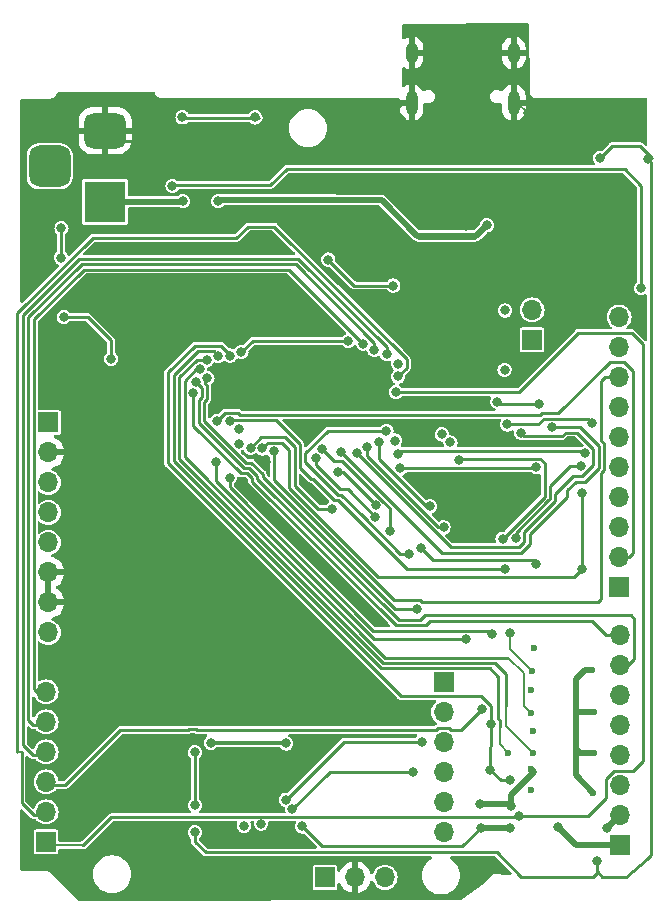
<source format=gbr>
%TF.GenerationSoftware,KiCad,Pcbnew,7.0.10*%
%TF.CreationDate,2024-02-09T23:31:33+05:30*%
%TF.ProjectId,rp2040-basic-m1,72703230-3430-42d6-9261-7369632d6d31,V2.2.1*%
%TF.SameCoordinates,Original*%
%TF.FileFunction,Copper,L2,Bot*%
%TF.FilePolarity,Positive*%
%FSLAX46Y46*%
G04 Gerber Fmt 4.6, Leading zero omitted, Abs format (unit mm)*
G04 Created by KiCad (PCBNEW 7.0.10) date 2024-02-09 23:31:33*
%MOMM*%
%LPD*%
G01*
G04 APERTURE LIST*
G04 Aperture macros list*
%AMRoundRect*
0 Rectangle with rounded corners*
0 $1 Rounding radius*
0 $2 $3 $4 $5 $6 $7 $8 $9 X,Y pos of 4 corners*
0 Add a 4 corners polygon primitive as box body*
4,1,4,$2,$3,$4,$5,$6,$7,$8,$9,$2,$3,0*
0 Add four circle primitives for the rounded corners*
1,1,$1+$1,$2,$3*
1,1,$1+$1,$4,$5*
1,1,$1+$1,$6,$7*
1,1,$1+$1,$8,$9*
0 Add four rect primitives between the rounded corners*
20,1,$1+$1,$2,$3,$4,$5,0*
20,1,$1+$1,$4,$5,$6,$7,0*
20,1,$1+$1,$6,$7,$8,$9,0*
20,1,$1+$1,$8,$9,$2,$3,0*%
G04 Aperture macros list end*
%TA.AperFunction,ComponentPad*%
%ADD10R,1.700000X1.700000*%
%TD*%
%TA.AperFunction,ComponentPad*%
%ADD11O,1.700000X1.700000*%
%TD*%
%TA.AperFunction,ComponentPad*%
%ADD12O,1.000000X2.100000*%
%TD*%
%TA.AperFunction,ComponentPad*%
%ADD13O,1.000000X1.800000*%
%TD*%
%TA.AperFunction,ComponentPad*%
%ADD14R,3.500000X3.500000*%
%TD*%
%TA.AperFunction,ComponentPad*%
%ADD15RoundRect,0.750000X-1.000000X0.750000X-1.000000X-0.750000X1.000000X-0.750000X1.000000X0.750000X0*%
%TD*%
%TA.AperFunction,ComponentPad*%
%ADD16RoundRect,0.875000X-0.875000X0.875000X-0.875000X-0.875000X0.875000X-0.875000X0.875000X0.875000X0*%
%TD*%
%TA.AperFunction,ViaPad*%
%ADD17C,0.800000*%
%TD*%
%TA.AperFunction,ViaPad*%
%ADD18C,0.600000*%
%TD*%
%TA.AperFunction,Conductor*%
%ADD19C,0.250000*%
%TD*%
%TA.AperFunction,Conductor*%
%ADD20C,0.200000*%
%TD*%
%TA.AperFunction,Conductor*%
%ADD21C,0.500000*%
%TD*%
%TA.AperFunction,Conductor*%
%ADD22C,0.350000*%
%TD*%
G04 APERTURE END LIST*
D10*
%TO.P,J7,1,Pin_1*%
%TO.N,Net-(J7-Pin_1)*%
X107850000Y-71680500D03*
D11*
%TO.P,J7,2,Pin_2*%
%TO.N,Net-(J7-Pin_2)*%
X107850000Y-74220500D03*
%TO.P,J7,3,Pin_3*%
%TO.N,20*%
X107850000Y-76760500D03*
%TO.P,J7,4,Pin_4*%
%TO.N,21*%
X107850000Y-79300500D03*
%TO.P,J7,5,Pin_5*%
%TO.N,Net-(J7-Pin_5)*%
X107850000Y-81840500D03*
%TO.P,J7,6,Pin_6*%
%TO.N,Net-(J7-Pin_6)*%
X107850000Y-84380500D03*
%TD*%
D10*
%TO.P,J5,1,Pin_1*%
%TO.N,Net-(J5-Pin_1)*%
X74200000Y-85200000D03*
D11*
%TO.P,J5,2,Pin_2*%
%TO.N,Net-(J5-Pin_2)*%
X74200000Y-82660000D03*
%TO.P,J5,3,Pin_3*%
%TO.N,Net-(J5-Pin_3)*%
X74200000Y-80120000D03*
%TO.P,J5,4,Pin_4*%
%TO.N,Net-(J5-Pin_4)*%
X74200000Y-77580000D03*
%TO.P,J5,5,Pin_5*%
%TO.N,Net-(J5-Pin_5)*%
X74200000Y-75040000D03*
%TO.P,J5,6,Pin_6*%
%TO.N,Net-(J5-Pin_6)*%
X74200000Y-72500000D03*
%TD*%
D10*
%TO.P,J6,1,Pin_1*%
%TO.N,3V*%
X74400000Y-49690500D03*
D11*
%TO.P,J6,2,Pin_2*%
%TO.N,GND*%
X74400000Y-52230500D03*
%TO.P,J6,3,Pin_3*%
%TO.N,3V*%
X74400000Y-54770500D03*
%TO.P,J6,4,Pin_4*%
X74400000Y-57310500D03*
%TO.P,J6,5,Pin_5*%
%TO.N,5V*%
X74400000Y-59850500D03*
%TO.P,J6,6,Pin_6*%
%TO.N,GND*%
X74400000Y-62390500D03*
%TO.P,J6,7,Pin_7*%
X74400000Y-64930500D03*
%TO.P,J6,8,Pin_8*%
%TO.N,3V*%
X74400000Y-67470500D03*
%TD*%
D10*
%TO.P,J3,1,Pin_1*%
%TO.N,Net-(J3-Pin_1)*%
X122720000Y-63620500D03*
D11*
%TO.P,J3,2,Pin_2*%
%TO.N,Net-(J3-Pin_2)*%
X122720000Y-61080500D03*
%TO.P,J3,3,Pin_3*%
%TO.N,Net-(J3-Pin_3)*%
X122720000Y-58540500D03*
%TO.P,J3,4,Pin_4*%
%TO.N,Net-(J3-Pin_4)*%
X122720000Y-56000500D03*
%TO.P,J3,5,Pin_5*%
%TO.N,Net-(J3-Pin_5)*%
X122720000Y-53460500D03*
%TO.P,J3,6,Pin_6*%
%TO.N,Net-(J3-Pin_6)*%
X122720000Y-50920500D03*
%TO.P,J3,7,Pin_7*%
%TO.N,GND*%
X122720000Y-48380500D03*
%TO.P,J3,8,Pin_8*%
%TO.N,Net-(J3-Pin_8)*%
X122720000Y-45840500D03*
%TO.P,J3,9,Pin_9*%
%TO.N,Net-(J3-Pin_9)*%
X122720000Y-43300500D03*
%TO.P,J3,10,Pin_10*%
%TO.N,17*%
X122720000Y-40760500D03*
%TD*%
D10*
%TO.P,J10,1,Pin_1*%
%TO.N,Net-(D2-VDD)*%
X115350000Y-42695000D03*
D11*
%TO.P,J10,2,Pin_2*%
%TO.N,3V*%
X115350000Y-40155000D03*
%TD*%
D12*
%TO.P,J1,S1,SHIELD*%
%TO.N,GND*%
X113795000Y-22610500D03*
D13*
X113795000Y-18410500D03*
D12*
X105155000Y-22610500D03*
D13*
X105155000Y-18410500D03*
%TD*%
D10*
%TO.P,J4,1,Pin_1*%
%TO.N,RX*%
X122775000Y-85480000D03*
D11*
%TO.P,J4,2,Pin_2*%
%TO.N,Net-(J4-Pin_2)*%
X122775000Y-82940000D03*
%TO.P,J4,3,Pin_3*%
%TO.N,Net-(J4-Pin_3)*%
X122775000Y-80400000D03*
%TO.P,J4,4,Pin_4*%
%TO.N,Net-(J4-Pin_4)*%
X122775000Y-77860000D03*
%TO.P,J4,5,Pin_5*%
%TO.N,Net-(J4-Pin_5)*%
X122775000Y-75320000D03*
%TO.P,J4,6,Pin_6*%
%TO.N,Net-(J4-Pin_6)*%
X122775000Y-72780000D03*
%TO.P,J4,7,Pin_7*%
%TO.N,Net-(J4-Pin_7)*%
X122775000Y-70240000D03*
%TO.P,J4,8,Pin_8*%
%TO.N,Net-(J4-Pin_8)*%
X122775000Y-67700000D03*
%TD*%
D14*
%TO.P,J9,1*%
%TO.N,Net-(F1-Pad1)*%
X79198000Y-30992500D03*
D15*
%TO.P,J9,2*%
%TO.N,GND*%
X79198000Y-24992500D03*
D16*
%TO.P,J9,3*%
%TO.N,unconnected-(J9-Pad3)*%
X74498000Y-27992500D03*
%TD*%
D10*
%TO.P,J8,1,Pin_1*%
%TO.N,Net-(J8-Pin_1)*%
X97820000Y-88200000D03*
D11*
%TO.P,J8,2,Pin_2*%
%TO.N,GND*%
X100360000Y-88200000D03*
%TO.P,J8,3,Pin_3*%
%TO.N,Net-(J8-Pin_3)*%
X102900000Y-88200000D03*
%TD*%
D17*
%TO.N,GND*%
X110500000Y-35100000D03*
X83795000Y-47638780D03*
X115000000Y-23530500D03*
X88200000Y-89510000D03*
X94540000Y-58790000D03*
X104034765Y-29715235D03*
X106480000Y-40960500D03*
X89450000Y-37522500D03*
X98640000Y-29560000D03*
X92780000Y-53070500D03*
X107034264Y-38234264D03*
X94520000Y-73060000D03*
X118481300Y-51272200D03*
X95210000Y-46538500D03*
X109730000Y-45290000D03*
X88140000Y-72970000D03*
X96219750Y-85280250D03*
X96950000Y-55690500D03*
X80550000Y-38760500D03*
X102068000Y-38918500D03*
X103975000Y-36935500D03*
X96700000Y-77400000D03*
X97496000Y-45522500D03*
X92780000Y-53070500D03*
X97496000Y-46538500D03*
X95210000Y-45522500D03*
X98004000Y-34330500D03*
X119312500Y-39210500D03*
X96226000Y-46538500D03*
X94080000Y-48321000D03*
X122300000Y-30960500D03*
X96158000Y-33874000D03*
X85800000Y-27710500D03*
X110180000Y-27500000D03*
X88750000Y-58382500D03*
X109620000Y-31800000D03*
X92094000Y-33874000D03*
X91590000Y-34922500D03*
X96226000Y-45522500D03*
X111825263Y-50435249D03*
X100580000Y-27140000D03*
X103710000Y-23410500D03*
X100460000Y-35802500D03*
X114600000Y-32300000D03*
X88759500Y-42474500D03*
X78429400Y-42566800D03*
X106884000Y-55218500D03*
X93910000Y-89410000D03*
X93300000Y-64700000D03*
X111700000Y-55250000D03*
X95210000Y-47554500D03*
X78780000Y-64940500D03*
X92570000Y-56830500D03*
X92000000Y-27810500D03*
X109760000Y-33030000D03*
X89440000Y-60390000D03*
%TO.N,VBUS*%
X111500000Y-33000000D03*
X88770000Y-30950000D03*
%TO.N,Net-(R6-Pad1)*%
X91900000Y-23860500D03*
X85750000Y-23860500D03*
%TO.N,Net-(J3-Pin_3)*%
X89753000Y-49591800D03*
X113098000Y-62058500D03*
%TO.N,Net-(J3-Pin_4)*%
X90550000Y-50260500D03*
X88612000Y-53005800D03*
X109789000Y-68043100D03*
%TO.N,Net-(J3-Pin_5)*%
X119455600Y-53389200D03*
X113980500Y-59470900D03*
X111978000Y-67595500D03*
X90540000Y-51490500D03*
X89760000Y-54360500D03*
%TO.N,Net-(J3-Pin_6)*%
X119823400Y-52312000D03*
X91520000Y-51830500D03*
X98416344Y-56992271D03*
X104022000Y-52349800D03*
%TO.N,Net-(J3-Pin_8)*%
X93509056Y-52120100D03*
%TO.N,Net-(J5-Pin_1)*%
X103830000Y-47110500D03*
X114225000Y-83050000D03*
%TO.N,Net-(J5-Pin_2)*%
X104020000Y-45800500D03*
%TO.N,Net-(J5-Pin_3)*%
X109161000Y-52834700D03*
X112857000Y-59529400D03*
X111098000Y-73956200D03*
X104010000Y-44710500D03*
%TO.N,Net-(J5-Pin_4)*%
X103040000Y-43900500D03*
%TO.N,Net-(J5-Pin_5)*%
X102005000Y-43564600D03*
%TO.N,Net-(J5-Pin_6)*%
X101050000Y-43010500D03*
%TO.N,Net-(J7-Pin_1)*%
X101351000Y-51767100D03*
X107850000Y-58571000D03*
%TO.N,Net-(J7-Pin_2)*%
X106675000Y-56794300D03*
X102360000Y-51360500D03*
%TO.N,Net-(J3-Pin_1)*%
X79706000Y-44296500D03*
X75464000Y-35728300D03*
X75500000Y-33260500D03*
X124588500Y-38318300D03*
X75700000Y-40760500D03*
X84900000Y-29660500D03*
%TO.N,Net-(J3-Pin_2)*%
X88637303Y-49589197D03*
%TO.N,Net-(J7-Pin_5)*%
X107704574Y-50702676D03*
%TO.N,Net-(J7-Pin_6)*%
X108436000Y-51384600D03*
%TO.N,Net-(J8-Pin_1)*%
X97024336Y-52727811D03*
X102091873Y-57708101D03*
%TO.N,Net-(J8-Pin_3)*%
X103301000Y-58916700D03*
X97600000Y-51910500D03*
%TO.N,14*%
X113250000Y-49860500D03*
X120450000Y-49710500D03*
X92518055Y-51892879D03*
X119554000Y-62127800D03*
X119549300Y-55639100D03*
%TO.N,26*%
X94540000Y-76870000D03*
X88140000Y-76810000D03*
X102100000Y-56700000D03*
X98900000Y-53900000D03*
D18*
%TO.N,3V*%
X115280000Y-72350000D03*
X115500000Y-68820000D03*
D17*
X113500305Y-84000000D03*
X111000000Y-84000000D03*
D18*
X115460000Y-75830000D03*
D17*
X110900000Y-82000000D03*
X95900000Y-83900000D03*
X113600000Y-82200000D03*
D18*
X115280000Y-79020000D03*
D17*
X103600000Y-38100000D03*
X115696000Y-53481700D03*
X104200000Y-53559600D03*
X98100000Y-35900000D03*
%TO.N,Net-(J3-Pin_9)*%
X99180000Y-52190500D03*
X116995000Y-50097200D03*
%TO.N,Net-(D2-VDD)*%
X113080000Y-40210000D03*
D18*
%TO.N,5V*%
X120560000Y-74220000D03*
D17*
X121100000Y-27300000D03*
D18*
X120560000Y-77690000D03*
X120430000Y-70660000D03*
D17*
X86800000Y-77600000D03*
X125200000Y-27400000D03*
X86800000Y-84400000D03*
D18*
X120540000Y-81030000D03*
D17*
X120850000Y-86850000D03*
X86800000Y-82100000D03*
%TO.N,RX*%
X111825000Y-79075000D03*
X113450000Y-79950000D03*
X117515000Y-83915000D03*
X111900000Y-75200000D03*
X89782000Y-44029300D03*
%TO.N,Net-(J4-Pin_2)*%
X121700000Y-84002948D03*
X90740000Y-43730500D03*
X99772000Y-42787900D03*
%TO.N,Net-(J4-Pin_7)*%
X86896911Y-46233144D03*
%TO.N,Net-(J4-Pin_8)*%
X86659000Y-47203830D03*
D18*
%TO.N,Net-(Q3-S)*%
X115240000Y-80840000D03*
D17*
X88783000Y-44045500D03*
D18*
X113350000Y-77640000D03*
%TO.N,Net-(Q4-S)*%
X115400000Y-77650000D03*
D17*
X87844000Y-44386400D03*
D18*
%TO.N,Net-(Q5-S)*%
X115300000Y-74280000D03*
D17*
X87235000Y-45179600D03*
%TO.N,Net-(Q6-S)*%
X115696000Y-61636600D03*
X105581000Y-65483000D03*
D18*
X115340000Y-70720000D03*
D17*
X113500000Y-67500000D03*
X87859000Y-45960400D03*
X105906000Y-60294900D03*
%TO.N,Net-(F1-Pad1)*%
X85790000Y-30960000D03*
%TO.N,20*%
X104954000Y-60796900D03*
X94500000Y-81630000D03*
X106000000Y-76730000D03*
X90960000Y-83835500D03*
X103020000Y-50400500D03*
%TO.N,21*%
X103760000Y-51220500D03*
X105230000Y-79290000D03*
X92420000Y-83650000D03*
X95050000Y-82440000D03*
%TO.N,17*%
X115900000Y-48100000D03*
X112387347Y-47917347D03*
X100500000Y-52290500D03*
X114400000Y-50547200D03*
X113020000Y-45240000D03*
%TD*%
D19*
%TO.N,GND*%
X93860763Y-58245456D02*
X93860763Y-58121263D01*
X76144500Y-52230500D02*
X77500000Y-50875000D01*
D20*
X104510000Y-22610500D02*
X103710000Y-23410500D01*
D19*
X78780000Y-64940500D02*
X78780000Y-63770000D01*
X119083000Y-39440000D02*
X119312500Y-39210500D01*
X93860763Y-58121263D02*
X92570000Y-56830500D01*
X109620000Y-31800000D02*
X109760000Y-31940000D01*
X88759500Y-42474500D02*
X86124500Y-42474500D01*
X110350000Y-35100000D02*
X106531500Y-38918500D01*
X98004000Y-34330500D02*
X96614500Y-34330500D01*
D21*
X106910000Y-26610500D02*
X107900000Y-26610500D01*
X93810000Y-89510000D02*
X93910000Y-89410000D01*
D19*
X103500000Y-30250000D02*
X98825000Y-30250000D01*
X118930000Y-39440000D02*
X119083000Y-39440000D01*
X85175000Y-27710500D02*
X85800000Y-27710500D01*
X79275000Y-25885500D02*
X83350000Y-25885500D01*
X97496000Y-46538500D02*
X96226000Y-46538500D01*
X78780000Y-63770000D02*
X84167500Y-58382500D01*
X108070000Y-30250000D02*
X109620000Y-31800000D01*
X91710500Y-28100000D02*
X92000000Y-27810500D01*
X115939500Y-30960500D02*
X114600000Y-32300000D01*
X108789500Y-27500000D02*
X107900000Y-26610500D01*
X109589500Y-44070000D02*
X116636104Y-44070000D01*
X83350000Y-25885500D02*
X85175000Y-27710500D01*
D21*
X74400000Y-62390500D02*
X74400000Y-64930500D01*
D19*
X95210000Y-46538500D02*
X96226000Y-46538500D01*
X106480000Y-40960500D02*
X109589500Y-44070000D01*
D21*
X115000000Y-23530500D02*
X115000000Y-24460500D01*
D19*
X98988000Y-34330500D02*
X100460000Y-35802500D01*
X107034264Y-40406236D02*
X107034264Y-38234264D01*
X118930000Y-41776104D02*
X118930000Y-39440000D01*
X104569530Y-30250000D02*
X108070000Y-30250000D01*
X110500000Y-35100000D02*
X111800000Y-35100000D01*
X89275000Y-37697500D02*
X89450000Y-37522500D01*
X77500000Y-50875000D02*
X77500000Y-47704500D01*
X96614500Y-34330500D02*
X96158000Y-33874000D01*
X86189500Y-28100000D02*
X91710500Y-28100000D01*
X86124500Y-42474500D02*
X82410500Y-38760500D01*
X77500000Y-47704500D02*
X77900000Y-47304500D01*
X110180000Y-27500000D02*
X108789500Y-27500000D01*
X88759500Y-42474500D02*
X89275000Y-41959000D01*
X98825000Y-30250000D02*
X98640000Y-30065000D01*
D20*
X113795000Y-22610500D02*
X114080000Y-22610500D01*
D19*
X85700000Y-27660500D02*
X85750000Y-27610500D01*
D21*
X115000000Y-24460500D02*
X112850000Y-26610500D01*
D19*
X85800000Y-27710500D02*
X86189500Y-28100000D01*
D20*
X89440000Y-59072500D02*
X88750000Y-58382500D01*
X89440000Y-60390000D02*
X89440000Y-59072500D01*
D19*
X106531500Y-38918500D02*
X102068000Y-38918500D01*
D21*
X88200000Y-89510000D02*
X93810000Y-89510000D01*
X107900000Y-26610500D02*
X112850000Y-26610500D01*
X78770000Y-64930500D02*
X78780000Y-64940500D01*
D19*
X85800000Y-27710500D02*
X85700000Y-27660500D01*
X101593000Y-36935500D02*
X100460000Y-35802500D01*
D20*
X105155000Y-18410500D02*
X105155000Y-22610500D01*
D19*
X82410500Y-38760500D02*
X80550000Y-38760500D01*
D21*
X94540000Y-58790000D02*
X94405307Y-58790000D01*
D19*
X109760000Y-31940000D02*
X109760000Y-33030000D01*
X110500000Y-35100000D02*
X110350000Y-35100000D01*
D20*
X111668500Y-55218500D02*
X106884000Y-55218500D01*
D19*
X98640000Y-30065000D02*
X98640000Y-29560000D01*
X112662214Y-51272200D02*
X118481300Y-51272200D01*
X74400000Y-52230500D02*
X76144500Y-52230500D01*
X77900000Y-43096200D02*
X78429400Y-42566800D01*
D21*
X74400000Y-64930500D02*
X78770000Y-64930500D01*
X103710000Y-23410500D02*
X106910000Y-26610500D01*
D19*
X104034765Y-29715235D02*
X104569530Y-30250000D01*
D20*
X113795000Y-18410500D02*
X113795000Y-22610500D01*
D19*
X77900000Y-47304500D02*
X77900000Y-43096200D01*
D20*
X105155000Y-22610500D02*
X104510000Y-22610500D01*
D19*
X122300000Y-30960500D02*
X115939500Y-30960500D01*
X106480000Y-40960500D02*
X107034264Y-40406236D01*
X98004000Y-34330500D02*
X98988000Y-34330500D01*
X89275000Y-41959000D02*
X89275000Y-37697500D01*
X104034765Y-29715235D02*
X103500000Y-30250000D01*
X83460720Y-47304500D02*
X77900000Y-47304500D01*
D22*
X88140000Y-72970000D02*
X94430000Y-72970000D01*
D20*
X114080000Y-22610500D02*
X115000000Y-23530500D01*
D19*
X84167500Y-58382500D02*
X88750000Y-58382500D01*
D22*
X94430000Y-72970000D02*
X94520000Y-73060000D01*
D19*
X116636104Y-44070000D02*
X118930000Y-41776104D01*
X111825263Y-50435249D02*
X112662214Y-51272200D01*
X88775000Y-58407500D02*
X88750000Y-58382500D01*
D20*
X111700000Y-55250000D02*
X111668500Y-55218500D01*
D19*
X83795000Y-47638780D02*
X83460720Y-47304500D01*
X103975000Y-36935500D02*
X101593000Y-36935500D01*
X111800000Y-35100000D02*
X114600000Y-32300000D01*
D21*
X94405307Y-58790000D02*
X93860763Y-58245456D01*
D19*
%TO.N,VBUS*%
X102709500Y-30970000D02*
X105814500Y-34075000D01*
D21*
X102564500Y-30825000D02*
X102709500Y-30970000D01*
D19*
X88610000Y-30970000D02*
X88750000Y-30970000D01*
D21*
X110620000Y-33880000D02*
X105619500Y-33880000D01*
X88770000Y-30950000D02*
X88895000Y-30825000D01*
D19*
X110425000Y-34075000D02*
X111500000Y-33000000D01*
D21*
X111500000Y-33000000D02*
X110620000Y-33880000D01*
X105619500Y-33880000D02*
X102709500Y-30970000D01*
X88895000Y-30825000D02*
X102564500Y-30825000D01*
D19*
X88750000Y-30970000D02*
X88770000Y-30950000D01*
X105814500Y-34075000D02*
X110425000Y-34075000D01*
%TO.N,Net-(R6-Pad1)*%
X85775000Y-23885500D02*
X85750000Y-23860500D01*
X85725000Y-23885500D02*
X85700000Y-23885500D01*
X85725000Y-23860500D02*
X85700000Y-23885500D01*
X91875000Y-23885500D02*
X85775000Y-23885500D01*
X92200000Y-23885500D02*
X91925000Y-23885500D01*
X85750000Y-23860500D02*
X85725000Y-23860500D01*
X91925000Y-23885500D02*
X91900000Y-23860500D01*
X85750000Y-23860500D02*
X85725000Y-23885500D01*
X91900000Y-23860500D02*
X91875000Y-23885500D01*
%TO.N,Net-(J3-Pin_3)*%
X98955971Y-56267271D02*
X98567271Y-56267271D01*
X89829000Y-49515800D02*
X89753000Y-49591800D01*
X95704000Y-53527800D02*
X95704000Y-51537000D01*
X96769500Y-54469500D02*
X96646000Y-54469500D01*
X93683000Y-49515800D02*
X89829000Y-49515800D01*
X96646000Y-54469500D02*
X95704000Y-53527800D01*
X100391000Y-57702300D02*
X98955971Y-56267271D01*
X113098000Y-62058500D02*
X104748000Y-62058500D01*
X95704000Y-51537000D02*
X93683000Y-49515800D01*
X98567271Y-56267271D02*
X96769500Y-54469500D01*
X104748000Y-62058500D02*
X100391000Y-57702300D01*
%TO.N,Net-(J3-Pin_4)*%
X88612000Y-54658800D02*
X88612000Y-53005800D01*
X101996000Y-68043100D02*
X88612000Y-54658800D01*
X109789000Y-68043100D02*
X101996000Y-68043100D01*
%TO.N,Net-(J3-Pin_5)*%
X116871000Y-55039000D02*
X116871000Y-56151396D01*
X113980500Y-59042206D02*
X113980500Y-59470900D01*
X89760000Y-54360500D02*
X89760000Y-55170000D01*
X89760000Y-55170000D02*
X101908000Y-67318000D01*
X116871000Y-56151396D02*
X116737489Y-56284907D01*
X119455600Y-53389200D02*
X118520800Y-53389200D01*
X101908000Y-67318000D02*
X111701000Y-67318000D01*
X111701000Y-67318000D02*
X111978000Y-67595500D01*
X118520800Y-53389200D02*
X116871000Y-55039000D01*
X116737489Y-56284907D02*
X113980500Y-59042206D01*
%TO.N,Net-(J3-Pin_6)*%
X104262000Y-52109600D02*
X104022000Y-52349800D01*
X94459000Y-50944900D02*
X92406000Y-50944900D01*
X95254000Y-55060000D02*
X95254000Y-51739700D01*
X98416344Y-56992271D02*
X97186271Y-56992271D01*
X92406000Y-50944900D02*
X91520000Y-51830500D01*
X119984000Y-52109600D02*
X119621000Y-52109600D01*
X119621000Y-52109600D02*
X119823400Y-52312000D01*
X119621000Y-52109600D02*
X104262000Y-52109600D01*
X95254000Y-51739700D02*
X94459000Y-50944900D01*
X97186271Y-56992271D02*
X95254000Y-55060000D01*
%TO.N,Net-(J3-Pin_8)*%
X103679000Y-64757900D02*
X105882000Y-64757900D01*
X105882000Y-64757900D02*
X106031000Y-64907300D01*
X93509056Y-54587956D02*
X103679000Y-64757900D01*
X121200000Y-64640400D02*
X121200000Y-53943496D01*
X121200000Y-53943496D02*
X121448700Y-53694796D01*
X121200000Y-46200000D02*
X121559500Y-45840500D01*
X121200000Y-51221504D02*
X121200000Y-46200000D01*
X121448700Y-51470204D02*
X121200000Y-51221504D01*
X121559500Y-45840500D02*
X122720000Y-45840500D01*
X121448700Y-53694796D02*
X121448700Y-51470204D01*
X120933100Y-64907300D02*
X121200000Y-64640400D01*
X93509056Y-52120100D02*
X93509056Y-54587956D01*
X106031000Y-64907300D02*
X120933100Y-64907300D01*
%TO.N,Net-(J5-Pin_1)*%
X123895000Y-79225000D02*
X124728000Y-78392000D01*
X77240500Y-85490500D02*
X77359500Y-85490500D01*
X85614805Y-83110500D02*
X114164500Y-83110500D01*
X124728000Y-43078000D02*
X123775500Y-42125500D01*
X119217000Y-42125500D02*
X114232000Y-47110500D01*
X114164500Y-83110500D02*
X114225000Y-83050000D01*
X124728000Y-78392000D02*
X124728000Y-43078000D01*
X79739500Y-83110500D02*
X84985195Y-83110500D01*
X114225000Y-83050000D02*
X114285500Y-83110500D01*
X114232000Y-47110500D02*
X103830000Y-47110500D01*
X120070000Y-83050000D02*
X121600000Y-81520000D01*
X123775500Y-42125500D02*
X119217000Y-42125500D01*
X84999695Y-83125000D02*
X85600305Y-83125000D01*
X121600000Y-81520000D02*
X121600000Y-79913299D01*
D20*
X77240500Y-85490500D02*
X74160000Y-85490500D01*
D19*
X122288299Y-79225000D02*
X123895000Y-79225000D01*
X121600000Y-79913299D02*
X122288299Y-79225000D01*
X85600305Y-83125000D02*
X85614805Y-83110500D01*
X77359500Y-85490500D02*
X79739500Y-83110500D01*
X114225000Y-83050000D02*
X120070000Y-83050000D01*
X84985195Y-83110500D02*
X84999695Y-83125000D01*
%TO.N,Net-(J5-Pin_2)*%
X91289000Y-33100600D02*
X90311000Y-34079000D01*
X104736000Y-45084700D02*
X104736000Y-44323100D01*
X71775000Y-40442400D02*
X71775000Y-77627800D01*
X78139000Y-34079000D02*
X71775000Y-40442400D01*
X93513000Y-33100600D02*
X91289000Y-33100600D01*
D20*
X72122617Y-77627800D02*
X72122774Y-77627957D01*
D19*
X90311000Y-34079000D02*
X78139000Y-34079000D01*
D20*
X71775000Y-77627800D02*
X72122617Y-77627800D01*
D19*
X104736000Y-44323100D02*
X93513000Y-33100600D01*
X74160000Y-82950500D02*
X73150500Y-82950500D01*
X72122774Y-81922774D02*
X72122774Y-77627957D01*
D20*
X72122774Y-77627957D02*
X72006974Y-77627957D01*
D19*
X104020000Y-45800500D02*
X104736000Y-45084700D01*
X73150500Y-82950500D02*
X72122774Y-81922774D01*
%TO.N,Net-(J5-Pin_3)*%
X74160000Y-80410500D02*
X75814500Y-80410500D01*
X108501201Y-75750000D02*
X109304200Y-75750000D01*
X86900305Y-75675000D02*
X86975305Y-75750000D01*
X107198799Y-75750000D02*
X107363299Y-75585500D01*
X116421000Y-55965000D02*
X116421000Y-53115600D01*
X107363299Y-75585500D02*
X108336701Y-75585500D01*
X116049000Y-52743600D02*
X109252000Y-52743600D01*
X108336701Y-75585500D02*
X108501201Y-75750000D01*
X112857000Y-59529400D02*
X116421000Y-55965000D01*
X86975305Y-75750000D02*
X107198799Y-75750000D01*
X80475000Y-75750000D02*
X86224695Y-75750000D01*
X116421000Y-53115600D02*
X116049000Y-52743600D01*
X86224695Y-75750000D02*
X86299695Y-75675000D01*
X86299695Y-75675000D02*
X86900305Y-75675000D01*
X75814500Y-80410500D02*
X80475000Y-75750000D01*
X109252000Y-52743600D02*
X109161000Y-52834700D01*
X109304200Y-75750000D02*
X111098000Y-73956200D01*
%TO.N,Net-(J5-Pin_4)*%
X103040000Y-43336500D02*
X95528000Y-35824900D01*
X73070500Y-77870500D02*
X74160000Y-77870500D01*
X72237000Y-40617400D02*
X72237000Y-77037000D01*
X72237000Y-77037000D02*
X73070500Y-77870500D01*
X103040000Y-43900500D02*
X103040000Y-43336500D01*
X95528000Y-35824900D02*
X77029000Y-35824900D01*
X77029000Y-35824900D02*
X72237000Y-40617400D01*
%TO.N,Net-(J5-Pin_5)*%
X73130500Y-75330500D02*
X74160000Y-75330500D01*
X77216000Y-36275100D02*
X72695000Y-40795600D01*
X102005000Y-43564600D02*
X102005000Y-42938100D01*
X72695000Y-40795600D02*
X72695000Y-74895000D01*
X72695000Y-74895000D02*
X73130500Y-75330500D01*
X102005000Y-42938100D02*
X95342000Y-36275100D01*
X95342000Y-36275100D02*
X77216000Y-36275100D01*
%TO.N,Net-(J5-Pin_6)*%
X94786000Y-36746700D02*
X77381000Y-36746700D01*
X73161000Y-40966400D02*
X73161000Y-72261000D01*
X77381000Y-36746700D02*
X73161000Y-40966400D01*
X73432500Y-72532500D02*
X74160000Y-72532500D01*
X73161000Y-72261000D02*
X73432500Y-72532500D01*
X101050000Y-43010500D02*
X94786000Y-36746700D01*
%TO.N,Net-(J7-Pin_1)*%
X101351000Y-51767100D02*
X101351000Y-52495800D01*
X101351000Y-52495800D02*
X107426000Y-58570900D01*
X107850000Y-58570900D02*
X107850000Y-58571000D01*
X107426000Y-58570900D02*
X107850000Y-58570900D01*
%TO.N,Net-(J7-Pin_2)*%
X102360000Y-52745100D02*
X106409000Y-56794300D01*
X106409000Y-56794300D02*
X106675000Y-56794300D01*
X102360000Y-51360500D02*
X102360000Y-52745100D01*
%TO.N,Net-(J3-Pin_1)*%
X93175264Y-29610500D02*
X93025000Y-29610500D01*
X123175000Y-28225000D02*
X124588500Y-29638500D01*
X94560764Y-28225000D02*
X123175000Y-28225000D01*
X93175264Y-29610500D02*
X84950000Y-29610500D01*
X124588500Y-29638500D02*
X124588500Y-38318300D01*
X84950000Y-29610500D02*
X84900000Y-29660500D01*
X93194632Y-29591132D02*
X93175264Y-29610500D01*
X84850000Y-29610500D02*
X84800000Y-29610500D01*
X75464000Y-33224500D02*
X75500000Y-33260500D01*
X79706000Y-42751300D02*
X79706000Y-44296500D01*
X75700000Y-40760500D02*
X77715200Y-40760500D01*
X84900000Y-29660500D02*
X84850000Y-29610500D01*
X77715200Y-40760500D02*
X79706000Y-42751300D01*
X75464000Y-33296500D02*
X75464000Y-35728300D01*
X75500000Y-33260500D02*
X75464000Y-33296500D01*
X93194632Y-29591132D02*
X94560764Y-28225000D01*
%TO.N,Net-(J3-Pin_2)*%
X90432800Y-48866800D02*
X89359700Y-48866800D01*
X123912400Y-45353000D02*
X123129900Y-44570500D01*
X117567800Y-48922200D02*
X116151904Y-48922200D01*
X123912400Y-60762600D02*
X123912400Y-45353000D01*
X116151904Y-48922200D02*
X116028104Y-49046000D01*
X123594500Y-61080500D02*
X123912400Y-60762600D01*
X121919500Y-44570500D02*
X117567800Y-48922200D01*
X116028104Y-49046000D02*
X90612000Y-49046000D01*
X122720000Y-61080500D02*
X123594500Y-61080500D01*
X123129900Y-44570500D02*
X121919500Y-44570500D01*
X90612000Y-49046000D02*
X90432800Y-48866800D01*
X89359700Y-48866800D02*
X88637303Y-49589197D01*
%TO.N,Net-(J8-Pin_1)*%
X99103667Y-55367271D02*
X97024336Y-53287940D01*
X97024336Y-53287940D02*
X97024336Y-52727811D01*
X99751043Y-55367271D02*
X99103667Y-55367271D01*
X102091873Y-57708101D02*
X99751043Y-55367271D01*
%TO.N,Net-(J8-Pin_3)*%
X98605000Y-52915500D02*
X99268608Y-52915500D01*
X99268608Y-52915500D02*
X102743000Y-56389851D01*
X103301000Y-56965500D02*
X103301000Y-58916700D01*
X97600000Y-51910500D02*
X98605000Y-52915500D01*
X102743000Y-56407300D02*
X103301000Y-56965500D01*
X102743000Y-56389851D02*
X102743000Y-56407300D01*
%TO.N,14*%
X120111700Y-49372200D02*
X120450000Y-49710500D01*
X94201000Y-51395100D02*
X94804000Y-51998000D01*
X115888300Y-49822200D02*
X116338300Y-49372200D01*
X94804000Y-55246500D02*
X102341000Y-62783600D01*
X116338300Y-49372200D02*
X120111700Y-49372200D01*
X92518055Y-51892879D02*
X93015834Y-51395100D01*
X118898000Y-62783600D02*
X119554000Y-62127800D01*
X113288300Y-49822200D02*
X115888300Y-49822200D01*
X93015834Y-51395100D02*
X94201000Y-51395100D01*
X102341000Y-62783600D02*
X118898000Y-62783600D01*
X94804000Y-51998000D02*
X94804000Y-55246500D01*
X113250000Y-49860500D02*
X113288300Y-49822200D01*
X119549300Y-62123100D02*
X119549300Y-55639100D01*
X119554000Y-62127800D02*
X119549300Y-62123100D01*
%TO.N,26*%
X99300000Y-53900000D02*
X98900000Y-53900000D01*
X102100000Y-56700000D02*
X99300000Y-53900000D01*
D22*
X88140000Y-76810000D02*
X94480000Y-76810000D01*
X94480000Y-76810000D02*
X94540000Y-76870000D01*
D19*
%TO.N,3V*%
X109444500Y-85555500D02*
X97555500Y-85555500D01*
D21*
X115551828Y-79260000D02*
X115520000Y-79260000D01*
D19*
X115618000Y-53559800D02*
X115696000Y-53481700D01*
X104200000Y-53559800D02*
X115618000Y-53559800D01*
X103600000Y-38100000D02*
X100300000Y-38100000D01*
D21*
X111000000Y-84000000D02*
X113500305Y-84000000D01*
X113600000Y-81211828D02*
X115551828Y-79260000D01*
D19*
X97555500Y-85555500D02*
X95900000Y-83900000D01*
X100300000Y-38100000D02*
X98100000Y-35900000D01*
D21*
X110900000Y-82000000D02*
X113400000Y-82000000D01*
D19*
X113500305Y-84000000D02*
X113575305Y-83925000D01*
D21*
X113400000Y-82000000D02*
X113600000Y-82200000D01*
D19*
X111000000Y-84000000D02*
X109444500Y-85555500D01*
D21*
X113600000Y-82200000D02*
X113600000Y-81211828D01*
X115520000Y-79260000D02*
X115280000Y-79020000D01*
D19*
X104200000Y-53559600D02*
X104200000Y-53559800D01*
%TO.N,Net-(J3-Pin_9)*%
X118310000Y-55440000D02*
X118310000Y-55985188D01*
X117371308Y-56923880D02*
X115155500Y-59139938D01*
X119439300Y-50097200D02*
X120998700Y-51656600D01*
X119040800Y-54709200D02*
X118310000Y-55440000D01*
X114376701Y-60736400D02*
X107726000Y-60736400D01*
X107726000Y-60736400D02*
X99180000Y-52190500D01*
X118310000Y-55985188D02*
X117371308Y-56923880D01*
X115155500Y-59139938D02*
X115155500Y-59957601D01*
X119797900Y-54709200D02*
X119040800Y-54709200D01*
X120998700Y-53508400D02*
X119797900Y-54709200D01*
X116995000Y-50097200D02*
X119439300Y-50097200D01*
X115155500Y-59957601D02*
X114376701Y-60736400D01*
X120998700Y-51656600D02*
X120998700Y-53508400D01*
D21*
%TO.N,5V*%
X120540000Y-81030000D02*
X119060000Y-79550000D01*
D19*
X125200000Y-27400000D02*
X125449757Y-27649757D01*
X121274711Y-88163979D02*
X120900000Y-87789268D01*
D21*
X119060000Y-74160000D02*
X119060000Y-71400000D01*
D19*
X124492000Y-26300000D02*
X125492000Y-27300000D01*
X125449757Y-27649757D02*
X125449757Y-86317742D01*
D21*
X119800000Y-70660000D02*
X120430000Y-70660000D01*
D19*
X120524633Y-88164635D02*
X117074712Y-88167656D01*
D21*
X119060000Y-71400000D02*
X119800000Y-70660000D01*
X119060000Y-77350000D02*
X119060000Y-74160000D01*
D19*
X86800000Y-77600000D02*
X86800000Y-82100000D01*
X121100000Y-27300000D02*
X122100000Y-26300000D01*
X117074252Y-88168116D02*
X116550000Y-88168116D01*
X120900000Y-87789268D02*
X120524633Y-88164635D01*
D21*
X119120000Y-74220000D02*
X119060000Y-74160000D01*
D19*
X120850000Y-87739268D02*
X120900000Y-87789268D01*
D21*
X120560000Y-74220000D02*
X119120000Y-74220000D01*
D19*
X122100000Y-26300000D02*
X124492000Y-26300000D01*
X123281549Y-88162221D02*
X121274711Y-88163979D01*
D21*
X120560000Y-77690000D02*
X119400000Y-77690000D01*
D19*
X125449757Y-86317742D02*
X125080796Y-86686703D01*
D21*
X119400000Y-77690000D02*
X119060000Y-77350000D01*
D19*
X86800000Y-84400000D02*
X86800000Y-85200000D01*
X86800000Y-85200000D02*
X87700000Y-86100000D01*
D21*
X119060000Y-79550000D02*
X119060000Y-77350000D01*
D19*
X112375000Y-86100000D02*
X114444959Y-88169959D01*
X117074712Y-88167656D02*
X117074252Y-88168116D01*
X125080796Y-86686703D02*
X123281549Y-88162221D01*
X120850000Y-86850000D02*
X120850000Y-87739268D01*
X114444959Y-88169959D02*
X117074712Y-88167656D01*
X120850000Y-86837500D02*
X120850000Y-86850000D01*
X87700000Y-86100000D02*
X112375000Y-86100000D01*
%TO.N,RX*%
X111900000Y-75200000D02*
X111900000Y-73732895D01*
X111022805Y-72855700D02*
X104262000Y-72855700D01*
X112700000Y-79950000D02*
X111825000Y-79075000D01*
X84520000Y-53113500D02*
X84520000Y-45460000D01*
X89032000Y-43201700D02*
X89782000Y-43951200D01*
X89782000Y-43951200D02*
X89782000Y-44029300D01*
X111825000Y-79075000D02*
X111900000Y-75200000D01*
X86779000Y-43201700D02*
X89032000Y-43201700D01*
X111900000Y-73732895D02*
X111022805Y-72855700D01*
X113450000Y-79950000D02*
X112700000Y-79950000D01*
D21*
X117515000Y-83915000D02*
X119080000Y-85480000D01*
X119080000Y-85480000D02*
X122775000Y-85480000D01*
D19*
X104262000Y-72855700D02*
X84520000Y-53113500D01*
X111900000Y-79100000D02*
X111825000Y-79075000D01*
X84520000Y-45460000D02*
X86779000Y-43201700D01*
%TO.N,Net-(J4-Pin_2)*%
X91683000Y-42787900D02*
X90740000Y-43730500D01*
D21*
X121712052Y-84002948D02*
X122775000Y-82940000D01*
X121700000Y-84002948D02*
X121712052Y-84002948D01*
X122775000Y-82940000D02*
X122510000Y-82675000D01*
D19*
X99772000Y-42787900D02*
X91683000Y-42787900D01*
D21*
%TO.N,Net-(J4-Pin_3)*%
X122775000Y-80400000D02*
X122775000Y-80087500D01*
D19*
%TO.N,Net-(J4-Pin_7)*%
X106300000Y-66000000D02*
X105882200Y-66417800D01*
X90934000Y-53547300D02*
X87109000Y-49722300D01*
X124000000Y-69700000D02*
X124000000Y-66300000D01*
X123700000Y-66000000D02*
X106300000Y-66000000D01*
X92093000Y-54471000D02*
X92093000Y-54235600D01*
X105882200Y-66417800D02*
X104040000Y-66417800D01*
X124000000Y-66300000D02*
X123700000Y-66000000D01*
X123499500Y-70200500D02*
X124000000Y-69700000D01*
X92093000Y-54235600D02*
X91405000Y-53547300D01*
X87384000Y-46758400D02*
X86896911Y-46271311D01*
X87109000Y-47831153D02*
X87384000Y-47556153D01*
X122800000Y-70200500D02*
X123499500Y-70200500D01*
X91405000Y-53547300D02*
X90934000Y-53547300D01*
X86896911Y-46271311D02*
X86896911Y-46233144D01*
X87109000Y-49722300D02*
X87109000Y-47831153D01*
X104040000Y-66417800D02*
X92093000Y-54471000D01*
X87384000Y-47556153D02*
X87384000Y-46758400D01*
%TO.N,Net-(J4-Pin_8)*%
X106700000Y-66500000D02*
X106332000Y-66868000D01*
X91643000Y-54697400D02*
X91643000Y-54422100D01*
X106332000Y-66868000D02*
X103813600Y-66868000D01*
X122800000Y-67660500D02*
X121620500Y-67660500D01*
X86659000Y-49988400D02*
X86659000Y-47203830D01*
X91218000Y-53997400D02*
X90668000Y-53997400D01*
X121620500Y-67660500D02*
X120460000Y-66500000D01*
X90668000Y-53997400D02*
X86659000Y-49988400D01*
X103813600Y-66868000D02*
X91643000Y-54697400D01*
X120460000Y-66500000D02*
X106700000Y-66500000D01*
X91643000Y-54422100D02*
X91218000Y-53997400D01*
D20*
%TO.N,Net-(Q3-S)*%
X112625000Y-76915000D02*
X113350000Y-77640000D01*
D19*
X112500000Y-74774695D02*
X112625000Y-74899695D01*
X102549000Y-70505300D02*
X85001000Y-52957400D01*
X112500000Y-74774695D02*
X112500000Y-71235300D01*
X112500000Y-71235300D02*
X111770000Y-70505300D01*
X85001000Y-52957400D02*
X85001000Y-45685800D01*
X87035000Y-43651900D02*
X88389000Y-43651900D01*
X85001000Y-45685800D02*
X87035000Y-43651900D01*
X88389000Y-43651900D02*
X88783000Y-44045500D01*
X112625000Y-74899695D02*
X112625000Y-75512500D01*
D20*
X112625000Y-75512500D02*
X112625000Y-76915000D01*
D19*
X111770000Y-70505300D02*
X102549000Y-70505300D01*
%TO.N,Net-(Q4-S)*%
X112200000Y-70055200D02*
X113100000Y-70955200D01*
X87844000Y-44386400D02*
X86952000Y-44386400D01*
D20*
X115400000Y-77650000D02*
X113100000Y-75350000D01*
D19*
X102735000Y-70055200D02*
X112200000Y-70055200D01*
X86952000Y-44386400D02*
X85472000Y-45866300D01*
X85472000Y-45866300D02*
X85472000Y-52792000D01*
D20*
X113100000Y-75350000D02*
X113100000Y-73700000D01*
D19*
X85472000Y-52792000D02*
X102735000Y-70055200D01*
X113100000Y-70955200D02*
X113100000Y-73700000D01*
%TO.N,Net-(Q5-S)*%
X86926000Y-45179600D02*
X85934000Y-46172200D01*
D20*
X114680000Y-73660000D02*
X115300000Y-74280000D01*
D19*
X85934000Y-52617200D02*
X102916800Y-69600000D01*
X85934000Y-46172200D02*
X85934000Y-52617200D01*
D20*
X113350000Y-69600000D02*
X114680000Y-70930000D01*
X114680000Y-70930000D02*
X114680000Y-73660000D01*
D19*
X87235000Y-45179600D02*
X86926000Y-45179600D01*
X102916800Y-69600000D02*
X113350000Y-69600000D01*
%TO.N,Net-(Q6-S)*%
X106945000Y-61333400D02*
X105906000Y-60294900D01*
X115393000Y-61333400D02*
X106945000Y-61333400D01*
D20*
X113500000Y-68880000D02*
X113500000Y-67500000D01*
D19*
X92543000Y-54049100D02*
X91591000Y-53097200D01*
X103742000Y-65483000D02*
X92543000Y-54284500D01*
X92543000Y-54284500D02*
X92543000Y-54049100D01*
X91120000Y-53097200D02*
X87580000Y-49557200D01*
X87834000Y-46572004D02*
X87641000Y-46379004D01*
X87834000Y-47742549D02*
X87834000Y-46572004D01*
X87580000Y-47996549D02*
X87834000Y-47742549D01*
X105581000Y-65483000D02*
X103742000Y-65483000D01*
D20*
X115340000Y-70720000D02*
X113500000Y-68880000D01*
D19*
X87641000Y-46178400D02*
X87859000Y-45960400D01*
X87641000Y-46379004D02*
X87641000Y-46178400D01*
X91591000Y-53097200D02*
X91120000Y-53097200D01*
X87580000Y-49557200D02*
X87580000Y-47996549D01*
X115696000Y-61636600D02*
X115393000Y-61333400D01*
D20*
%TO.N,Net-(F1-Pad1)*%
X79452000Y-31885500D02*
X79275000Y-31885500D01*
D19*
X79198000Y-31631500D02*
X79452000Y-31885500D01*
D21*
X79198000Y-30992500D02*
X85757500Y-30992500D01*
X85757500Y-30992500D02*
X85790000Y-30960000D01*
D19*
X79198000Y-30992500D02*
X79198000Y-31631500D01*
%TO.N,20*%
X104156000Y-60796800D02*
X101000000Y-57641700D01*
X98031000Y-50400500D02*
X103020000Y-50400500D01*
X101000000Y-57641700D02*
X99175571Y-55817271D01*
X104954000Y-60796800D02*
X104156000Y-60796800D01*
X96154000Y-52277400D02*
X98031000Y-50400500D01*
X96154000Y-53054000D02*
X96154000Y-52277400D01*
X99175571Y-55817271D02*
X98917271Y-55817271D01*
X98917271Y-55817271D02*
X96154000Y-53054000D01*
X94500000Y-81630000D02*
X99400000Y-76730000D01*
X99400000Y-76730000D02*
X106000000Y-76730000D01*
X104954000Y-60796900D02*
X104954000Y-60796800D01*
%TO.N,21*%
X95050000Y-82440000D02*
X98200000Y-79290000D01*
X98200000Y-79290000D02*
X105230000Y-79290000D01*
%TO.N,17*%
X120548600Y-51947400D02*
X120548600Y-53321900D01*
X112570000Y-48100000D02*
X112387347Y-47917347D01*
X117905995Y-50822200D02*
X118180995Y-50547200D01*
X108464000Y-60254500D02*
X100500000Y-52290500D01*
X114705490Y-59771215D02*
X114222205Y-60254500D01*
X114675000Y-50822200D02*
X117905995Y-50822200D01*
X117321000Y-55779000D02*
X117321000Y-56338057D01*
X117321000Y-56338057D02*
X114705490Y-58953567D01*
X114222205Y-60254500D02*
X108464000Y-60254500D01*
X114705490Y-58953567D02*
X114705490Y-59771215D01*
X119148400Y-50547200D02*
X120548600Y-51947400D01*
X119611400Y-54259100D02*
X118840900Y-54259100D01*
X114400000Y-50547200D02*
X114675000Y-50822200D01*
X118840900Y-54259100D02*
X117321000Y-55779000D01*
X115900000Y-48100000D02*
X112570000Y-48100000D01*
X120548600Y-53321900D02*
X119611400Y-54259100D01*
X118180995Y-50547200D02*
X119148400Y-50547200D01*
%TD*%
%TA.AperFunction,Conductor*%
%TO.N,GND*%
G36*
X94666854Y-37091885D02*
G01*
X94687495Y-37108517D01*
X96053035Y-38474014D01*
X99429840Y-41850712D01*
X99601923Y-42022789D01*
X99635409Y-42084112D01*
X99630425Y-42153804D01*
X99588555Y-42209738D01*
X99561697Y-42225033D01*
X99469159Y-42263364D01*
X99343716Y-42359619D01*
X99302077Y-42413886D01*
X99245649Y-42455089D01*
X99203701Y-42462400D01*
X91702679Y-42462400D01*
X91691845Y-42461926D01*
X91654263Y-42458629D01*
X91654262Y-42458629D01*
X91617725Y-42468411D01*
X91607195Y-42470745D01*
X91569955Y-42477312D01*
X91564811Y-42479184D01*
X91548332Y-42486008D01*
X91543379Y-42488316D01*
X91512396Y-42510000D01*
X91503301Y-42515793D01*
X91470548Y-42534704D01*
X91470543Y-42534708D01*
X91446296Y-42563603D01*
X91438972Y-42571594D01*
X90911815Y-43098526D01*
X90850484Y-43131998D01*
X90807968Y-43133765D01*
X90740003Y-43124818D01*
X90739998Y-43124818D01*
X90583239Y-43145455D01*
X90583237Y-43145456D01*
X90437160Y-43205963D01*
X90311716Y-43302219D01*
X90215462Y-43427662D01*
X90211396Y-43434704D01*
X90209613Y-43433674D01*
X90172675Y-43479503D01*
X90106379Y-43501561D01*
X90054513Y-43492201D01*
X89938765Y-43444257D01*
X89938760Y-43444255D01*
X89782002Y-43423618D01*
X89773874Y-43423618D01*
X89773874Y-43422064D01*
X89713960Y-43412718D01*
X89679163Y-43388258D01*
X89603290Y-43312436D01*
X89276010Y-42985375D01*
X89268678Y-42977374D01*
X89244458Y-42948508D01*
X89244452Y-42948503D01*
X89211676Y-42929580D01*
X89202588Y-42923793D01*
X89172793Y-42902946D01*
X89171584Y-42902100D01*
X89171581Y-42902099D01*
X89166521Y-42899741D01*
X89150289Y-42893021D01*
X89145045Y-42891112D01*
X89145044Y-42891111D01*
X89145039Y-42891110D01*
X89107769Y-42884537D01*
X89097256Y-42882209D01*
X89086921Y-42879443D01*
X89060697Y-42872427D01*
X89060695Y-42872427D01*
X89023143Y-42875725D01*
X89012295Y-42876200D01*
X86798657Y-42876200D01*
X86787830Y-42875726D01*
X86786319Y-42875593D01*
X86750249Y-42872431D01*
X86750246Y-42872432D01*
X86750245Y-42872432D01*
X86713719Y-42882212D01*
X86703189Y-42884546D01*
X86688002Y-42887224D01*
X86665955Y-42891112D01*
X86665954Y-42891112D01*
X86665950Y-42891113D01*
X86660844Y-42892971D01*
X86644308Y-42899819D01*
X86639360Y-42902125D01*
X86608391Y-42923802D01*
X86599290Y-42929599D01*
X86566543Y-42948506D01*
X86542286Y-42977414D01*
X86534967Y-42985400D01*
X84303719Y-45215957D01*
X84295759Y-45223250D01*
X84266804Y-45247546D01*
X84247937Y-45280224D01*
X84242119Y-45289356D01*
X84220468Y-45320269D01*
X84218280Y-45324959D01*
X84211176Y-45342104D01*
X84209411Y-45346954D01*
X84202859Y-45384114D01*
X84200514Y-45394688D01*
X84190740Y-45431142D01*
X84194030Y-45468805D01*
X84194500Y-45479593D01*
X84194500Y-53093872D01*
X84194028Y-53104681D01*
X84190735Y-53142306D01*
X84200511Y-53178792D01*
X84202851Y-53189347D01*
X84209411Y-53226544D01*
X84211231Y-53231546D01*
X84218191Y-53248347D01*
X84220445Y-53253181D01*
X84242102Y-53284110D01*
X84247910Y-53293226D01*
X84266806Y-53325955D01*
X84295748Y-53350241D01*
X84303708Y-53357535D01*
X91982796Y-61036701D01*
X104017960Y-73071986D01*
X104025268Y-73079962D01*
X104049544Y-73108893D01*
X104049543Y-73108893D01*
X104082259Y-73127781D01*
X104091380Y-73133591D01*
X104122315Y-73155253D01*
X104122317Y-73155253D01*
X104122318Y-73155254D01*
X104127172Y-73157518D01*
X104143904Y-73164448D01*
X104148949Y-73166285D01*
X104148955Y-73166288D01*
X104185860Y-73172795D01*
X104186138Y-73172844D01*
X104196703Y-73175186D01*
X104233192Y-73184964D01*
X104233194Y-73184963D01*
X104233195Y-73184964D01*
X104263465Y-73182315D01*
X104270822Y-73181671D01*
X104281629Y-73181200D01*
X107113921Y-73181200D01*
X107180960Y-73200885D01*
X107226715Y-73253689D01*
X107236659Y-73322847D01*
X107207634Y-73386403D01*
X107192585Y-73401054D01*
X107103589Y-73474089D01*
X106972317Y-73634047D01*
X106972315Y-73634050D01*
X106959682Y-73657685D01*
X106874769Y-73816543D01*
X106814699Y-74014567D01*
X106794417Y-74220500D01*
X106814699Y-74426432D01*
X106822925Y-74453550D01*
X106859338Y-74573589D01*
X106874769Y-74624456D01*
X106880964Y-74636046D01*
X106972315Y-74806950D01*
X106994569Y-74834067D01*
X107103589Y-74966910D01*
X107242685Y-75081062D01*
X107282020Y-75138808D01*
X107283891Y-75208653D01*
X107247704Y-75268421D01*
X107231948Y-75278936D01*
X107232500Y-75279724D01*
X107192680Y-75307605D01*
X107183563Y-75313414D01*
X107150847Y-75332304D01*
X107150842Y-75332308D01*
X107126560Y-75361245D01*
X107119256Y-75369215D01*
X107100292Y-75388179D01*
X107038971Y-75421666D01*
X107012610Y-75424500D01*
X87150653Y-75424500D01*
X87088649Y-75407885D01*
X87080038Y-75402913D01*
X87070921Y-75397104D01*
X87039989Y-75375446D01*
X87035166Y-75373197D01*
X87018360Y-75366235D01*
X87013347Y-75364411D01*
X86976157Y-75357852D01*
X86965603Y-75355512D01*
X86929113Y-75345735D01*
X86891486Y-75349028D01*
X86880677Y-75349500D01*
X86319323Y-75349500D01*
X86308514Y-75349028D01*
X86270887Y-75345735D01*
X86270886Y-75345735D01*
X86234398Y-75355512D01*
X86223843Y-75357852D01*
X86186655Y-75364410D01*
X86181656Y-75366229D01*
X86164812Y-75373206D01*
X86160008Y-75375446D01*
X86129076Y-75397105D01*
X86119966Y-75402910D01*
X86111358Y-75407881D01*
X86049347Y-75424500D01*
X80494617Y-75424500D01*
X80483808Y-75424028D01*
X80446192Y-75420736D01*
X80446191Y-75420736D01*
X80409711Y-75430511D01*
X80399156Y-75432852D01*
X80361954Y-75439412D01*
X80356962Y-75441229D01*
X80340117Y-75448206D01*
X80335313Y-75450446D01*
X80304378Y-75472107D01*
X80295261Y-75477916D01*
X80262548Y-75496804D01*
X80262545Y-75496806D01*
X80262543Y-75496807D01*
X80262542Y-75496809D01*
X80238261Y-75525744D01*
X80230956Y-75533715D01*
X75715993Y-80048681D01*
X75654670Y-80082166D01*
X75628312Y-80085000D01*
X75364523Y-80085000D01*
X75297484Y-80065315D01*
X75251729Y-80012511D01*
X75241120Y-79973154D01*
X75237378Y-79935166D01*
X75235300Y-79914066D01*
X75175232Y-79716046D01*
X75077685Y-79533550D01*
X75008023Y-79448666D01*
X74946410Y-79373589D01*
X74806190Y-79258515D01*
X74786450Y-79242315D01*
X74603954Y-79144768D01*
X74405934Y-79084700D01*
X74405932Y-79084699D01*
X74405934Y-79084699D01*
X74200000Y-79064417D01*
X73994067Y-79084699D01*
X73834059Y-79133237D01*
X73802475Y-79142818D01*
X73796043Y-79144769D01*
X73701263Y-79195431D01*
X73613550Y-79242315D01*
X73613548Y-79242316D01*
X73613547Y-79242317D01*
X73453589Y-79373589D01*
X73323896Y-79531623D01*
X73322315Y-79533550D01*
X73316470Y-79544486D01*
X73224769Y-79716043D01*
X73164699Y-79914067D01*
X73144417Y-80120000D01*
X73164699Y-80325932D01*
X73173845Y-80356082D01*
X73224768Y-80523954D01*
X73322315Y-80706450D01*
X73346566Y-80736000D01*
X73453589Y-80866410D01*
X73522415Y-80922893D01*
X73613550Y-80997685D01*
X73796046Y-81095232D01*
X73994066Y-81155300D01*
X73994065Y-81155300D01*
X74012529Y-81157118D01*
X74200000Y-81175583D01*
X74405934Y-81155300D01*
X74603954Y-81095232D01*
X74786450Y-80997685D01*
X74946410Y-80866410D01*
X75016228Y-80781336D01*
X75073974Y-80742001D01*
X75112082Y-80736000D01*
X75794872Y-80736000D01*
X75805680Y-80736471D01*
X75843307Y-80739764D01*
X75879819Y-80729979D01*
X75890330Y-80727649D01*
X75927545Y-80721088D01*
X75927550Y-80721084D01*
X75932599Y-80719247D01*
X75949324Y-80712319D01*
X75954181Y-80710054D01*
X75954184Y-80710054D01*
X75985125Y-80688387D01*
X75994244Y-80682579D01*
X76026955Y-80663694D01*
X76026957Y-80663692D01*
X76051236Y-80634756D01*
X76058536Y-80626788D01*
X80573508Y-76111819D01*
X80634831Y-76078334D01*
X80661189Y-76075500D01*
X86205067Y-76075500D01*
X86215875Y-76075971D01*
X86253502Y-76079264D01*
X86290014Y-76069479D01*
X86300525Y-76067149D01*
X86337740Y-76060588D01*
X86337745Y-76060584D01*
X86342794Y-76058747D01*
X86359519Y-76051819D01*
X86364376Y-76049554D01*
X86364379Y-76049554D01*
X86395320Y-76027887D01*
X86404439Y-76022079D01*
X86410261Y-76018717D01*
X86413052Y-76017107D01*
X86475042Y-76000500D01*
X86724958Y-76000500D01*
X86786957Y-76017112D01*
X86795568Y-76022083D01*
X86804684Y-76027892D01*
X86835621Y-76049554D01*
X86835624Y-76049554D01*
X86840481Y-76051820D01*
X86857238Y-76058760D01*
X86862254Y-76060585D01*
X86862255Y-76060585D01*
X86862260Y-76060588D01*
X86899478Y-76067150D01*
X86909980Y-76069478D01*
X86946498Y-76079264D01*
X86984124Y-76075971D01*
X86994933Y-76075500D01*
X87745497Y-76075500D01*
X87812536Y-76095185D01*
X87858291Y-76147989D01*
X87868235Y-76217147D01*
X87839210Y-76280703D01*
X87820986Y-76297873D01*
X87746147Y-76355300D01*
X87711718Y-76381718D01*
X87615463Y-76507160D01*
X87554956Y-76653237D01*
X87554955Y-76653239D01*
X87534318Y-76809998D01*
X87534318Y-76810001D01*
X87554955Y-76966760D01*
X87554956Y-76966762D01*
X87611318Y-77102833D01*
X87615464Y-77112841D01*
X87711718Y-77238282D01*
X87837159Y-77334536D01*
X87983238Y-77395044D01*
X88050294Y-77403872D01*
X88139999Y-77415682D01*
X88140000Y-77415682D01*
X88140001Y-77415682D01*
X88229706Y-77403872D01*
X88296762Y-77395044D01*
X88442841Y-77334536D01*
X88568282Y-77238282D01*
X88571557Y-77234014D01*
X88571559Y-77234012D01*
X88627987Y-77192810D01*
X88669933Y-77185500D01*
X93964028Y-77185500D01*
X94031067Y-77205185D01*
X94062404Y-77234014D01*
X94099299Y-77282098D01*
X94111718Y-77298282D01*
X94237159Y-77394536D01*
X94383238Y-77455044D01*
X94461619Y-77465363D01*
X94539999Y-77475682D01*
X94540000Y-77475682D01*
X94540001Y-77475682D01*
X94592254Y-77468802D01*
X94696762Y-77455044D01*
X94842841Y-77394536D01*
X94968282Y-77298282D01*
X95064536Y-77172841D01*
X95125044Y-77026762D01*
X95145682Y-76870000D01*
X95140888Y-76833589D01*
X95125044Y-76713239D01*
X95125044Y-76713238D01*
X95064536Y-76567159D01*
X94968282Y-76441718D01*
X94842841Y-76345464D01*
X94842836Y-76345462D01*
X94806712Y-76330499D01*
X94767026Y-76314060D01*
X94712624Y-76270220D01*
X94690559Y-76203926D01*
X94707838Y-76136227D01*
X94758975Y-76088616D01*
X94814480Y-76075500D01*
X105501239Y-76075500D01*
X105568278Y-76095185D01*
X105614033Y-76147989D01*
X105623977Y-76217147D01*
X105594952Y-76280703D01*
X105576730Y-76297872D01*
X105571718Y-76301718D01*
X105571717Y-76301719D01*
X105530077Y-76355986D01*
X105473649Y-76397189D01*
X105431701Y-76404500D01*
X99419616Y-76404500D01*
X99408807Y-76404028D01*
X99371192Y-76400736D01*
X99334717Y-76410510D01*
X99324161Y-76412850D01*
X99286958Y-76419411D01*
X99281983Y-76421221D01*
X99265118Y-76428207D01*
X99260313Y-76430447D01*
X99229376Y-76452108D01*
X99220262Y-76457915D01*
X99187545Y-76476805D01*
X99163261Y-76505744D01*
X99155956Y-76513715D01*
X94671684Y-80997988D01*
X94610361Y-81031473D01*
X94567818Y-81033246D01*
X94500001Y-81024318D01*
X94499999Y-81024318D01*
X94343239Y-81044955D01*
X94343237Y-81044956D01*
X94197160Y-81105463D01*
X94071718Y-81201718D01*
X93975463Y-81327160D01*
X93914956Y-81473237D01*
X93914955Y-81473239D01*
X93894318Y-81629998D01*
X93894318Y-81630001D01*
X93914955Y-81786760D01*
X93914956Y-81786762D01*
X93967489Y-81913589D01*
X93975464Y-81932841D01*
X94071718Y-82058282D01*
X94197159Y-82154536D01*
X94343238Y-82215044D01*
X94348763Y-82215771D01*
X94412659Y-82244032D01*
X94451134Y-82302354D01*
X94455522Y-82354895D01*
X94444318Y-82439998D01*
X94444318Y-82440001D01*
X94464955Y-82596760D01*
X94464956Y-82596762D01*
X94471909Y-82613547D01*
X94479378Y-82683016D01*
X94448103Y-82745496D01*
X94388014Y-82781148D01*
X94357348Y-82785000D01*
X87259012Y-82785000D01*
X87191973Y-82765315D01*
X87146218Y-82712511D01*
X87136274Y-82643353D01*
X87165299Y-82579797D01*
X87183523Y-82562626D01*
X87228282Y-82528282D01*
X87324536Y-82402841D01*
X87385044Y-82256762D01*
X87405682Y-82100000D01*
X87402199Y-82073547D01*
X87385044Y-81943239D01*
X87385044Y-81943238D01*
X87324536Y-81797159D01*
X87228282Y-81671718D01*
X87228280Y-81671716D01*
X87228279Y-81671715D01*
X87174012Y-81630074D01*
X87132810Y-81573646D01*
X87125500Y-81531699D01*
X87125500Y-78168298D01*
X87145185Y-78101259D01*
X87174010Y-78069925D01*
X87228282Y-78028282D01*
X87324536Y-77902841D01*
X87385044Y-77756762D01*
X87405682Y-77600000D01*
X87385044Y-77443238D01*
X87324536Y-77297159D01*
X87228282Y-77171718D01*
X87102841Y-77075464D01*
X87102167Y-77075185D01*
X86956762Y-77014956D01*
X86956760Y-77014955D01*
X86800001Y-76994318D01*
X86799999Y-76994318D01*
X86643239Y-77014955D01*
X86643237Y-77014956D01*
X86497160Y-77075463D01*
X86371718Y-77171718D01*
X86275463Y-77297160D01*
X86214956Y-77443237D01*
X86214955Y-77443239D01*
X86194318Y-77599998D01*
X86194318Y-77600001D01*
X86214955Y-77756760D01*
X86214956Y-77756762D01*
X86246309Y-77832456D01*
X86275464Y-77902841D01*
X86371718Y-78028282D01*
X86425987Y-78069924D01*
X86467189Y-78126349D01*
X86474500Y-78168298D01*
X86474500Y-81531699D01*
X86454815Y-81598738D01*
X86425988Y-81630074D01*
X86371720Y-81671715D01*
X86275463Y-81797160D01*
X86214956Y-81943237D01*
X86214955Y-81943239D01*
X86194318Y-82099998D01*
X86194318Y-82100001D01*
X86214955Y-82256760D01*
X86214956Y-82256762D01*
X86275464Y-82402841D01*
X86371718Y-82528282D01*
X86416474Y-82562624D01*
X86457677Y-82619052D01*
X86461832Y-82688798D01*
X86427620Y-82749718D01*
X86365903Y-82782471D01*
X86340988Y-82785000D01*
X85634424Y-82785000D01*
X85623617Y-82784528D01*
X85621329Y-82784327D01*
X85585997Y-82781236D01*
X85585996Y-82781236D01*
X85549516Y-82791011D01*
X85538961Y-82793351D01*
X85514783Y-82797615D01*
X85493247Y-82799500D01*
X85106753Y-82799500D01*
X85085214Y-82797615D01*
X85061045Y-82793352D01*
X85050493Y-82791012D01*
X85014003Y-82781235D01*
X84976376Y-82784528D01*
X84965567Y-82785000D01*
X79759119Y-82785000D01*
X79748312Y-82784528D01*
X79746024Y-82784327D01*
X79710692Y-82781236D01*
X79710691Y-82781236D01*
X79674211Y-82791011D01*
X79663656Y-82793352D01*
X79626454Y-82799912D01*
X79621462Y-82801729D01*
X79604617Y-82808706D01*
X79599813Y-82810946D01*
X79568878Y-82832607D01*
X79559761Y-82838416D01*
X79527048Y-82857304D01*
X79527045Y-82857306D01*
X79527043Y-82857307D01*
X79527042Y-82857309D01*
X79502761Y-82886244D01*
X79495456Y-82894215D01*
X77255027Y-85134646D01*
X77193704Y-85168131D01*
X77188879Y-85169081D01*
X77127450Y-85179912D01*
X77120279Y-85182523D01*
X77077873Y-85190000D01*
X75374500Y-85190000D01*
X75307461Y-85170315D01*
X75261706Y-85117511D01*
X75250500Y-85066000D01*
X75250500Y-84330249D01*
X75250499Y-84330247D01*
X75238868Y-84271770D01*
X75238867Y-84271769D01*
X75194552Y-84205447D01*
X75128230Y-84161132D01*
X75128229Y-84161131D01*
X75069752Y-84149500D01*
X75069748Y-84149500D01*
X73330252Y-84149500D01*
X73330247Y-84149500D01*
X73271770Y-84161131D01*
X73271769Y-84161132D01*
X73205447Y-84205447D01*
X73161132Y-84271769D01*
X73161131Y-84271770D01*
X73149500Y-84330247D01*
X73149500Y-86069752D01*
X73161131Y-86128229D01*
X73161132Y-86128230D01*
X73205447Y-86194552D01*
X73271769Y-86238867D01*
X73271770Y-86238868D01*
X73330247Y-86250499D01*
X73330250Y-86250500D01*
X73330252Y-86250500D01*
X75069750Y-86250500D01*
X75069751Y-86250499D01*
X75084568Y-86247552D01*
X75128229Y-86238868D01*
X75128229Y-86238867D01*
X75128231Y-86238867D01*
X75194552Y-86194552D01*
X75238867Y-86128231D01*
X75238867Y-86128229D01*
X75238868Y-86128229D01*
X75250499Y-86069752D01*
X75250500Y-86069750D01*
X75250500Y-85915000D01*
X75270185Y-85847961D01*
X75322989Y-85802206D01*
X75374500Y-85791000D01*
X77077873Y-85791000D01*
X77120279Y-85798477D01*
X77127450Y-85801086D01*
X77127452Y-85801086D01*
X77127455Y-85801088D01*
X77212025Y-85816000D01*
X77339872Y-85816000D01*
X77350680Y-85816471D01*
X77388307Y-85819764D01*
X77424819Y-85809979D01*
X77435330Y-85807649D01*
X77472545Y-85801088D01*
X77472550Y-85801084D01*
X77477599Y-85799247D01*
X77494324Y-85792319D01*
X77499181Y-85790054D01*
X77499184Y-85790054D01*
X77530125Y-85768387D01*
X77539244Y-85762579D01*
X77571955Y-85743694D01*
X77571957Y-85743692D01*
X77596236Y-85714756D01*
X77603536Y-85706788D01*
X79838008Y-83472319D01*
X79899331Y-83438834D01*
X79925689Y-83436000D01*
X84878141Y-83436000D01*
X84899663Y-83437882D01*
X84923853Y-83442147D01*
X84934399Y-83444486D01*
X84952628Y-83449370D01*
X84970888Y-83454263D01*
X85008506Y-83450971D01*
X85019313Y-83450500D01*
X85580677Y-83450500D01*
X85591485Y-83450971D01*
X85629112Y-83454264D01*
X85665624Y-83444479D01*
X85676140Y-83442148D01*
X85700335Y-83437882D01*
X85721859Y-83436000D01*
X90289922Y-83436000D01*
X90356961Y-83455685D01*
X90402716Y-83508489D01*
X90412660Y-83577647D01*
X90404483Y-83607452D01*
X90374957Y-83678734D01*
X90374955Y-83678739D01*
X90354318Y-83835498D01*
X90354318Y-83835501D01*
X90374955Y-83992260D01*
X90374956Y-83992262D01*
X90434847Y-84136853D01*
X90435464Y-84138341D01*
X90531718Y-84263782D01*
X90657159Y-84360036D01*
X90803238Y-84420544D01*
X90871266Y-84429500D01*
X90959999Y-84441182D01*
X90960000Y-84441182D01*
X90960001Y-84441182D01*
X91035593Y-84431230D01*
X91116762Y-84420544D01*
X91262841Y-84360036D01*
X91388282Y-84263782D01*
X91484536Y-84138341D01*
X91545044Y-83992262D01*
X91560421Y-83875463D01*
X91565682Y-83835501D01*
X91565682Y-83835498D01*
X91545044Y-83678739D01*
X91545042Y-83678734D01*
X91515517Y-83607452D01*
X91508048Y-83537983D01*
X91539324Y-83475504D01*
X91599413Y-83439852D01*
X91630078Y-83436000D01*
X91701097Y-83436000D01*
X91768136Y-83455685D01*
X91813891Y-83508489D01*
X91824035Y-83576185D01*
X91816262Y-83635232D01*
X91814318Y-83650000D01*
X91814318Y-83650001D01*
X91834955Y-83806760D01*
X91834956Y-83806762D01*
X91886231Y-83930552D01*
X91895464Y-83952841D01*
X91991718Y-84078282D01*
X92117159Y-84174536D01*
X92263238Y-84235044D01*
X92325478Y-84243238D01*
X92419999Y-84255682D01*
X92420000Y-84255682D01*
X92420001Y-84255682D01*
X92514514Y-84243239D01*
X92576762Y-84235044D01*
X92722841Y-84174536D01*
X92848282Y-84078282D01*
X92944536Y-83952841D01*
X93005044Y-83806762D01*
X93020889Y-83686410D01*
X93025682Y-83650001D01*
X93025682Y-83650000D01*
X93023738Y-83635232D01*
X93015964Y-83576185D01*
X93026729Y-83507150D01*
X93073109Y-83454894D01*
X93138903Y-83436000D01*
X95256639Y-83436000D01*
X95323678Y-83455685D01*
X95369433Y-83508489D01*
X95379377Y-83577647D01*
X95371200Y-83607453D01*
X95314956Y-83743237D01*
X95314955Y-83743239D01*
X95294318Y-83899998D01*
X95294318Y-83900001D01*
X95314955Y-84056760D01*
X95314956Y-84056762D01*
X95363752Y-84174567D01*
X95375464Y-84202841D01*
X95471718Y-84328282D01*
X95597159Y-84424536D01*
X95743238Y-84485044D01*
X95771548Y-84488771D01*
X95899999Y-84505682D01*
X95900000Y-84505682D01*
X95900001Y-84505682D01*
X95935708Y-84500980D01*
X95967818Y-84496753D01*
X96036853Y-84507518D01*
X96071685Y-84532011D01*
X97102493Y-85562819D01*
X97135978Y-85624142D01*
X97130994Y-85693834D01*
X97089122Y-85749767D01*
X97023658Y-85774184D01*
X97014812Y-85774500D01*
X87886189Y-85774500D01*
X87819150Y-85754815D01*
X87798508Y-85738181D01*
X87161819Y-85101492D01*
X87128334Y-85040169D01*
X87125500Y-85013811D01*
X87125500Y-84968298D01*
X87145185Y-84901259D01*
X87174010Y-84869925D01*
X87228282Y-84828282D01*
X87324536Y-84702841D01*
X87385044Y-84556762D01*
X87402977Y-84420544D01*
X87405682Y-84400001D01*
X87405682Y-84399998D01*
X87387749Y-84263782D01*
X87385044Y-84243238D01*
X87324536Y-84097159D01*
X87228282Y-83971718D01*
X87102841Y-83875464D01*
X87032155Y-83846185D01*
X86956762Y-83814956D01*
X86956760Y-83814955D01*
X86800001Y-83794318D01*
X86799999Y-83794318D01*
X86643239Y-83814955D01*
X86643237Y-83814956D01*
X86497160Y-83875463D01*
X86371718Y-83971718D01*
X86275463Y-84097160D01*
X86214956Y-84243237D01*
X86214955Y-84243239D01*
X86194318Y-84399998D01*
X86194318Y-84400001D01*
X86214955Y-84556760D01*
X86214956Y-84556762D01*
X86275464Y-84702841D01*
X86371718Y-84828282D01*
X86425987Y-84869924D01*
X86467189Y-84926349D01*
X86474500Y-84968298D01*
X86474500Y-85180372D01*
X86474028Y-85191181D01*
X86470735Y-85228808D01*
X86480512Y-85265298D01*
X86482852Y-85275852D01*
X86489411Y-85313042D01*
X86491235Y-85318055D01*
X86498197Y-85334861D01*
X86500446Y-85339684D01*
X86522104Y-85370616D01*
X86527914Y-85379734D01*
X86546806Y-85412455D01*
X86575743Y-85436736D01*
X86583718Y-85444044D01*
X87455955Y-86316282D01*
X87463262Y-86324256D01*
X87487541Y-86353190D01*
X87487543Y-86353191D01*
X87487545Y-86353194D01*
X87487547Y-86353195D01*
X87487548Y-86353196D01*
X87520253Y-86372078D01*
X87529376Y-86377890D01*
X87560316Y-86399554D01*
X87560319Y-86399554D01*
X87565176Y-86401820D01*
X87581933Y-86408760D01*
X87586952Y-86410586D01*
X87586955Y-86410588D01*
X87624141Y-86417144D01*
X87634704Y-86419486D01*
X87652933Y-86424370D01*
X87671193Y-86429263D01*
X87708811Y-86425971D01*
X87719618Y-86425500D01*
X106778921Y-86425500D01*
X106845960Y-86445185D01*
X106891715Y-86497989D01*
X106901659Y-86567147D01*
X106872634Y-86630703D01*
X106843711Y-86655227D01*
X106686346Y-86751660D01*
X106686343Y-86751661D01*
X106494776Y-86915276D01*
X106331161Y-87106843D01*
X106331160Y-87106846D01*
X106199533Y-87321640D01*
X106103126Y-87554389D01*
X106044317Y-87799348D01*
X106024551Y-88050500D01*
X106044317Y-88301651D01*
X106103126Y-88546610D01*
X106199533Y-88779359D01*
X106331160Y-88994153D01*
X106331161Y-88994156D01*
X106331164Y-88994159D01*
X106494776Y-89185724D01*
X106603272Y-89278388D01*
X106686343Y-89349338D01*
X106686346Y-89349339D01*
X106901140Y-89480966D01*
X107133889Y-89577373D01*
X107378852Y-89636183D01*
X107567118Y-89651000D01*
X107567126Y-89651000D01*
X107692874Y-89651000D01*
X107692882Y-89651000D01*
X107881148Y-89636183D01*
X108126111Y-89577373D01*
X108358859Y-89480966D01*
X108573659Y-89349336D01*
X108765224Y-89185724D01*
X108928836Y-88994159D01*
X109060466Y-88779359D01*
X109156873Y-88546611D01*
X109215683Y-88301648D01*
X109235449Y-88050500D01*
X109215683Y-87799352D01*
X109156873Y-87554389D01*
X109115121Y-87453590D01*
X109060466Y-87321640D01*
X108928839Y-87106846D01*
X108928838Y-87106843D01*
X108843360Y-87006762D01*
X108765224Y-86915276D01*
X108638571Y-86807104D01*
X108573656Y-86751661D01*
X108573653Y-86751660D01*
X108416289Y-86655227D01*
X108369414Y-86603416D01*
X108357991Y-86534486D01*
X108385648Y-86470323D01*
X108443604Y-86431298D01*
X108481079Y-86425500D01*
X112188812Y-86425500D01*
X112255851Y-86445185D01*
X112276493Y-86461819D01*
X113576161Y-87761487D01*
X113609646Y-87822810D01*
X113604662Y-87892502D01*
X113562790Y-87948435D01*
X113497326Y-87972852D01*
X113487388Y-87973163D01*
X112050000Y-87960500D01*
X112049999Y-87960500D01*
X111131254Y-88861910D01*
X111116297Y-88874435D01*
X109345786Y-90134105D01*
X109279750Y-90156930D01*
X109273939Y-90157068D01*
X77008940Y-90166911D01*
X76941894Y-90147247D01*
X76922086Y-90131449D01*
X74697354Y-87950000D01*
X78194551Y-87950000D01*
X78214317Y-88201151D01*
X78273126Y-88446110D01*
X78369533Y-88678859D01*
X78501160Y-88893653D01*
X78501161Y-88893656D01*
X78501164Y-88893659D01*
X78664776Y-89085224D01*
X78792783Y-89194552D01*
X78856343Y-89248838D01*
X78856346Y-89248839D01*
X79071140Y-89380466D01*
X79247601Y-89453558D01*
X79303889Y-89476873D01*
X79548852Y-89535683D01*
X79737118Y-89550500D01*
X79737126Y-89550500D01*
X79862874Y-89550500D01*
X79862882Y-89550500D01*
X80051148Y-89535683D01*
X80296111Y-89476873D01*
X80528859Y-89380466D01*
X80743659Y-89248836D01*
X80935224Y-89085224D01*
X80948438Y-89069752D01*
X96769500Y-89069752D01*
X96781131Y-89128229D01*
X96781132Y-89128230D01*
X96825447Y-89194552D01*
X96891769Y-89238867D01*
X96891770Y-89238868D01*
X96950247Y-89250499D01*
X96950250Y-89250500D01*
X96950252Y-89250500D01*
X98689750Y-89250500D01*
X98689751Y-89250499D01*
X98704568Y-89247552D01*
X98748229Y-89238868D01*
X98748229Y-89238867D01*
X98748231Y-89238867D01*
X98814552Y-89194552D01*
X98858867Y-89128231D01*
X98858867Y-89128229D01*
X98858868Y-89128229D01*
X98868922Y-89077682D01*
X98870500Y-89069748D01*
X98870500Y-88759456D01*
X98890185Y-88692417D01*
X98942989Y-88646662D01*
X99012147Y-88636718D01*
X99075703Y-88665743D01*
X99106882Y-88707051D01*
X99186400Y-88877578D01*
X99321894Y-89071082D01*
X99488917Y-89238105D01*
X99682421Y-89373600D01*
X99896507Y-89473429D01*
X99896516Y-89473433D01*
X100110000Y-89530634D01*
X100110000Y-88635501D01*
X100217685Y-88684680D01*
X100324237Y-88700000D01*
X100395763Y-88700000D01*
X100502315Y-88684680D01*
X100610000Y-88635501D01*
X100610000Y-89530633D01*
X100823483Y-89473433D01*
X100823492Y-89473429D01*
X101037578Y-89373600D01*
X101231082Y-89238105D01*
X101398105Y-89071082D01*
X101533600Y-88877578D01*
X101633429Y-88663492D01*
X101633433Y-88663483D01*
X101666158Y-88541350D01*
X101702522Y-88481690D01*
X101765369Y-88451160D01*
X101834745Y-88459454D01*
X101888623Y-88503939D01*
X101904593Y-88537447D01*
X101924768Y-88603954D01*
X102022315Y-88786450D01*
X102032643Y-88799035D01*
X102153589Y-88946410D01*
X102250209Y-89025702D01*
X102313550Y-89077685D01*
X102496046Y-89175232D01*
X102694066Y-89235300D01*
X102694065Y-89235300D01*
X102712529Y-89237118D01*
X102900000Y-89255583D01*
X103105934Y-89235300D01*
X103303954Y-89175232D01*
X103486450Y-89077685D01*
X103646410Y-88946410D01*
X103777685Y-88786450D01*
X103875232Y-88603954D01*
X103935300Y-88405934D01*
X103955583Y-88200000D01*
X103935300Y-87994066D01*
X103875232Y-87796046D01*
X103777685Y-87613550D01*
X103691137Y-87508090D01*
X103646410Y-87453589D01*
X103496121Y-87330252D01*
X103486450Y-87322315D01*
X103303954Y-87224768D01*
X103105934Y-87164700D01*
X103105932Y-87164699D01*
X103105934Y-87164699D01*
X102900000Y-87144417D01*
X102694067Y-87164699D01*
X102496043Y-87224769D01*
X102408114Y-87271769D01*
X102313550Y-87322315D01*
X102313548Y-87322316D01*
X102313547Y-87322317D01*
X102153589Y-87453589D01*
X102023612Y-87611969D01*
X102022315Y-87613550D01*
X102004298Y-87647258D01*
X101924767Y-87796046D01*
X101904593Y-87862552D01*
X101866296Y-87920990D01*
X101802483Y-87949447D01*
X101733416Y-87938886D01*
X101681023Y-87892661D01*
X101666158Y-87858649D01*
X101633433Y-87736516D01*
X101633429Y-87736507D01*
X101533600Y-87522422D01*
X101533599Y-87522420D01*
X101398113Y-87328926D01*
X101398108Y-87328920D01*
X101231082Y-87161894D01*
X101037578Y-87026399D01*
X100823492Y-86926570D01*
X100823486Y-86926567D01*
X100610000Y-86869364D01*
X100610000Y-87764498D01*
X100502315Y-87715320D01*
X100395763Y-87700000D01*
X100324237Y-87700000D01*
X100217685Y-87715320D01*
X100110000Y-87764498D01*
X100110000Y-86869364D01*
X100109999Y-86869364D01*
X99896513Y-86926567D01*
X99896507Y-86926570D01*
X99682422Y-87026399D01*
X99682420Y-87026400D01*
X99488926Y-87161886D01*
X99488920Y-87161891D01*
X99321891Y-87328920D01*
X99321886Y-87328926D01*
X99186400Y-87522420D01*
X99186399Y-87522422D01*
X99106882Y-87692948D01*
X99060710Y-87745387D01*
X98993516Y-87764539D01*
X98926635Y-87744323D01*
X98881300Y-87691158D01*
X98870500Y-87640543D01*
X98870500Y-87330249D01*
X98870499Y-87330247D01*
X98858868Y-87271770D01*
X98858867Y-87271769D01*
X98814552Y-87205447D01*
X98748230Y-87161132D01*
X98748229Y-87161131D01*
X98689752Y-87149500D01*
X98689748Y-87149500D01*
X96950252Y-87149500D01*
X96950247Y-87149500D01*
X96891770Y-87161131D01*
X96891769Y-87161132D01*
X96825447Y-87205447D01*
X96781132Y-87271769D01*
X96781131Y-87271770D01*
X96769500Y-87330247D01*
X96769500Y-89069752D01*
X80948438Y-89069752D01*
X81098836Y-88893659D01*
X81230466Y-88678859D01*
X81326873Y-88446111D01*
X81385683Y-88201148D01*
X81405449Y-87950000D01*
X81385683Y-87698852D01*
X81326873Y-87453889D01*
X81286802Y-87357149D01*
X81230466Y-87221140D01*
X81098839Y-87006346D01*
X81098838Y-87006343D01*
X81030705Y-86926570D01*
X80935224Y-86814776D01*
X80808571Y-86706604D01*
X80743656Y-86651161D01*
X80743653Y-86651160D01*
X80528859Y-86519533D01*
X80296110Y-86423126D01*
X80051151Y-86364317D01*
X79862887Y-86349500D01*
X79862882Y-86349500D01*
X79737118Y-86349500D01*
X79737112Y-86349500D01*
X79548848Y-86364317D01*
X79303889Y-86423126D01*
X79071140Y-86519533D01*
X78856346Y-86651160D01*
X78856343Y-86651161D01*
X78664776Y-86814776D01*
X78501161Y-87006343D01*
X78501160Y-87006346D01*
X78369533Y-87221140D01*
X78273126Y-87453889D01*
X78214317Y-87698848D01*
X78194551Y-87950000D01*
X74697354Y-87950000D01*
X74595979Y-87850597D01*
X74583872Y-87836827D01*
X74580372Y-87832197D01*
X74569183Y-87817392D01*
X74540363Y-87794941D01*
X74534351Y-87789682D01*
X74534298Y-87789744D01*
X74531221Y-87787099D01*
X74531217Y-87787095D01*
X74525000Y-87782420D01*
X74505482Y-87767746D01*
X74503797Y-87766457D01*
X74447975Y-87722972D01*
X74444725Y-87721064D01*
X74444475Y-87720897D01*
X74442803Y-87719935D01*
X74442541Y-87719806D01*
X74439252Y-87717950D01*
X74394683Y-87700000D01*
X74373592Y-87691505D01*
X74371642Y-87690700D01*
X74306470Y-87663146D01*
X74302817Y-87662138D01*
X74302528Y-87662040D01*
X74300691Y-87661551D01*
X74300387Y-87661491D01*
X74296734Y-87660550D01*
X74226504Y-87652005D01*
X74224402Y-87651731D01*
X74192507Y-87647295D01*
X74188455Y-87647000D01*
X74188460Y-87646919D01*
X74180474Y-87646405D01*
X74144221Y-87641994D01*
X74144220Y-87641994D01*
X74144219Y-87641994D01*
X74138230Y-87642842D01*
X74120100Y-87645410D01*
X74101807Y-87646632D01*
X72116911Y-87632143D01*
X72050017Y-87611969D01*
X72004649Y-87558833D01*
X71993816Y-87508092D01*
X71996050Y-82555681D01*
X72015765Y-82488651D01*
X72068589Y-82442920D01*
X72137752Y-82433008D01*
X72201295Y-82462062D01*
X72207731Y-82468057D01*
X72906450Y-83166776D01*
X72913757Y-83174750D01*
X72938041Y-83203690D01*
X72938043Y-83203691D01*
X72938045Y-83203694D01*
X72938047Y-83203695D01*
X72938048Y-83203696D01*
X72970756Y-83222580D01*
X72979879Y-83228392D01*
X73010816Y-83250054D01*
X73010819Y-83250054D01*
X73015676Y-83252320D01*
X73032433Y-83259260D01*
X73037449Y-83261085D01*
X73037450Y-83261085D01*
X73037455Y-83261088D01*
X73074673Y-83267650D01*
X73085175Y-83269978D01*
X73121693Y-83279764D01*
X73159319Y-83276471D01*
X73170128Y-83276000D01*
X73287918Y-83276000D01*
X73354957Y-83295685D01*
X73383772Y-83321336D01*
X73453589Y-83406410D01*
X73533901Y-83472319D01*
X73613550Y-83537685D01*
X73796046Y-83635232D01*
X73994066Y-83695300D01*
X73994065Y-83695300D01*
X74012529Y-83697118D01*
X74200000Y-83715583D01*
X74405934Y-83695300D01*
X74603954Y-83635232D01*
X74786450Y-83537685D01*
X74946410Y-83406410D01*
X75077685Y-83246450D01*
X75175232Y-83063954D01*
X75235300Y-82865934D01*
X75255583Y-82660000D01*
X75235300Y-82454066D01*
X75175232Y-82256046D01*
X75077685Y-82073550D01*
X75017325Y-82000001D01*
X74946410Y-81913589D01*
X74804539Y-81797160D01*
X74786450Y-81782315D01*
X74603954Y-81684768D01*
X74405934Y-81624700D01*
X74405932Y-81624699D01*
X74405934Y-81624699D01*
X74200000Y-81604417D01*
X73994067Y-81624699D01*
X73796043Y-81684769D01*
X73699102Y-81736586D01*
X73613550Y-81782315D01*
X73613548Y-81782316D01*
X73613547Y-81782317D01*
X73453589Y-81913589D01*
X73322317Y-82073547D01*
X73224768Y-82256045D01*
X73213044Y-82294693D01*
X73174746Y-82353131D01*
X73110933Y-82381587D01*
X73041866Y-82371025D01*
X73006703Y-82346377D01*
X72484593Y-81824267D01*
X72451108Y-81762944D01*
X72448274Y-81736586D01*
X72448274Y-78007962D01*
X72467959Y-77940923D01*
X72520763Y-77895168D01*
X72589921Y-77885224D01*
X72653477Y-77914249D01*
X72659955Y-77920281D01*
X72826450Y-78086776D01*
X72833757Y-78094750D01*
X72858041Y-78123690D01*
X72858043Y-78123691D01*
X72858045Y-78123694D01*
X72858047Y-78123695D01*
X72858048Y-78123696D01*
X72890756Y-78142580D01*
X72899879Y-78148392D01*
X72902890Y-78150500D01*
X72930816Y-78170054D01*
X72930819Y-78170054D01*
X72935676Y-78172320D01*
X72952433Y-78179260D01*
X72957449Y-78181085D01*
X72957450Y-78181085D01*
X72957455Y-78181088D01*
X72994673Y-78187650D01*
X73005175Y-78189978D01*
X73041693Y-78199764D01*
X73079319Y-78196471D01*
X73090128Y-78196000D01*
X73287918Y-78196000D01*
X73354957Y-78215685D01*
X73383772Y-78241336D01*
X73453589Y-78326410D01*
X73516192Y-78377786D01*
X73613550Y-78457685D01*
X73796046Y-78555232D01*
X73994066Y-78615300D01*
X73994065Y-78615300D01*
X74012529Y-78617118D01*
X74200000Y-78635583D01*
X74405934Y-78615300D01*
X74603954Y-78555232D01*
X74786450Y-78457685D01*
X74946410Y-78326410D01*
X75077685Y-78166450D01*
X75175232Y-77983954D01*
X75235300Y-77785934D01*
X75255583Y-77580000D01*
X75235300Y-77374066D01*
X75175232Y-77176046D01*
X75077685Y-76993550D01*
X75010341Y-76911491D01*
X74946410Y-76833589D01*
X74799761Y-76713239D01*
X74786450Y-76702315D01*
X74603954Y-76604768D01*
X74405934Y-76544700D01*
X74405932Y-76544699D01*
X74405934Y-76544699D01*
X74200000Y-76524417D01*
X73994067Y-76544699D01*
X73796043Y-76604769D01*
X73705366Y-76653238D01*
X73613550Y-76702315D01*
X73613548Y-76702316D01*
X73613547Y-76702317D01*
X73453589Y-76833589D01*
X73329338Y-76984992D01*
X73322315Y-76993550D01*
X73289226Y-77055455D01*
X73224769Y-77176043D01*
X73224768Y-77176045D01*
X73224768Y-77176046D01*
X73205890Y-77238281D01*
X73194426Y-77276072D01*
X73156128Y-77334511D01*
X73092316Y-77362967D01*
X73023249Y-77352407D01*
X72988084Y-77327758D01*
X72598819Y-76938493D01*
X72565334Y-76877170D01*
X72562500Y-76850812D01*
X72562500Y-75522188D01*
X72582185Y-75455149D01*
X72634989Y-75409394D01*
X72704147Y-75399450D01*
X72767703Y-75428475D01*
X72774181Y-75434507D01*
X72886450Y-75546776D01*
X72893757Y-75554750D01*
X72918041Y-75583690D01*
X72918043Y-75583691D01*
X72918045Y-75583694D01*
X72918047Y-75583695D01*
X72918048Y-75583696D01*
X72950756Y-75602580D01*
X72959879Y-75608392D01*
X72984376Y-75625545D01*
X72990816Y-75630054D01*
X72990819Y-75630054D01*
X72995676Y-75632320D01*
X73012433Y-75639260D01*
X73017449Y-75641085D01*
X73017450Y-75641085D01*
X73017455Y-75641088D01*
X73054673Y-75647650D01*
X73065175Y-75649978D01*
X73101693Y-75659764D01*
X73139319Y-75656471D01*
X73150128Y-75656000D01*
X73287918Y-75656000D01*
X73354957Y-75675685D01*
X73383772Y-75701336D01*
X73453589Y-75786410D01*
X73510109Y-75832794D01*
X73613550Y-75917685D01*
X73796046Y-76015232D01*
X73994066Y-76075300D01*
X73994065Y-76075300D01*
X74012529Y-76077118D01*
X74200000Y-76095583D01*
X74405934Y-76075300D01*
X74603954Y-76015232D01*
X74786450Y-75917685D01*
X74946410Y-75786410D01*
X75077685Y-75626450D01*
X75175232Y-75443954D01*
X75235300Y-75245934D01*
X75255583Y-75040000D01*
X75235300Y-74834066D01*
X75175232Y-74636046D01*
X75077685Y-74453550D01*
X75021003Y-74384482D01*
X74946410Y-74293589D01*
X74786452Y-74162317D01*
X74786453Y-74162317D01*
X74786450Y-74162315D01*
X74603954Y-74064768D01*
X74405934Y-74004700D01*
X74405932Y-74004699D01*
X74405934Y-74004699D01*
X74200000Y-73984417D01*
X73994067Y-74004699D01*
X73796043Y-74064769D01*
X73685898Y-74123643D01*
X73613550Y-74162315D01*
X73613548Y-74162316D01*
X73613547Y-74162317D01*
X73453589Y-74293589D01*
X73322317Y-74453547D01*
X73322315Y-74453550D01*
X73307784Y-74480736D01*
X73253858Y-74581623D01*
X73204895Y-74631467D01*
X73136757Y-74646927D01*
X73071078Y-74623095D01*
X73028709Y-74567537D01*
X73020500Y-74523169D01*
X73020500Y-73016830D01*
X73040185Y-72949791D01*
X73092989Y-72904036D01*
X73162147Y-72894092D01*
X73225703Y-72923117D01*
X73253856Y-72958373D01*
X73322315Y-73086450D01*
X73340734Y-73108894D01*
X73453589Y-73246410D01*
X73486554Y-73273463D01*
X73613550Y-73377685D01*
X73796046Y-73475232D01*
X73994066Y-73535300D01*
X73994065Y-73535300D01*
X74012529Y-73537118D01*
X74200000Y-73555583D01*
X74405934Y-73535300D01*
X74603954Y-73475232D01*
X74786450Y-73377685D01*
X74946410Y-73246410D01*
X75077685Y-73086450D01*
X75175232Y-72903954D01*
X75235300Y-72705934D01*
X75255583Y-72500000D01*
X75235300Y-72294066D01*
X75175232Y-72096046D01*
X75077685Y-71913550D01*
X75010651Y-71831868D01*
X74946410Y-71753589D01*
X74828677Y-71656969D01*
X74786450Y-71622315D01*
X74603954Y-71524768D01*
X74405934Y-71464700D01*
X74405932Y-71464699D01*
X74405934Y-71464699D01*
X74200000Y-71444417D01*
X73994067Y-71464699D01*
X73796041Y-71524769D01*
X73668953Y-71592700D01*
X73600550Y-71606942D01*
X73535307Y-71581942D01*
X73493936Y-71525637D01*
X73486500Y-71483342D01*
X73486500Y-68341959D01*
X73506185Y-68274920D01*
X73558989Y-68229165D01*
X73628147Y-68219221D01*
X73689164Y-68246105D01*
X73813550Y-68348185D01*
X73996046Y-68445732D01*
X74194066Y-68505800D01*
X74194065Y-68505800D01*
X74212529Y-68507618D01*
X74400000Y-68526083D01*
X74605934Y-68505800D01*
X74803954Y-68445732D01*
X74986450Y-68348185D01*
X75146410Y-68216910D01*
X75277685Y-68056950D01*
X75375232Y-67874454D01*
X75435300Y-67676434D01*
X75455583Y-67470500D01*
X75435300Y-67264566D01*
X75375232Y-67066546D01*
X75277685Y-66884050D01*
X75192966Y-66780819D01*
X75146410Y-66724089D01*
X74986452Y-66592817D01*
X74986453Y-66592817D01*
X74986450Y-66592815D01*
X74803954Y-66495268D01*
X74737447Y-66475093D01*
X74679009Y-66436796D01*
X74650553Y-66372984D01*
X74661113Y-66303917D01*
X74707337Y-66251523D01*
X74741350Y-66236658D01*
X74863483Y-66203933D01*
X74863492Y-66203929D01*
X75077578Y-66104100D01*
X75271082Y-65968605D01*
X75438105Y-65801582D01*
X75573600Y-65608078D01*
X75673429Y-65393992D01*
X75673432Y-65393986D01*
X75730636Y-65180500D01*
X74833686Y-65180500D01*
X74859493Y-65140344D01*
X74900000Y-65002389D01*
X74900000Y-64858611D01*
X74859493Y-64720656D01*
X74833686Y-64680500D01*
X75730636Y-64680500D01*
X75730635Y-64680499D01*
X75673432Y-64467013D01*
X75673429Y-64467007D01*
X75573600Y-64252922D01*
X75573599Y-64252920D01*
X75438113Y-64059426D01*
X75438108Y-64059420D01*
X75271082Y-63892394D01*
X75084968Y-63762075D01*
X75041344Y-63707498D01*
X75034151Y-63637999D01*
X75065673Y-63575645D01*
X75084968Y-63558925D01*
X75271082Y-63428605D01*
X75438105Y-63261582D01*
X75573600Y-63068078D01*
X75673429Y-62853992D01*
X75673432Y-62853986D01*
X75730636Y-62640500D01*
X74833686Y-62640500D01*
X74859493Y-62600344D01*
X74900000Y-62462389D01*
X74900000Y-62318611D01*
X74859493Y-62180656D01*
X74833686Y-62140500D01*
X75730636Y-62140500D01*
X75730635Y-62140499D01*
X75673432Y-61927013D01*
X75673429Y-61927007D01*
X75573600Y-61712922D01*
X75573599Y-61712920D01*
X75438113Y-61519426D01*
X75438108Y-61519420D01*
X75271082Y-61352394D01*
X75077578Y-61216899D01*
X74863492Y-61117070D01*
X74863486Y-61117067D01*
X74741349Y-61084341D01*
X74681689Y-61047976D01*
X74651160Y-60985129D01*
X74659455Y-60915753D01*
X74703940Y-60861875D01*
X74737444Y-60845907D01*
X74803954Y-60825732D01*
X74986450Y-60728185D01*
X75146410Y-60596910D01*
X75277685Y-60436950D01*
X75375232Y-60254454D01*
X75435300Y-60056434D01*
X75455583Y-59850500D01*
X75435300Y-59644566D01*
X75375232Y-59446546D01*
X75277685Y-59264050D01*
X75225702Y-59200709D01*
X75146410Y-59104089D01*
X74986452Y-58972817D01*
X74986453Y-58972817D01*
X74986450Y-58972815D01*
X74803954Y-58875268D01*
X74605934Y-58815200D01*
X74605932Y-58815199D01*
X74605934Y-58815199D01*
X74400000Y-58794917D01*
X74194067Y-58815199D01*
X73996043Y-58875269D01*
X73813546Y-58972817D01*
X73689164Y-59074894D01*
X73624854Y-59102206D01*
X73555986Y-59090414D01*
X73504427Y-59043262D01*
X73486500Y-58979040D01*
X73486500Y-58181959D01*
X73506185Y-58114920D01*
X73558989Y-58069165D01*
X73628147Y-58059221D01*
X73689164Y-58086105D01*
X73813550Y-58188185D01*
X73996046Y-58285732D01*
X74194066Y-58345800D01*
X74194065Y-58345800D01*
X74212529Y-58347618D01*
X74400000Y-58366083D01*
X74605934Y-58345800D01*
X74803954Y-58285732D01*
X74986450Y-58188185D01*
X75146410Y-58056910D01*
X75277685Y-57896950D01*
X75375232Y-57714454D01*
X75435300Y-57516434D01*
X75455583Y-57310500D01*
X75435300Y-57104566D01*
X75375232Y-56906546D01*
X75277685Y-56724050D01*
X75200872Y-56630452D01*
X75146410Y-56564089D01*
X74986452Y-56432817D01*
X74986453Y-56432817D01*
X74986450Y-56432815D01*
X74803954Y-56335268D01*
X74605934Y-56275200D01*
X74605932Y-56275199D01*
X74605934Y-56275199D01*
X74400000Y-56254917D01*
X74194067Y-56275199D01*
X73996043Y-56335269D01*
X73813546Y-56432817D01*
X73689164Y-56534894D01*
X73624854Y-56562206D01*
X73555986Y-56550414D01*
X73504427Y-56503262D01*
X73486500Y-56439040D01*
X73486500Y-55641959D01*
X73506185Y-55574920D01*
X73558989Y-55529165D01*
X73628147Y-55519221D01*
X73689164Y-55546105D01*
X73718506Y-55570185D01*
X73813550Y-55648185D01*
X73996046Y-55745732D01*
X74194066Y-55805800D01*
X74194065Y-55805800D01*
X74212529Y-55807618D01*
X74400000Y-55826083D01*
X74605934Y-55805800D01*
X74803954Y-55745732D01*
X74986450Y-55648185D01*
X75146410Y-55516910D01*
X75277685Y-55356950D01*
X75375232Y-55174454D01*
X75435300Y-54976434D01*
X75455583Y-54770500D01*
X75435300Y-54564566D01*
X75375232Y-54366546D01*
X75277685Y-54184050D01*
X75219988Y-54113746D01*
X75146410Y-54024089D01*
X75023785Y-53923455D01*
X74986450Y-53892815D01*
X74803954Y-53795268D01*
X74737447Y-53775093D01*
X74679009Y-53736796D01*
X74650553Y-53672984D01*
X74661113Y-53603917D01*
X74707337Y-53551523D01*
X74741350Y-53536658D01*
X74863483Y-53503933D01*
X74863492Y-53503929D01*
X75077578Y-53404100D01*
X75271082Y-53268605D01*
X75438105Y-53101582D01*
X75573600Y-52908078D01*
X75673429Y-52693992D01*
X75673432Y-52693986D01*
X75730636Y-52480500D01*
X74833686Y-52480500D01*
X74859493Y-52440344D01*
X74900000Y-52302389D01*
X74900000Y-52158611D01*
X74859493Y-52020656D01*
X74833686Y-51980500D01*
X75730636Y-51980500D01*
X75730635Y-51980499D01*
X75673432Y-51767013D01*
X75673429Y-51767007D01*
X75573600Y-51552922D01*
X75573599Y-51552920D01*
X75438113Y-51359426D01*
X75438108Y-51359420D01*
X75271082Y-51192394D01*
X75077578Y-51056899D01*
X74907052Y-50977382D01*
X74854613Y-50931210D01*
X74835461Y-50864016D01*
X74855677Y-50797135D01*
X74908842Y-50751800D01*
X74959457Y-50741000D01*
X75269750Y-50741000D01*
X75269751Y-50740999D01*
X75284568Y-50738052D01*
X75328229Y-50729368D01*
X75328229Y-50729367D01*
X75328231Y-50729367D01*
X75394552Y-50685052D01*
X75438867Y-50618731D01*
X75438867Y-50618729D01*
X75438868Y-50618729D01*
X75450499Y-50560252D01*
X75450500Y-50560250D01*
X75450500Y-48820749D01*
X75450499Y-48820747D01*
X75438868Y-48762270D01*
X75438867Y-48762269D01*
X75394552Y-48695947D01*
X75328230Y-48651632D01*
X75328229Y-48651631D01*
X75269752Y-48640000D01*
X75269748Y-48640000D01*
X73610500Y-48640000D01*
X73543461Y-48620315D01*
X73497706Y-48567511D01*
X73486500Y-48516000D01*
X73486500Y-41152597D01*
X73506185Y-41085558D01*
X73522819Y-41064916D01*
X73827256Y-40760501D01*
X75094318Y-40760501D01*
X75114955Y-40917260D01*
X75114956Y-40917262D01*
X75162764Y-41032682D01*
X75175464Y-41063341D01*
X75271718Y-41188782D01*
X75397159Y-41285036D01*
X75543238Y-41345544D01*
X75621619Y-41355863D01*
X75699999Y-41366182D01*
X75700000Y-41366182D01*
X75700001Y-41366182D01*
X75752254Y-41359302D01*
X75856762Y-41345544D01*
X76002841Y-41285036D01*
X76128282Y-41188782D01*
X76169923Y-41134513D01*
X76226351Y-41093311D01*
X76268299Y-41086000D01*
X77529012Y-41086000D01*
X77596051Y-41105685D01*
X77616693Y-41122319D01*
X79344181Y-42849807D01*
X79377666Y-42911130D01*
X79380500Y-42937488D01*
X79380500Y-43728199D01*
X79360815Y-43795238D01*
X79331988Y-43826574D01*
X79277720Y-43868215D01*
X79181463Y-43993660D01*
X79120956Y-44139737D01*
X79120955Y-44139739D01*
X79100318Y-44296498D01*
X79100318Y-44296501D01*
X79120955Y-44453260D01*
X79120956Y-44453262D01*
X79162574Y-44553738D01*
X79181464Y-44599341D01*
X79277718Y-44724782D01*
X79403159Y-44821036D01*
X79549238Y-44881544D01*
X79627619Y-44891863D01*
X79705999Y-44902182D01*
X79706000Y-44902182D01*
X79706001Y-44902182D01*
X79758254Y-44895302D01*
X79862762Y-44881544D01*
X80008841Y-44821036D01*
X80134282Y-44724782D01*
X80230536Y-44599341D01*
X80291044Y-44453262D01*
X80307916Y-44325104D01*
X80311682Y-44296501D01*
X80311682Y-44296498D01*
X80291044Y-44139739D01*
X80291044Y-44139738D01*
X80230536Y-43993659D01*
X80134282Y-43868218D01*
X80134280Y-43868216D01*
X80134279Y-43868215D01*
X80080012Y-43826574D01*
X80038810Y-43770146D01*
X80031500Y-43728199D01*
X80031500Y-42770915D01*
X80031972Y-42760106D01*
X80033620Y-42741269D01*
X80035263Y-42722493D01*
X80035262Y-42722492D01*
X80035263Y-42722491D01*
X80025486Y-42686004D01*
X80023144Y-42675439D01*
X80016588Y-42638255D01*
X80016586Y-42638252D01*
X80014760Y-42633233D01*
X80007820Y-42616476D01*
X80005554Y-42611619D01*
X80005554Y-42611616D01*
X79983890Y-42580676D01*
X79978078Y-42571553D01*
X79972562Y-42562000D01*
X79959194Y-42538845D01*
X79954261Y-42534706D01*
X79930262Y-42514568D01*
X79922286Y-42507259D01*
X77959244Y-40544218D01*
X77951934Y-40536241D01*
X77927656Y-40507307D01*
X77927655Y-40507306D01*
X77894934Y-40488414D01*
X77885816Y-40482604D01*
X77854884Y-40460946D01*
X77850061Y-40458697D01*
X77833255Y-40451735D01*
X77828242Y-40449911D01*
X77791052Y-40443352D01*
X77780498Y-40441012D01*
X77744008Y-40431235D01*
X77706381Y-40434528D01*
X77695572Y-40435000D01*
X76268299Y-40435000D01*
X76201260Y-40415315D01*
X76169923Y-40386486D01*
X76128283Y-40332219D01*
X76128282Y-40332218D01*
X76002841Y-40235964D01*
X75940158Y-40210000D01*
X75856762Y-40175456D01*
X75856760Y-40175455D01*
X75700001Y-40154818D01*
X75699999Y-40154818D01*
X75543239Y-40175455D01*
X75543237Y-40175456D01*
X75397160Y-40235963D01*
X75271718Y-40332218D01*
X75175463Y-40457660D01*
X75114956Y-40603737D01*
X75114955Y-40603739D01*
X75094318Y-40760498D01*
X75094318Y-40760501D01*
X73827256Y-40760501D01*
X77479501Y-37108515D01*
X77540825Y-37075033D01*
X77567179Y-37072200D01*
X94599815Y-37072200D01*
X94666854Y-37091885D01*
G37*
%TD.AperFunction*%
%TA.AperFunction,Conductor*%
G36*
X90520947Y-54294979D02*
G01*
X90526583Y-54296489D01*
X90549933Y-54306160D01*
X90554952Y-54307986D01*
X90554955Y-54307988D01*
X90592141Y-54314544D01*
X90602704Y-54316886D01*
X90620933Y-54321770D01*
X90639193Y-54326663D01*
X90676811Y-54323371D01*
X90687618Y-54322900D01*
X91031905Y-54322900D01*
X91098944Y-54342585D01*
X91119553Y-54359186D01*
X91281150Y-54520669D01*
X91314657Y-54581979D01*
X91317500Y-54608380D01*
X91317500Y-54677772D01*
X91317028Y-54688581D01*
X91313735Y-54726208D01*
X91323512Y-54762698D01*
X91325852Y-54773252D01*
X91332411Y-54810442D01*
X91334235Y-54815455D01*
X91341197Y-54832261D01*
X91343446Y-54837084D01*
X91365104Y-54868016D01*
X91370914Y-54877134D01*
X91389806Y-54909855D01*
X91412992Y-54929310D01*
X91418743Y-54934136D01*
X91426718Y-54941444D01*
X103266093Y-66780819D01*
X103299578Y-66842142D01*
X103294594Y-66911834D01*
X103252722Y-66967767D01*
X103187258Y-66992184D01*
X103178412Y-66992500D01*
X102094189Y-66992500D01*
X102027150Y-66972815D01*
X102006508Y-66956181D01*
X90121819Y-55071492D01*
X90088334Y-55010169D01*
X90085500Y-54983811D01*
X90085500Y-54928798D01*
X90105185Y-54861759D01*
X90134010Y-54830425D01*
X90188282Y-54788782D01*
X90284536Y-54663341D01*
X90345044Y-54517262D01*
X90360897Y-54396844D01*
X90389163Y-54332948D01*
X90447488Y-54294477D01*
X90517353Y-54293646D01*
X90520947Y-54294979D01*
G37*
%TD.AperFunction*%
%TA.AperFunction,Conductor*%
G36*
X74650000Y-64494998D02*
G01*
X74542315Y-64445820D01*
X74435763Y-64430500D01*
X74364237Y-64430500D01*
X74257685Y-64445820D01*
X74150000Y-64494998D01*
X74150000Y-62826001D01*
X74257685Y-62875180D01*
X74364237Y-62890500D01*
X74435763Y-62890500D01*
X74542315Y-62875180D01*
X74650000Y-62826001D01*
X74650000Y-64494998D01*
G37*
%TD.AperFunction*%
%TA.AperFunction,Conductor*%
G36*
X115260499Y-53904985D02*
G01*
X115268930Y-53910912D01*
X115393159Y-54006236D01*
X115539238Y-54066744D01*
X115603407Y-54075192D01*
X115695999Y-54087382D01*
X115696000Y-54087382D01*
X115696001Y-54087382D01*
X115764818Y-54078322D01*
X115852762Y-54066744D01*
X115924049Y-54037215D01*
X115993516Y-54029747D01*
X116055995Y-54061022D01*
X116091648Y-54121110D01*
X116095500Y-54151777D01*
X116095500Y-55778826D01*
X116075815Y-55845865D01*
X116059186Y-55866502D01*
X113028650Y-58897377D01*
X112967329Y-58930866D01*
X112924781Y-58932640D01*
X112857004Y-58923718D01*
X112856999Y-58923718D01*
X112700239Y-58944355D01*
X112700237Y-58944356D01*
X112554160Y-59004863D01*
X112428718Y-59101118D01*
X112332463Y-59226560D01*
X112271956Y-59372637D01*
X112271955Y-59372639D01*
X112251318Y-59529398D01*
X112251318Y-59529401D01*
X112271955Y-59686160D01*
X112271956Y-59686162D01*
X112301525Y-59757547D01*
X112308994Y-59827017D01*
X112277719Y-59889496D01*
X112217630Y-59925148D01*
X112186964Y-59929000D01*
X108650188Y-59929000D01*
X108583149Y-59909315D01*
X108562507Y-59892681D01*
X108010076Y-59340250D01*
X107976591Y-59278927D01*
X107981575Y-59209235D01*
X108023447Y-59153302D01*
X108050302Y-59138009D01*
X108152841Y-59095536D01*
X108278282Y-58999282D01*
X108374536Y-58873841D01*
X108435044Y-58727762D01*
X108455682Y-58571000D01*
X108435044Y-58414238D01*
X108374536Y-58268159D01*
X108278282Y-58142718D01*
X108152841Y-58046464D01*
X108067083Y-58010942D01*
X108006762Y-57985956D01*
X108006760Y-57985955D01*
X107850001Y-57965318D01*
X107849999Y-57965318D01*
X107693239Y-57985955D01*
X107693237Y-57985956D01*
X107547156Y-58046465D01*
X107528600Y-58060703D01*
X107463430Y-58085895D01*
X107394986Y-58071855D01*
X107365435Y-58050005D01*
X107301387Y-57985956D01*
X106866125Y-57550686D01*
X106832642Y-57489364D01*
X106837627Y-57419672D01*
X106879498Y-57363739D01*
X106906356Y-57348446D01*
X106932888Y-57337456D01*
X106977841Y-57318836D01*
X107103282Y-57222582D01*
X107199536Y-57097141D01*
X107260044Y-56951062D01*
X107280682Y-56794300D01*
X107271433Y-56724050D01*
X107260044Y-56637539D01*
X107260044Y-56637538D01*
X107199536Y-56491459D01*
X107103282Y-56366018D01*
X106977841Y-56269764D01*
X106941997Y-56254917D01*
X106831762Y-56209256D01*
X106831760Y-56209255D01*
X106675001Y-56188618D01*
X106674999Y-56188618D01*
X106518239Y-56209255D01*
X106518234Y-56209257D01*
X106429364Y-56246068D01*
X106359895Y-56253537D01*
X106297416Y-56222261D01*
X106294229Y-56219186D01*
X104391123Y-54315985D01*
X104357640Y-54254662D01*
X104362626Y-54184971D01*
X104404499Y-54129038D01*
X104431351Y-54113747D01*
X104502841Y-54084136D01*
X104628282Y-53987882D01*
X104664246Y-53941013D01*
X104669771Y-53933813D01*
X104726199Y-53892611D01*
X104768146Y-53885300D01*
X115193460Y-53885300D01*
X115260499Y-53904985D01*
G37*
%TD.AperFunction*%
%TA.AperFunction,Conductor*%
G36*
X95784703Y-54069174D02*
G01*
X95791157Y-54075183D01*
X96030595Y-54314544D01*
X96401970Y-54685802D01*
X96409293Y-54693792D01*
X96433543Y-54722692D01*
X96433545Y-54722694D01*
X96466282Y-54741595D01*
X96475388Y-54747395D01*
X96506359Y-54769073D01*
X96506361Y-54769073D01*
X96506364Y-54769076D01*
X96506367Y-54769076D01*
X96511317Y-54771384D01*
X96527829Y-54778221D01*
X96532951Y-54780086D01*
X96532955Y-54780088D01*
X96570192Y-54786653D01*
X96580723Y-54788987D01*
X96614093Y-54797923D01*
X96669695Y-54830021D01*
X98123239Y-56283565D01*
X98156724Y-56344888D01*
X98151740Y-56414580D01*
X98111044Y-56469621D01*
X97988062Y-56563989D01*
X97970444Y-56586950D01*
X97946421Y-56618257D01*
X97889993Y-56659460D01*
X97848045Y-56666771D01*
X97372459Y-56666771D01*
X97305420Y-56647086D01*
X97284778Y-56630452D01*
X95615819Y-54961493D01*
X95582334Y-54900170D01*
X95579500Y-54873812D01*
X95579500Y-54162887D01*
X95599185Y-54095848D01*
X95651989Y-54050093D01*
X95721147Y-54040149D01*
X95784703Y-54069174D01*
G37*
%TD.AperFunction*%
%TA.AperFunction,Conductor*%
G36*
X90948672Y-52049658D02*
G01*
X90978738Y-52092961D01*
X90995464Y-52133341D01*
X91091718Y-52258782D01*
X91217159Y-52355036D01*
X91363238Y-52415544D01*
X91419409Y-52422939D01*
X91519999Y-52436182D01*
X91520000Y-52436182D01*
X91520001Y-52436182D01*
X91572254Y-52429302D01*
X91676762Y-52415544D01*
X91822841Y-52355036D01*
X91908838Y-52289047D01*
X91974002Y-52263855D01*
X92042447Y-52277893D01*
X92082697Y-52311939D01*
X92088069Y-52318941D01*
X92089773Y-52321161D01*
X92215214Y-52417415D01*
X92361293Y-52477923D01*
X92386671Y-52481264D01*
X92518054Y-52498561D01*
X92518055Y-52498561D01*
X92518056Y-52498561D01*
X92579999Y-52490406D01*
X92674817Y-52477923D01*
X92820896Y-52417415D01*
X92822834Y-52415927D01*
X92824764Y-52415181D01*
X92827931Y-52413353D01*
X92828216Y-52413846D01*
X92887998Y-52390731D01*
X92956444Y-52404764D01*
X92996699Y-52438813D01*
X93029272Y-52481263D01*
X93049472Y-52507589D01*
X93080774Y-52548382D01*
X93135043Y-52590024D01*
X93176245Y-52646449D01*
X93183556Y-52688398D01*
X93183556Y-54165357D01*
X93163871Y-54232396D01*
X93111067Y-54278151D01*
X93041909Y-54288095D01*
X92978353Y-54259070D01*
X92971877Y-54253040D01*
X92904821Y-54185987D01*
X92871334Y-54124665D01*
X92868500Y-54098304D01*
X92868500Y-54068714D01*
X92868971Y-54057913D01*
X92869929Y-54046952D01*
X92872262Y-54020276D01*
X92862485Y-53983795D01*
X92860142Y-53973227D01*
X92857066Y-53955782D01*
X92853588Y-53936055D01*
X92853587Y-53936053D01*
X92851772Y-53931065D01*
X92844797Y-53914226D01*
X92842548Y-53909406D01*
X92842547Y-53909401D01*
X92820892Y-53878479D01*
X92815077Y-53869352D01*
X92811752Y-53863593D01*
X92796194Y-53836645D01*
X92796191Y-53836642D01*
X92781390Y-53824223D01*
X92767244Y-53812352D01*
X92759287Y-53805062D01*
X91835029Y-52880902D01*
X91827720Y-52872924D01*
X91803458Y-52844008D01*
X91803455Y-52844006D01*
X91787336Y-52834700D01*
X91770728Y-52825111D01*
X91761615Y-52819306D01*
X91730668Y-52797638D01*
X91725825Y-52795380D01*
X91709080Y-52788445D01*
X91704045Y-52786612D01*
X91666843Y-52780052D01*
X91656292Y-52777713D01*
X91619791Y-52767935D01*
X91619789Y-52767935D01*
X91582171Y-52771228D01*
X91571358Y-52771700D01*
X91306188Y-52771700D01*
X91239149Y-52752015D01*
X91218507Y-52735381D01*
X90926031Y-52442905D01*
X90922919Y-52437207D01*
X90922151Y-52436931D01*
X90907594Y-52424468D01*
X90730340Y-52247214D01*
X90696855Y-52185891D01*
X90701839Y-52116199D01*
X90743711Y-52060266D01*
X90770561Y-52044975D01*
X90816727Y-52025852D01*
X90886192Y-52018384D01*
X90948672Y-52049658D01*
G37*
%TD.AperFunction*%
%TA.AperFunction,Conductor*%
G36*
X112685208Y-49391185D02*
G01*
X112730963Y-49443989D01*
X112740907Y-49513147D01*
X112728159Y-49549979D01*
X112728574Y-49550151D01*
X112725688Y-49557116D01*
X112725555Y-49557503D01*
X112725461Y-49557664D01*
X112664956Y-49703737D01*
X112664955Y-49703739D01*
X112644318Y-49860498D01*
X112644318Y-49860501D01*
X112664955Y-50017260D01*
X112664956Y-50017262D01*
X112712808Y-50132788D01*
X112725464Y-50163341D01*
X112821718Y-50288782D01*
X112947159Y-50385036D01*
X113093238Y-50445544D01*
X113117112Y-50448687D01*
X113249999Y-50466182D01*
X113250000Y-50466182D01*
X113250001Y-50466182D01*
X113302254Y-50459302D01*
X113406762Y-50445544D01*
X113552841Y-50385036D01*
X113607702Y-50342939D01*
X113672870Y-50317745D01*
X113741315Y-50331783D01*
X113791305Y-50380596D01*
X113806969Y-50448687D01*
X113806127Y-50457500D01*
X113794318Y-50547198D01*
X113794318Y-50547201D01*
X113814955Y-50703960D01*
X113814956Y-50703962D01*
X113853549Y-50797135D01*
X113875464Y-50850041D01*
X113971718Y-50975482D01*
X114097159Y-51071736D01*
X114243238Y-51132244D01*
X114314965Y-51141687D01*
X114399999Y-51152882D01*
X114400000Y-51152882D01*
X114400001Y-51152882D01*
X114453316Y-51145862D01*
X114539048Y-51134576D01*
X114576763Y-51135398D01*
X114599143Y-51139345D01*
X114609706Y-51141687D01*
X114646193Y-51151464D01*
X114683823Y-51148171D01*
X114694630Y-51147700D01*
X117886367Y-51147700D01*
X117897175Y-51148171D01*
X117934802Y-51151464D01*
X117971314Y-51141679D01*
X117981825Y-51139349D01*
X118019040Y-51132788D01*
X118019045Y-51132784D01*
X118024094Y-51130947D01*
X118040819Y-51124019D01*
X118045676Y-51121754D01*
X118045679Y-51121754D01*
X118076620Y-51100087D01*
X118085739Y-51094279D01*
X118091795Y-51090783D01*
X118118450Y-51075394D01*
X118121520Y-51071736D01*
X118142731Y-51046456D01*
X118150019Y-51038500D01*
X118279503Y-50909017D01*
X118340826Y-50875534D01*
X118367183Y-50872700D01*
X118962212Y-50872700D01*
X119029251Y-50892385D01*
X119049893Y-50909019D01*
X119677678Y-51536804D01*
X119711163Y-51598127D01*
X119706179Y-51667819D01*
X119664307Y-51723752D01*
X119637449Y-51739046D01*
X119590709Y-51758407D01*
X119551468Y-51774661D01*
X119504015Y-51784100D01*
X109106078Y-51784100D01*
X109039039Y-51764415D01*
X108993284Y-51711611D01*
X108983340Y-51642453D01*
X108991517Y-51612648D01*
X109005434Y-51579046D01*
X109021044Y-51541362D01*
X109039697Y-51399678D01*
X109041682Y-51384601D01*
X109041682Y-51384598D01*
X109024982Y-51257749D01*
X109021044Y-51227838D01*
X108960536Y-51081759D01*
X108864282Y-50956318D01*
X108738841Y-50860064D01*
X108718257Y-50851538D01*
X108592762Y-50799556D01*
X108592760Y-50799555D01*
X108436001Y-50778918D01*
X108429038Y-50778918D01*
X108361999Y-50759233D01*
X108316244Y-50706429D01*
X108306099Y-50671103D01*
X108305966Y-50670094D01*
X108289618Y-50545914D01*
X108229110Y-50399835D01*
X108132856Y-50274394D01*
X108007415Y-50178140D01*
X108004286Y-50176844D01*
X107861336Y-50117632D01*
X107861334Y-50117631D01*
X107704575Y-50096994D01*
X107704573Y-50096994D01*
X107547813Y-50117631D01*
X107547811Y-50117632D01*
X107401734Y-50178139D01*
X107276292Y-50274394D01*
X107180037Y-50399836D01*
X107119530Y-50545913D01*
X107119529Y-50545915D01*
X107098892Y-50702674D01*
X107098892Y-50702677D01*
X107119529Y-50859436D01*
X107119530Y-50859438D01*
X107171080Y-50983892D01*
X107180038Y-51005517D01*
X107276292Y-51130958D01*
X107401733Y-51227212D01*
X107547812Y-51287720D01*
X107604241Y-51295149D01*
X107704573Y-51308358D01*
X107711536Y-51308358D01*
X107778575Y-51328043D01*
X107824330Y-51380847D01*
X107834474Y-51416170D01*
X107838751Y-51448654D01*
X107850955Y-51541360D01*
X107850957Y-51541365D01*
X107880483Y-51612648D01*
X107887952Y-51682117D01*
X107856676Y-51744596D01*
X107796587Y-51780248D01*
X107765922Y-51784100D01*
X104335896Y-51784100D01*
X104268857Y-51764415D01*
X104223102Y-51711611D01*
X104213158Y-51642453D01*
X104237520Y-51584614D01*
X104270708Y-51541362D01*
X104284536Y-51523341D01*
X104345044Y-51377262D01*
X104362396Y-51245457D01*
X104365682Y-51220501D01*
X104365682Y-51220498D01*
X104349065Y-51094279D01*
X104345044Y-51063738D01*
X104284536Y-50917659D01*
X104188282Y-50792218D01*
X104062841Y-50695964D01*
X104052561Y-50691706D01*
X103916762Y-50635456D01*
X103916760Y-50635455D01*
X103760001Y-50614818D01*
X103760000Y-50614818D01*
X103754812Y-50615500D01*
X103685778Y-50604733D01*
X103633524Y-50558352D01*
X103614640Y-50491082D01*
X103615690Y-50476391D01*
X103625682Y-50400500D01*
X103625594Y-50399835D01*
X103605044Y-50243739D01*
X103605044Y-50243738D01*
X103544536Y-50097659D01*
X103448282Y-49972218D01*
X103322841Y-49875964D01*
X103296171Y-49864917D01*
X103176762Y-49815456D01*
X103176760Y-49815455D01*
X103020001Y-49794818D01*
X103019999Y-49794818D01*
X102863239Y-49815455D01*
X102863237Y-49815456D01*
X102717160Y-49875963D01*
X102591716Y-49972219D01*
X102550077Y-50026486D01*
X102493649Y-50067689D01*
X102451701Y-50075000D01*
X98050628Y-50075000D01*
X98039817Y-50074528D01*
X98002202Y-50071235D01*
X97965709Y-50081012D01*
X97955160Y-50083350D01*
X97917956Y-50089911D01*
X97912941Y-50091736D01*
X97896167Y-50098684D01*
X97891325Y-50100941D01*
X97860366Y-50122615D01*
X97851258Y-50128417D01*
X97818546Y-50147304D01*
X97794277Y-50176226D01*
X97786969Y-50184201D01*
X96241179Y-51729910D01*
X96179855Y-51763393D01*
X96110163Y-51758407D01*
X96054231Y-51716534D01*
X96029816Y-51651069D01*
X96029500Y-51642226D01*
X96029500Y-51556637D01*
X96029972Y-51545823D01*
X96030362Y-51541365D01*
X96033265Y-51508209D01*
X96023484Y-51471699D01*
X96021147Y-51461154D01*
X96017663Y-51441397D01*
X96014588Y-51423955D01*
X96014584Y-51423948D01*
X96012740Y-51418881D01*
X96005836Y-51402209D01*
X96003563Y-51397335D01*
X96003561Y-51397332D01*
X96003561Y-51397331D01*
X95981888Y-51366376D01*
X95976087Y-51357269D01*
X95957195Y-51324545D01*
X95957193Y-51324544D01*
X95928270Y-51300275D01*
X95920289Y-51292962D01*
X95917493Y-51290166D01*
X94210673Y-49583176D01*
X94177192Y-49521852D01*
X94182180Y-49452161D01*
X94224055Y-49396229D01*
X94289520Y-49371815D01*
X94298360Y-49371500D01*
X112618169Y-49371500D01*
X112685208Y-49391185D01*
G37*
%TD.AperFunction*%
%TA.AperFunction,Conductor*%
G36*
X100441676Y-43134270D02*
G01*
X100467518Y-43173447D01*
X100525464Y-43313341D01*
X100621718Y-43438782D01*
X100747159Y-43535036D01*
X100893238Y-43595544D01*
X100943712Y-43602189D01*
X101049999Y-43616182D01*
X101050000Y-43616182D01*
X101050001Y-43616182D01*
X101102254Y-43609302D01*
X101206762Y-43595544D01*
X101243924Y-43580150D01*
X101313392Y-43572681D01*
X101375872Y-43603955D01*
X101411525Y-43664043D01*
X101414316Y-43678524D01*
X101419956Y-43721361D01*
X101419956Y-43721362D01*
X101423741Y-43730501D01*
X101480464Y-43867441D01*
X101576718Y-43992882D01*
X101702159Y-44089136D01*
X101848238Y-44149644D01*
X101917641Y-44158781D01*
X102004999Y-44170282D01*
X102005000Y-44170282D01*
X102005001Y-44170282D01*
X102057254Y-44163402D01*
X102161762Y-44149644D01*
X102307841Y-44089136D01*
X102307847Y-44089131D01*
X102314765Y-44085138D01*
X102382665Y-44068664D01*
X102448692Y-44091515D01*
X102491327Y-44145070D01*
X102515464Y-44203341D01*
X102611718Y-44328782D01*
X102737159Y-44425036D01*
X102883238Y-44485544D01*
X102899106Y-44487633D01*
X103039999Y-44506182D01*
X103040000Y-44506182D01*
X103040001Y-44506182D01*
X103079190Y-44501022D01*
X103196762Y-44485544D01*
X103249190Y-44463827D01*
X103318656Y-44456359D01*
X103381135Y-44487633D01*
X103416788Y-44547722D01*
X103419579Y-44594573D01*
X103404318Y-44710497D01*
X103404318Y-44710501D01*
X103424955Y-44867260D01*
X103424956Y-44867262D01*
X103478841Y-44997353D01*
X103485464Y-45013341D01*
X103581718Y-45138782D01*
X103610622Y-45160961D01*
X103651825Y-45217387D01*
X103655980Y-45287133D01*
X103621769Y-45348054D01*
X103610624Y-45357710D01*
X103591721Y-45372215D01*
X103591719Y-45372216D01*
X103591718Y-45372218D01*
X103572885Y-45396762D01*
X103495463Y-45497660D01*
X103434956Y-45643737D01*
X103434955Y-45643739D01*
X103414318Y-45800498D01*
X103414318Y-45800501D01*
X103434955Y-45957260D01*
X103434956Y-45957262D01*
X103495464Y-46103341D01*
X103515517Y-46129474D01*
X103591719Y-46228783D01*
X103700995Y-46312633D01*
X103742198Y-46369061D01*
X103746353Y-46438807D01*
X103712141Y-46499727D01*
X103672962Y-46525570D01*
X103527160Y-46585963D01*
X103401718Y-46682218D01*
X103305463Y-46807660D01*
X103244956Y-46953737D01*
X103244955Y-46953739D01*
X103224318Y-47110498D01*
X103224318Y-47110501D01*
X103244955Y-47267260D01*
X103244956Y-47267262D01*
X103295130Y-47388394D01*
X103305464Y-47413341D01*
X103401718Y-47538782D01*
X103527159Y-47635036D01*
X103673238Y-47695544D01*
X103722360Y-47702011D01*
X103829999Y-47716182D01*
X103830000Y-47716182D01*
X103830001Y-47716182D01*
X103882254Y-47709302D01*
X103986762Y-47695544D01*
X104132841Y-47635036D01*
X104258282Y-47538782D01*
X104299923Y-47484513D01*
X104356351Y-47443311D01*
X104398299Y-47436000D01*
X111751172Y-47436000D01*
X111818211Y-47455685D01*
X111863966Y-47508489D01*
X111873910Y-47577647D01*
X111865733Y-47607453D01*
X111862812Y-47614504D01*
X111862811Y-47614506D01*
X111839113Y-47671718D01*
X111802303Y-47760584D01*
X111802302Y-47760586D01*
X111781665Y-47917345D01*
X111781665Y-47917348D01*
X111802302Y-48074107D01*
X111802303Y-48074109D01*
X111862811Y-48220188D01*
X111959065Y-48345629D01*
X112084506Y-48441883D01*
X112181210Y-48481939D01*
X112235613Y-48525780D01*
X112257678Y-48592074D01*
X112240399Y-48659773D01*
X112189262Y-48707384D01*
X112133757Y-48720500D01*
X90798188Y-48720500D01*
X90731149Y-48700815D01*
X90710507Y-48684181D01*
X90676844Y-48650518D01*
X90669534Y-48642541D01*
X90645256Y-48613607D01*
X90645255Y-48613606D01*
X90612534Y-48594714D01*
X90603416Y-48588904D01*
X90572484Y-48567246D01*
X90567661Y-48564997D01*
X90550855Y-48558035D01*
X90545842Y-48556211D01*
X90508652Y-48549652D01*
X90498098Y-48547312D01*
X90461608Y-48537535D01*
X90423981Y-48540828D01*
X90413172Y-48541300D01*
X89379328Y-48541300D01*
X89368519Y-48540828D01*
X89330892Y-48537535D01*
X89330891Y-48537535D01*
X89294403Y-48547312D01*
X89283848Y-48549652D01*
X89246660Y-48556210D01*
X89241661Y-48558029D01*
X89224817Y-48565006D01*
X89220013Y-48567246D01*
X89189081Y-48588905D01*
X89179964Y-48594714D01*
X89147248Y-48613604D01*
X89147240Y-48613610D01*
X89122962Y-48642543D01*
X89115656Y-48650516D01*
X88808987Y-48957185D01*
X88747664Y-48990670D01*
X88705121Y-48992443D01*
X88637304Y-48983515D01*
X88637302Y-48983515D01*
X88480542Y-49004152D01*
X88480540Y-49004153D01*
X88334463Y-49064660D01*
X88209021Y-49160915D01*
X88127876Y-49266666D01*
X88071448Y-49307868D01*
X88001702Y-49312023D01*
X87940781Y-49277810D01*
X87908029Y-49216093D01*
X87905500Y-49191179D01*
X87905500Y-48182737D01*
X87925185Y-48115698D01*
X87941814Y-48095059D01*
X88050305Y-47986568D01*
X88058246Y-47979291D01*
X88087194Y-47955004D01*
X88106082Y-47922287D01*
X88111881Y-47913184D01*
X88133554Y-47882233D01*
X88133554Y-47882230D01*
X88135819Y-47877373D01*
X88142747Y-47860648D01*
X88144587Y-47855595D01*
X88144588Y-47855594D01*
X88151150Y-47818371D01*
X88153479Y-47807865D01*
X88163263Y-47771356D01*
X88159972Y-47733737D01*
X88159500Y-47722929D01*
X88159500Y-46591622D01*
X88159972Y-46580815D01*
X88164074Y-46533927D01*
X88189526Y-46468858D01*
X88212112Y-46446361D01*
X88287282Y-46388682D01*
X88383536Y-46263241D01*
X88444044Y-46117162D01*
X88464682Y-45960400D01*
X88444044Y-45803638D01*
X88383536Y-45657559D01*
X88287282Y-45532118D01*
X88161841Y-45435864D01*
X88015762Y-45375356D01*
X87941269Y-45365548D01*
X87877374Y-45337282D01*
X87838903Y-45278958D01*
X87834517Y-45226426D01*
X87840682Y-45179600D01*
X87832657Y-45118643D01*
X87843422Y-45049609D01*
X87889802Y-44997353D01*
X87939408Y-44979521D01*
X88000762Y-44971444D01*
X88146841Y-44910936D01*
X88272282Y-44814682D01*
X88368536Y-44689241D01*
X88379575Y-44662588D01*
X88423415Y-44608187D01*
X88489708Y-44586121D01*
X88541588Y-44595480D01*
X88626238Y-44630544D01*
X88704619Y-44640863D01*
X88782999Y-44651182D01*
X88783000Y-44651182D01*
X88783001Y-44651182D01*
X88835254Y-44644302D01*
X88939762Y-44630544D01*
X89085841Y-44570036D01*
X89211282Y-44473782D01*
X89211283Y-44473780D01*
X89217569Y-44468957D01*
X89282738Y-44443762D01*
X89351183Y-44457800D01*
X89368538Y-44468953D01*
X89417055Y-44506182D01*
X89479157Y-44553835D01*
X89479158Y-44553835D01*
X89479159Y-44553836D01*
X89625238Y-44614344D01*
X89703619Y-44624663D01*
X89781999Y-44634982D01*
X89782000Y-44634982D01*
X89782001Y-44634982D01*
X89834254Y-44628102D01*
X89938762Y-44614344D01*
X90084841Y-44553836D01*
X90210282Y-44457582D01*
X90306536Y-44332141D01*
X90306536Y-44332138D01*
X90306539Y-44332136D01*
X90310599Y-44325104D01*
X90312382Y-44326133D01*
X90349306Y-44280308D01*
X90415598Y-44258238D01*
X90467485Y-44267597D01*
X90583238Y-44315544D01*
X90596645Y-44317309D01*
X90739999Y-44336182D01*
X90740000Y-44336182D01*
X90740001Y-44336182D01*
X90824146Y-44325104D01*
X90896762Y-44315544D01*
X91042841Y-44255036D01*
X91168282Y-44158782D01*
X91264536Y-44033341D01*
X91325044Y-43887262D01*
X91345682Y-43730500D01*
X91336773Y-43662832D01*
X91347538Y-43593798D01*
X91372050Y-43558947D01*
X91781472Y-43149700D01*
X91842802Y-43116228D01*
X91869134Y-43113400D01*
X99203701Y-43113400D01*
X99270740Y-43133085D01*
X99302077Y-43161914D01*
X99341142Y-43212826D01*
X99343718Y-43216182D01*
X99469159Y-43312436D01*
X99615238Y-43372944D01*
X99693619Y-43383263D01*
X99771999Y-43393582D01*
X99772000Y-43393582D01*
X99772001Y-43393582D01*
X99824254Y-43386702D01*
X99928762Y-43372944D01*
X100074841Y-43312436D01*
X100200282Y-43216182D01*
X100254583Y-43145415D01*
X100311010Y-43104213D01*
X100380756Y-43100058D01*
X100441676Y-43134270D01*
G37*
%TD.AperFunction*%
%TA.AperFunction,Conductor*%
G36*
X115071338Y-15916367D02*
G01*
X115117314Y-15968979D01*
X115128736Y-16020572D01*
X115146358Y-21606556D01*
X115145375Y-21622536D01*
X115141472Y-21653330D01*
X115141472Y-21653339D01*
X115145119Y-21680049D01*
X115151819Y-21729108D01*
X115154580Y-21749580D01*
X115162004Y-21804631D01*
X115162102Y-21804988D01*
X115162160Y-21805201D01*
X115162255Y-21805551D01*
X115162259Y-21805562D01*
X115162260Y-21805564D01*
X115191802Y-21875924D01*
X115218691Y-21940264D01*
X115221248Y-21946381D01*
X115221510Y-21946830D01*
X115221621Y-21947020D01*
X115221737Y-21947219D01*
X115221738Y-21947221D01*
X115221739Y-21947222D01*
X115268455Y-22007499D01*
X115305550Y-22055528D01*
X115315163Y-22067975D01*
X115315339Y-22068149D01*
X115315454Y-22068262D01*
X115315854Y-22068659D01*
X115376196Y-22114500D01*
X115376362Y-22114626D01*
X115437341Y-22161112D01*
X115437343Y-22161113D01*
X115438177Y-22161591D01*
X115438193Y-22161597D01*
X115438195Y-22161599D01*
X115508171Y-22190190D01*
X115508337Y-22190322D01*
X115508360Y-22190267D01*
X115579470Y-22219459D01*
X115579660Y-22219509D01*
X115579794Y-22219544D01*
X115580416Y-22219708D01*
X115580418Y-22219708D01*
X115580420Y-22219709D01*
X115654182Y-22229058D01*
X115655870Y-22229272D01*
X115655862Y-22229330D01*
X115656075Y-22229298D01*
X115720368Y-22237557D01*
X115731856Y-22239033D01*
X115731856Y-22239032D01*
X115731857Y-22239033D01*
X115762621Y-22234883D01*
X115778588Y-22233772D01*
X124975012Y-22189415D01*
X125042145Y-22208776D01*
X125088154Y-22261359D01*
X125099609Y-22313510D01*
X125096641Y-26145049D01*
X125076904Y-26212073D01*
X125024065Y-26257787D01*
X124954899Y-26267677D01*
X124891366Y-26238603D01*
X124884960Y-26232634D01*
X124736044Y-26083718D01*
X124728734Y-26075741D01*
X124704456Y-26046807D01*
X124704455Y-26046806D01*
X124671734Y-26027914D01*
X124662616Y-26022104D01*
X124631684Y-26000446D01*
X124626861Y-25998197D01*
X124610055Y-25991235D01*
X124605042Y-25989411D01*
X124567852Y-25982852D01*
X124557298Y-25980512D01*
X124520808Y-25970735D01*
X124483181Y-25974028D01*
X124472372Y-25974500D01*
X122119628Y-25974500D01*
X122108819Y-25974028D01*
X122071192Y-25970735D01*
X122071191Y-25970735D01*
X122034703Y-25980512D01*
X122024148Y-25982852D01*
X121986960Y-25989410D01*
X121981961Y-25991229D01*
X121965117Y-25998206D01*
X121960313Y-26000446D01*
X121929381Y-26022105D01*
X121920264Y-26027914D01*
X121887548Y-26046804D01*
X121887540Y-26046810D01*
X121863262Y-26075743D01*
X121855956Y-26083716D01*
X121271684Y-26667988D01*
X121210361Y-26701473D01*
X121167818Y-26703246D01*
X121100001Y-26694318D01*
X121099999Y-26694318D01*
X120943239Y-26714955D01*
X120943237Y-26714956D01*
X120797160Y-26775463D01*
X120671718Y-26871718D01*
X120575463Y-26997160D01*
X120514956Y-27143237D01*
X120514955Y-27143239D01*
X120494318Y-27299998D01*
X120494318Y-27300001D01*
X120514955Y-27456760D01*
X120514956Y-27456762D01*
X120575464Y-27602842D01*
X120650027Y-27700014D01*
X120675221Y-27765183D01*
X120661183Y-27833628D01*
X120612369Y-27883617D01*
X120551651Y-27899500D01*
X94580380Y-27899500D01*
X94569571Y-27899028D01*
X94531956Y-27895736D01*
X94495481Y-27905510D01*
X94484925Y-27907850D01*
X94447722Y-27914411D01*
X94442747Y-27916221D01*
X94425882Y-27923207D01*
X94421077Y-27925447D01*
X94390140Y-27947108D01*
X94381026Y-27952915D01*
X94348309Y-27971805D01*
X94324025Y-28000744D01*
X94316720Y-28008715D01*
X93076757Y-29248681D01*
X93015434Y-29282166D01*
X92989076Y-29285000D01*
X85429933Y-29285000D01*
X85362894Y-29265315D01*
X85331559Y-29236488D01*
X85328284Y-29232221D01*
X85328282Y-29232218D01*
X85202841Y-29135964D01*
X85111062Y-29097948D01*
X85056762Y-29075456D01*
X85056760Y-29075455D01*
X84900001Y-29054818D01*
X84899999Y-29054818D01*
X84743239Y-29075455D01*
X84743237Y-29075456D01*
X84597160Y-29135963D01*
X84471718Y-29232218D01*
X84375463Y-29357660D01*
X84314956Y-29503737D01*
X84314955Y-29503739D01*
X84294318Y-29660498D01*
X84294318Y-29660501D01*
X84314955Y-29817260D01*
X84314956Y-29817262D01*
X84361067Y-29928585D01*
X84375464Y-29963341D01*
X84471718Y-30088782D01*
X84597159Y-30185036D01*
X84743238Y-30245544D01*
X84821619Y-30255863D01*
X84899999Y-30266182D01*
X84900000Y-30266182D01*
X84900001Y-30266182D01*
X84952254Y-30259302D01*
X85056762Y-30245544D01*
X85202841Y-30185036D01*
X85328282Y-30088782D01*
X85408290Y-29984512D01*
X85464718Y-29943311D01*
X85506666Y-29936000D01*
X92996525Y-29936000D01*
X93155636Y-29936000D01*
X93166444Y-29936471D01*
X93204071Y-29939764D01*
X93240583Y-29929979D01*
X93251094Y-29927649D01*
X93288309Y-29921088D01*
X93288314Y-29921084D01*
X93293363Y-29919247D01*
X93310088Y-29912319D01*
X93314945Y-29910054D01*
X93314948Y-29910054D01*
X93345889Y-29888387D01*
X93355008Y-29882579D01*
X93387719Y-29863694D01*
X93412004Y-29834750D01*
X93419290Y-29826799D01*
X93444930Y-29801161D01*
X93444932Y-29801157D01*
X94659272Y-28586819D01*
X94720595Y-28553334D01*
X94746953Y-28550500D01*
X122988812Y-28550500D01*
X123055851Y-28570185D01*
X123076493Y-28586819D01*
X124226681Y-29737007D01*
X124260166Y-29798330D01*
X124263000Y-29824688D01*
X124263000Y-37749999D01*
X124243315Y-37817038D01*
X124214488Y-37848374D01*
X124160220Y-37890015D01*
X124063963Y-38015460D01*
X124003456Y-38161537D01*
X124003455Y-38161539D01*
X123982818Y-38318298D01*
X123982818Y-38318301D01*
X124003455Y-38475060D01*
X124003456Y-38475062D01*
X124063964Y-38621141D01*
X124160218Y-38746582D01*
X124285659Y-38842836D01*
X124431738Y-38903344D01*
X124510119Y-38913663D01*
X124588499Y-38923982D01*
X124588500Y-38923982D01*
X124588501Y-38923982D01*
X124640754Y-38917102D01*
X124745262Y-38903344D01*
X124891341Y-38842836D01*
X124891345Y-38842832D01*
X124898381Y-38838772D01*
X124899754Y-38841151D01*
X124952366Y-38820791D01*
X125020816Y-38834805D01*
X125070823Y-38883601D01*
X125086727Y-38944453D01*
X125083838Y-42674245D01*
X125064101Y-42741269D01*
X125011262Y-42786983D01*
X124942096Y-42796873D01*
X124878563Y-42767799D01*
X124872157Y-42761830D01*
X124019544Y-41909218D01*
X124012234Y-41901241D01*
X123987956Y-41872307D01*
X123987955Y-41872306D01*
X123955234Y-41853414D01*
X123946116Y-41847604D01*
X123915184Y-41825946D01*
X123910361Y-41823697D01*
X123893555Y-41816735D01*
X123888542Y-41814911D01*
X123851352Y-41808352D01*
X123840798Y-41806012D01*
X123804308Y-41796235D01*
X123766681Y-41799528D01*
X123755872Y-41800000D01*
X123455836Y-41800000D01*
X123388797Y-41780315D01*
X123343042Y-41727511D01*
X123333098Y-41658353D01*
X123362123Y-41594797D01*
X123377171Y-41580147D01*
X123423351Y-41542247D01*
X123466410Y-41506910D01*
X123597685Y-41346950D01*
X123695232Y-41164454D01*
X123755300Y-40966434D01*
X123775583Y-40760500D01*
X123755300Y-40554566D01*
X123695232Y-40356546D01*
X123597685Y-40174050D01*
X123498537Y-40053237D01*
X123466410Y-40014089D01*
X123306452Y-39882817D01*
X123306453Y-39882817D01*
X123306450Y-39882815D01*
X123123954Y-39785268D01*
X122925934Y-39725200D01*
X122925932Y-39725199D01*
X122925934Y-39725199D01*
X122720000Y-39704917D01*
X122514067Y-39725199D01*
X122316043Y-39785269D01*
X122205898Y-39844143D01*
X122133550Y-39882815D01*
X122133548Y-39882816D01*
X122133547Y-39882817D01*
X121973589Y-40014089D01*
X121842317Y-40174047D01*
X121842315Y-40174050D01*
X121823100Y-40209998D01*
X121744769Y-40356543D01*
X121684699Y-40554567D01*
X121664417Y-40760500D01*
X121684699Y-40966432D01*
X121684700Y-40966434D01*
X121744768Y-41164454D01*
X121842315Y-41346950D01*
X121973590Y-41506910D01*
X122062829Y-41580147D01*
X122102163Y-41637892D01*
X122104034Y-41707737D01*
X122067847Y-41767505D01*
X122005091Y-41798221D01*
X121984164Y-41800000D01*
X119236628Y-41800000D01*
X119225819Y-41799528D01*
X119188192Y-41796235D01*
X119188191Y-41796235D01*
X119151703Y-41806012D01*
X119141148Y-41808352D01*
X119103960Y-41814910D01*
X119098961Y-41816729D01*
X119082117Y-41823706D01*
X119077313Y-41825946D01*
X119046381Y-41847605D01*
X119037264Y-41853414D01*
X119004548Y-41872304D01*
X119004540Y-41872310D01*
X118980262Y-41901243D01*
X118972956Y-41909216D01*
X114133493Y-46748681D01*
X114072170Y-46782166D01*
X114045812Y-46785000D01*
X104398299Y-46785000D01*
X104331260Y-46765315D01*
X104299923Y-46736486D01*
X104258283Y-46682219D01*
X104202784Y-46639633D01*
X104149002Y-46598364D01*
X104107801Y-46541938D01*
X104103646Y-46472192D01*
X104137858Y-46411271D01*
X104177035Y-46385430D01*
X104322841Y-46325036D01*
X104448282Y-46228782D01*
X104544536Y-46103341D01*
X104605044Y-45957262D01*
X104625682Y-45800500D01*
X104616766Y-45732778D01*
X104627531Y-45663745D01*
X104652033Y-45628904D01*
X104952288Y-45328733D01*
X104960244Y-45321446D01*
X104961647Y-45320269D01*
X104989194Y-45297155D01*
X105008071Y-45264456D01*
X105013889Y-45255327D01*
X105024624Y-45240001D01*
X112414318Y-45240001D01*
X112434955Y-45396760D01*
X112434956Y-45396762D01*
X112490108Y-45529912D01*
X112495464Y-45542841D01*
X112591718Y-45668282D01*
X112717159Y-45764536D01*
X112863238Y-45825044D01*
X112941619Y-45835363D01*
X113019999Y-45845682D01*
X113020000Y-45845682D01*
X113020001Y-45845682D01*
X113072254Y-45838802D01*
X113176762Y-45825044D01*
X113322841Y-45764536D01*
X113448282Y-45668282D01*
X113544536Y-45542841D01*
X113605044Y-45396762D01*
X113625682Y-45240000D01*
X113625028Y-45235036D01*
X113608934Y-45112784D01*
X113605044Y-45083238D01*
X113544536Y-44937159D01*
X113448282Y-44811718D01*
X113322841Y-44715464D01*
X113310859Y-44710501D01*
X113176762Y-44654956D01*
X113176760Y-44654955D01*
X113020001Y-44634318D01*
X113019999Y-44634318D01*
X112863239Y-44654955D01*
X112863237Y-44654956D01*
X112717160Y-44715463D01*
X112591718Y-44811718D01*
X112495463Y-44937160D01*
X112434956Y-45083237D01*
X112434955Y-45083239D01*
X112414318Y-45239998D01*
X112414318Y-45240001D01*
X105024624Y-45240001D01*
X105035534Y-45224426D01*
X105035534Y-45224423D01*
X105037751Y-45219673D01*
X105044790Y-45202684D01*
X105046587Y-45197746D01*
X105046588Y-45197745D01*
X105053140Y-45160577D01*
X105055484Y-45150007D01*
X105065259Y-45113553D01*
X105061970Y-45075896D01*
X105061500Y-45065107D01*
X105061500Y-44342713D01*
X105061972Y-44331906D01*
X105065263Y-44294288D01*
X105065263Y-44294287D01*
X105064813Y-44292607D01*
X105055483Y-44257795D01*
X105053145Y-44247248D01*
X105053022Y-44246551D01*
X105046588Y-44210055D01*
X105046587Y-44210054D01*
X105046587Y-44210050D01*
X105044767Y-44205052D01*
X105037812Y-44188261D01*
X105035551Y-44183412D01*
X105035550Y-44183411D01*
X105035550Y-44183409D01*
X105013885Y-44152471D01*
X105008077Y-44143353D01*
X105005989Y-44139737D01*
X104989194Y-44110645D01*
X104989191Y-44110643D01*
X104989190Y-44110641D01*
X104960246Y-44086353D01*
X104952275Y-44079049D01*
X104437955Y-43564752D01*
X114299500Y-43564752D01*
X114311131Y-43623229D01*
X114311132Y-43623230D01*
X114355447Y-43689552D01*
X114421769Y-43733867D01*
X114421770Y-43733868D01*
X114480247Y-43745499D01*
X114480250Y-43745500D01*
X114480252Y-43745500D01*
X116219750Y-43745500D01*
X116219751Y-43745499D01*
X116234568Y-43742552D01*
X116278229Y-43733868D01*
X116278229Y-43733867D01*
X116278231Y-43733867D01*
X116344552Y-43689552D01*
X116388867Y-43623231D01*
X116388867Y-43623229D01*
X116388868Y-43623229D01*
X116400499Y-43564752D01*
X116400500Y-43564750D01*
X116400500Y-41825249D01*
X116400499Y-41825247D01*
X116388868Y-41766770D01*
X116388867Y-41766769D01*
X116344552Y-41700447D01*
X116278230Y-41656132D01*
X116278229Y-41656131D01*
X116219752Y-41644500D01*
X116219748Y-41644500D01*
X114480252Y-41644500D01*
X114480247Y-41644500D01*
X114421770Y-41656131D01*
X114421769Y-41656132D01*
X114355447Y-41700447D01*
X114311132Y-41766769D01*
X114311131Y-41766770D01*
X114299500Y-41825247D01*
X114299500Y-43564752D01*
X104437955Y-43564752D01*
X101083055Y-40210001D01*
X112474318Y-40210001D01*
X112494955Y-40366760D01*
X112494956Y-40366762D01*
X112555464Y-40512841D01*
X112651718Y-40638282D01*
X112777159Y-40734536D01*
X112923238Y-40795044D01*
X113001619Y-40805363D01*
X113079999Y-40815682D01*
X113080000Y-40815682D01*
X113080001Y-40815682D01*
X113132254Y-40808802D01*
X113236762Y-40795044D01*
X113382841Y-40734536D01*
X113508282Y-40638282D01*
X113604536Y-40512841D01*
X113665044Y-40366762D01*
X113685682Y-40210000D01*
X113678441Y-40155000D01*
X114294417Y-40155000D01*
X114314699Y-40360932D01*
X114314700Y-40360934D01*
X114374768Y-40558954D01*
X114472315Y-40741450D01*
X114472317Y-40741452D01*
X114603589Y-40901410D01*
X114682820Y-40966432D01*
X114763550Y-41032685D01*
X114946046Y-41130232D01*
X115144066Y-41190300D01*
X115144065Y-41190300D01*
X115162529Y-41192118D01*
X115350000Y-41210583D01*
X115555934Y-41190300D01*
X115753954Y-41130232D01*
X115936450Y-41032685D01*
X116096410Y-40901410D01*
X116227685Y-40741450D01*
X116325232Y-40558954D01*
X116385300Y-40360934D01*
X116405583Y-40155000D01*
X116385300Y-39949066D01*
X116325232Y-39751046D01*
X116227685Y-39568550D01*
X116131311Y-39451117D01*
X116096410Y-39408589D01*
X115936452Y-39277317D01*
X115936453Y-39277317D01*
X115936450Y-39277315D01*
X115753954Y-39179768D01*
X115555934Y-39119700D01*
X115555932Y-39119699D01*
X115555934Y-39119699D01*
X115350000Y-39099417D01*
X115144067Y-39119699D01*
X114946043Y-39179769D01*
X114835898Y-39238643D01*
X114763550Y-39277315D01*
X114763548Y-39277316D01*
X114763547Y-39277317D01*
X114603589Y-39408589D01*
X114480598Y-39558457D01*
X114472315Y-39568550D01*
X114442166Y-39624955D01*
X114374769Y-39751043D01*
X114314699Y-39949067D01*
X114294417Y-40155000D01*
X113678441Y-40155000D01*
X113665044Y-40053238D01*
X113604536Y-39907159D01*
X113508282Y-39781718D01*
X113382841Y-39685464D01*
X113236762Y-39624956D01*
X113236760Y-39624955D01*
X113080001Y-39604318D01*
X113079999Y-39604318D01*
X112923239Y-39624955D01*
X112923237Y-39624956D01*
X112777160Y-39685463D01*
X112651718Y-39781718D01*
X112555463Y-39907160D01*
X112494956Y-40053237D01*
X112494955Y-40053239D01*
X112474318Y-40209998D01*
X112474318Y-40210001D01*
X101083055Y-40210001D01*
X98888415Y-38015459D01*
X96772863Y-35900001D01*
X97494318Y-35900001D01*
X97514955Y-36056760D01*
X97514956Y-36056762D01*
X97575464Y-36202841D01*
X97671718Y-36328282D01*
X97797159Y-36424536D01*
X97943238Y-36485044D01*
X97971548Y-36488771D01*
X98099999Y-36505682D01*
X98100000Y-36505682D01*
X98100001Y-36505682D01*
X98135708Y-36500980D01*
X98167818Y-36496753D01*
X98236853Y-36507518D01*
X98271685Y-36532011D01*
X100055950Y-38316276D01*
X100063257Y-38324250D01*
X100087541Y-38353190D01*
X100087543Y-38353191D01*
X100087545Y-38353194D01*
X100087547Y-38353195D01*
X100087548Y-38353196D01*
X100120256Y-38372080D01*
X100129379Y-38377892D01*
X100160316Y-38399554D01*
X100160319Y-38399554D01*
X100165176Y-38401820D01*
X100181933Y-38408760D01*
X100186953Y-38410587D01*
X100186955Y-38410588D01*
X100224143Y-38417145D01*
X100234706Y-38419487D01*
X100271193Y-38429264D01*
X100308823Y-38425971D01*
X100319630Y-38425500D01*
X103031701Y-38425500D01*
X103098740Y-38445185D01*
X103130076Y-38474013D01*
X103171718Y-38528282D01*
X103297159Y-38624536D01*
X103443238Y-38685044D01*
X103521619Y-38695363D01*
X103599999Y-38705682D01*
X103600000Y-38705682D01*
X103600001Y-38705682D01*
X103652254Y-38698802D01*
X103756762Y-38685044D01*
X103902841Y-38624536D01*
X104028282Y-38528282D01*
X104124536Y-38402841D01*
X104185044Y-38256762D01*
X104205682Y-38100000D01*
X104185044Y-37943238D01*
X104124536Y-37797159D01*
X104028282Y-37671718D01*
X103902841Y-37575464D01*
X103756762Y-37514956D01*
X103756760Y-37514955D01*
X103600001Y-37494318D01*
X103599999Y-37494318D01*
X103443239Y-37514955D01*
X103443237Y-37514956D01*
X103297160Y-37575463D01*
X103171716Y-37671719D01*
X103130077Y-37725986D01*
X103073649Y-37767189D01*
X103031701Y-37774500D01*
X100486188Y-37774500D01*
X100419149Y-37754815D01*
X100398507Y-37738181D01*
X98732011Y-36071685D01*
X98698526Y-36010362D01*
X98696753Y-35967818D01*
X98705682Y-35900000D01*
X98705682Y-35899998D01*
X98685044Y-35743239D01*
X98685044Y-35743238D01*
X98624536Y-35597159D01*
X98528282Y-35471718D01*
X98402841Y-35375464D01*
X98256762Y-35314956D01*
X98256760Y-35314955D01*
X98100001Y-35294318D01*
X98099999Y-35294318D01*
X97943239Y-35314955D01*
X97943237Y-35314956D01*
X97797160Y-35375463D01*
X97671718Y-35471718D01*
X97575463Y-35597160D01*
X97514956Y-35743237D01*
X97514955Y-35743239D01*
X97494318Y-35899998D01*
X97494318Y-35900001D01*
X96772863Y-35900001D01*
X93757035Y-32884307D01*
X93749726Y-32876332D01*
X93725455Y-32847406D01*
X93712426Y-32839883D01*
X93692731Y-32828512D01*
X93683613Y-32822703D01*
X93652676Y-32801042D01*
X93647867Y-32798799D01*
X93631050Y-32791833D01*
X93626045Y-32790012D01*
X93626039Y-32790011D01*
X93588836Y-32783450D01*
X93578288Y-32781111D01*
X93569259Y-32778692D01*
X93541797Y-32771335D01*
X93506436Y-32774430D01*
X93504176Y-32774628D01*
X93493368Y-32775100D01*
X91308577Y-32775100D01*
X91297795Y-32774630D01*
X91286859Y-32773675D01*
X91260130Y-32771342D01*
X91260126Y-32771342D01*
X91223679Y-32781115D01*
X91213103Y-32783460D01*
X91175955Y-32790011D01*
X91171150Y-32791760D01*
X91153908Y-32798904D01*
X91149250Y-32801077D01*
X91118360Y-32822716D01*
X91109218Y-32828541D01*
X91076547Y-32847403D01*
X91076542Y-32847407D01*
X91052224Y-32876387D01*
X91044937Y-32884340D01*
X90212457Y-33717163D01*
X90151141Y-33750661D01*
X90124758Y-33753500D01*
X78158641Y-33753500D01*
X78147828Y-33753028D01*
X78110209Y-33749735D01*
X78110207Y-33749735D01*
X78073707Y-33759513D01*
X78063156Y-33761852D01*
X78025955Y-33768412D01*
X78020935Y-33770239D01*
X78004180Y-33777178D01*
X77999326Y-33779441D01*
X77968379Y-33801108D01*
X77959266Y-33806914D01*
X77926546Y-33825805D01*
X77926542Y-33825809D01*
X77902262Y-33854743D01*
X77894953Y-33862718D01*
X76220370Y-35537143D01*
X76159045Y-35570625D01*
X76089354Y-35565638D01*
X76033422Y-35523764D01*
X76018132Y-35496910D01*
X75988537Y-35425461D01*
X75988536Y-35425460D01*
X75988536Y-35425459D01*
X75892282Y-35300018D01*
X75892280Y-35300016D01*
X75892279Y-35300015D01*
X75838012Y-35258374D01*
X75796810Y-35201946D01*
X75789500Y-35159999D01*
X75789500Y-33856422D01*
X75809185Y-33789383D01*
X75838011Y-33758048D01*
X75928282Y-33688782D01*
X76024536Y-33563341D01*
X76085044Y-33417262D01*
X76105682Y-33260500D01*
X76085044Y-33103738D01*
X76024536Y-32957659D01*
X75928282Y-32832218D01*
X75837100Y-32762252D01*
X77247500Y-32762252D01*
X77259131Y-32820729D01*
X77259132Y-32820730D01*
X77303447Y-32887052D01*
X77369769Y-32931367D01*
X77369770Y-32931368D01*
X77428247Y-32942999D01*
X77428250Y-32943000D01*
X77428252Y-32943000D01*
X80967750Y-32943000D01*
X80967751Y-32942999D01*
X80982568Y-32940052D01*
X81026229Y-32931368D01*
X81026229Y-32931367D01*
X81026231Y-32931367D01*
X81092552Y-32887052D01*
X81136867Y-32820731D01*
X81136867Y-32820729D01*
X81136868Y-32820729D01*
X81148499Y-32762252D01*
X81148500Y-32762250D01*
X81148500Y-31567000D01*
X81168185Y-31499961D01*
X81220989Y-31454206D01*
X81272500Y-31443000D01*
X85390936Y-31443000D01*
X85457975Y-31462685D01*
X85466423Y-31468625D01*
X85487157Y-31484535D01*
X85487158Y-31484535D01*
X85487159Y-31484536D01*
X85633238Y-31545044D01*
X85711619Y-31555363D01*
X85789999Y-31565682D01*
X85790000Y-31565682D01*
X85790001Y-31565682D01*
X85842254Y-31558802D01*
X85946762Y-31545044D01*
X86092841Y-31484536D01*
X86218282Y-31388282D01*
X86314536Y-31262841D01*
X86375044Y-31116762D01*
X86395682Y-30960000D01*
X86394365Y-30950001D01*
X88164318Y-30950001D01*
X88184955Y-31106760D01*
X88184956Y-31106762D01*
X88245464Y-31252841D01*
X88341718Y-31378282D01*
X88467159Y-31474536D01*
X88613238Y-31535044D01*
X88689188Y-31545043D01*
X88769999Y-31555682D01*
X88770000Y-31555682D01*
X88770001Y-31555682D01*
X88850804Y-31545044D01*
X88926762Y-31535044D01*
X89072841Y-31474536D01*
X89198282Y-31378282D01*
X89239923Y-31324013D01*
X89296351Y-31282811D01*
X89338299Y-31275500D01*
X102326534Y-31275500D01*
X102393573Y-31295185D01*
X102414215Y-31311819D01*
X105278134Y-34175738D01*
X105287399Y-34186105D01*
X105309621Y-34213970D01*
X105356835Y-34246160D01*
X105360617Y-34248843D01*
X105406621Y-34282795D01*
X105414172Y-34286785D01*
X105421822Y-34290468D01*
X105421827Y-34290472D01*
X105476465Y-34307325D01*
X105480853Y-34308769D01*
X105523986Y-34323862D01*
X105534800Y-34327646D01*
X105543188Y-34329232D01*
X105551595Y-34330500D01*
X105551598Y-34330500D01*
X105572803Y-34330500D01*
X105639842Y-34350185D01*
X105643926Y-34352925D01*
X105674813Y-34374552D01*
X105674816Y-34374554D01*
X105674819Y-34374554D01*
X105679676Y-34376820D01*
X105696433Y-34383760D01*
X105701452Y-34385586D01*
X105701455Y-34385588D01*
X105738641Y-34392144D01*
X105749204Y-34394486D01*
X105767433Y-34399370D01*
X105785693Y-34404263D01*
X105823311Y-34400971D01*
X105834118Y-34400500D01*
X110405372Y-34400500D01*
X110416180Y-34400971D01*
X110453807Y-34404264D01*
X110490319Y-34394479D01*
X110500830Y-34392149D01*
X110538045Y-34385588D01*
X110538050Y-34385584D01*
X110543099Y-34383747D01*
X110559824Y-34376819D01*
X110564679Y-34374555D01*
X110564684Y-34374554D01*
X110592917Y-34354784D01*
X110640982Y-34334523D01*
X110693219Y-34324638D01*
X110697726Y-34323872D01*
X110754287Y-34315348D01*
X110754291Y-34315345D01*
X110762447Y-34312830D01*
X110770469Y-34310024D01*
X110770470Y-34310023D01*
X110770472Y-34310023D01*
X110821088Y-34283270D01*
X110825093Y-34281248D01*
X110876642Y-34256425D01*
X110876643Y-34256423D01*
X110876645Y-34256423D01*
X110883695Y-34251616D01*
X110890534Y-34246567D01*
X110890538Y-34246566D01*
X110930974Y-34206128D01*
X110934260Y-34202962D01*
X110976194Y-34164055D01*
X110976196Y-34164050D01*
X110981987Y-34156790D01*
X110982643Y-34157313D01*
X110992032Y-34145070D01*
X111506423Y-33630679D01*
X111567744Y-33597196D01*
X111577898Y-33595426D01*
X111656762Y-33585044D01*
X111802841Y-33524536D01*
X111928282Y-33428282D01*
X112024536Y-33302841D01*
X112085044Y-33156762D01*
X112105682Y-33000000D01*
X112104836Y-32993577D01*
X112085044Y-32843239D01*
X112085044Y-32843238D01*
X112024536Y-32697159D01*
X111928282Y-32571718D01*
X111802841Y-32475464D01*
X111656762Y-32414956D01*
X111656760Y-32414955D01*
X111500001Y-32394318D01*
X111499999Y-32394318D01*
X111343239Y-32414955D01*
X111343237Y-32414956D01*
X111197160Y-32475463D01*
X111071718Y-32571718D01*
X110975463Y-32697160D01*
X110914956Y-32843238D01*
X110904575Y-32922083D01*
X110876308Y-32985979D01*
X110869318Y-32993577D01*
X110469714Y-33393182D01*
X110408394Y-33426666D01*
X110382035Y-33429500D01*
X105857465Y-33429500D01*
X105790426Y-33409815D01*
X105769784Y-33393181D01*
X103083136Y-30706533D01*
X103083134Y-30706530D01*
X102905867Y-30529263D01*
X102896601Y-30518895D01*
X102874379Y-30491029D01*
X102842817Y-30469511D01*
X102827133Y-30458818D01*
X102823369Y-30456147D01*
X102777386Y-30422209D01*
X102769797Y-30418198D01*
X102762175Y-30414528D01*
X102707549Y-30397679D01*
X102703144Y-30396230D01*
X102649195Y-30377352D01*
X102640826Y-30375768D01*
X102632404Y-30374500D01*
X102632402Y-30374500D01*
X102575238Y-30374500D01*
X102570601Y-30374413D01*
X102568585Y-30374337D01*
X102513489Y-30372275D01*
X102504256Y-30373316D01*
X102504162Y-30372486D01*
X102488864Y-30374500D01*
X88974468Y-30374500D01*
X88934736Y-30366597D01*
X88934613Y-30367060D01*
X88927557Y-30365169D01*
X88927018Y-30365062D01*
X88926762Y-30364956D01*
X88926760Y-30364955D01*
X88770001Y-30344318D01*
X88769999Y-30344318D01*
X88613239Y-30364955D01*
X88613237Y-30364956D01*
X88467160Y-30425463D01*
X88341718Y-30521718D01*
X88245463Y-30647160D01*
X88184956Y-30793237D01*
X88184955Y-30793239D01*
X88164318Y-30949998D01*
X88164318Y-30950001D01*
X86394365Y-30950001D01*
X86394365Y-30950000D01*
X86375044Y-30803239D01*
X86375044Y-30803238D01*
X86314536Y-30657159D01*
X86218282Y-30531718D01*
X86092841Y-30435464D01*
X86068696Y-30425463D01*
X85946762Y-30374956D01*
X85946760Y-30374955D01*
X85790001Y-30354318D01*
X85789999Y-30354318D01*
X85633239Y-30374955D01*
X85633237Y-30374956D01*
X85487157Y-30435464D01*
X85381711Y-30516376D01*
X85316542Y-30541570D01*
X85306225Y-30542000D01*
X81272500Y-30542000D01*
X81205461Y-30522315D01*
X81159706Y-30469511D01*
X81148500Y-30418000D01*
X81148500Y-29222749D01*
X81148499Y-29222747D01*
X81136868Y-29164270D01*
X81136867Y-29164269D01*
X81092552Y-29097947D01*
X81026230Y-29053632D01*
X81026229Y-29053631D01*
X80967752Y-29042000D01*
X80967748Y-29042000D01*
X77428252Y-29042000D01*
X77428247Y-29042000D01*
X77369770Y-29053631D01*
X77369769Y-29053632D01*
X77303447Y-29097947D01*
X77259132Y-29164269D01*
X77259131Y-29164270D01*
X77247500Y-29222747D01*
X77247500Y-32762252D01*
X75837100Y-32762252D01*
X75802841Y-32735964D01*
X75656762Y-32675456D01*
X75656760Y-32675455D01*
X75500001Y-32654818D01*
X75499999Y-32654818D01*
X75343239Y-32675455D01*
X75343237Y-32675456D01*
X75197160Y-32735963D01*
X75071718Y-32832218D01*
X74975463Y-32957660D01*
X74914956Y-33103737D01*
X74914955Y-33103739D01*
X74894318Y-33260498D01*
X74894318Y-33260501D01*
X74914955Y-33417260D01*
X74914956Y-33417262D01*
X74975464Y-33563341D01*
X75071718Y-33688782D01*
X75071719Y-33688783D01*
X75071721Y-33688785D01*
X75089983Y-33702797D01*
X75131188Y-33759223D01*
X75138500Y-33801175D01*
X75138500Y-35159999D01*
X75118815Y-35227038D01*
X75089988Y-35258374D01*
X75035720Y-35300015D01*
X74939463Y-35425460D01*
X74878956Y-35571537D01*
X74878955Y-35571539D01*
X74858318Y-35728298D01*
X74858318Y-35728301D01*
X74878955Y-35885060D01*
X74878956Y-35885062D01*
X74939464Y-36031141D01*
X75035718Y-36156582D01*
X75161159Y-36252836D01*
X75161160Y-36252836D01*
X75161161Y-36252837D01*
X75232547Y-36282406D01*
X75286951Y-36326247D01*
X75309016Y-36392541D01*
X75291737Y-36460240D01*
X75272772Y-36484652D01*
X72227174Y-39529962D01*
X72165849Y-39563444D01*
X72096158Y-39558457D01*
X72040226Y-39516583D01*
X72015813Y-39451117D01*
X72015497Y-39442221D01*
X72015615Y-39179768D01*
X72020229Y-28949618D01*
X72547500Y-28949618D01*
X72550249Y-28995763D01*
X72550249Y-28995767D01*
X72550250Y-28995768D01*
X72593907Y-29196461D01*
X72593909Y-29196468D01*
X72674760Y-29385271D01*
X72674763Y-29385277D01*
X72685920Y-29401762D01*
X72789882Y-29555368D01*
X72789890Y-29555377D01*
X72935122Y-29700609D01*
X72935131Y-29700617D01*
X73037849Y-29770137D01*
X73105223Y-29815737D01*
X73126126Y-29824688D01*
X73294031Y-29896590D01*
X73294038Y-29896592D01*
X73355923Y-29910054D01*
X73494737Y-29940251D01*
X73540882Y-29943000D01*
X73540893Y-29943000D01*
X75455107Y-29943000D01*
X75455118Y-29943000D01*
X75501263Y-29940251D01*
X75676954Y-29902031D01*
X75701961Y-29896592D01*
X75701968Y-29896590D01*
X75846342Y-29834765D01*
X75890777Y-29815737D01*
X76060875Y-29700612D01*
X76206112Y-29555375D01*
X76321237Y-29385277D01*
X76384952Y-29236488D01*
X76402090Y-29196468D01*
X76402092Y-29196461D01*
X76423522Y-29097947D01*
X76445751Y-28995763D01*
X76448500Y-28949618D01*
X76448500Y-27035382D01*
X76445751Y-26989237D01*
X76402091Y-26788535D01*
X76402090Y-26788531D01*
X76321239Y-26599728D01*
X76321237Y-26599723D01*
X76275637Y-26532349D01*
X76206117Y-26429631D01*
X76206109Y-26429622D01*
X76060877Y-26284390D01*
X76060868Y-26284382D01*
X75890781Y-26169266D01*
X75890777Y-26169263D01*
X75890773Y-26169261D01*
X75890771Y-26169260D01*
X75701968Y-26088409D01*
X75701961Y-26088407D01*
X75501268Y-26044750D01*
X75501267Y-26044749D01*
X75501263Y-26044749D01*
X75455118Y-26042000D01*
X73540882Y-26042000D01*
X73494737Y-26044749D01*
X73494732Y-26044749D01*
X73494731Y-26044750D01*
X73294038Y-26088407D01*
X73294031Y-26088409D01*
X73105228Y-26169260D01*
X73105218Y-26169266D01*
X72935131Y-26284382D01*
X72935122Y-26284390D01*
X72789890Y-26429622D01*
X72789882Y-26429631D01*
X72674766Y-26599718D01*
X72674760Y-26599728D01*
X72593909Y-26788531D01*
X72593907Y-26788538D01*
X72550250Y-26989231D01*
X72550249Y-26989237D01*
X72547500Y-27035382D01*
X72547500Y-28949618D01*
X72020229Y-28949618D01*
X72022127Y-24742500D01*
X76948000Y-24742500D01*
X77764314Y-24742500D01*
X77738507Y-24782656D01*
X77698000Y-24920611D01*
X77698000Y-25064389D01*
X77738507Y-25202344D01*
X77764314Y-25242500D01*
X76948001Y-25242500D01*
X76948001Y-25806697D01*
X76958400Y-25938832D01*
X77013377Y-26157019D01*
X77106428Y-26361874D01*
X77106431Y-26361880D01*
X77234559Y-26546823D01*
X77234569Y-26546835D01*
X77393664Y-26705930D01*
X77393676Y-26705940D01*
X77578619Y-26834068D01*
X77578625Y-26834071D01*
X77783480Y-26927122D01*
X78001667Y-26982099D01*
X78133810Y-26992499D01*
X78947999Y-26992499D01*
X78948000Y-26992498D01*
X78948000Y-25492500D01*
X79448000Y-25492500D01*
X79448000Y-26992499D01*
X80262182Y-26992499D01*
X80262197Y-26992498D01*
X80394332Y-26982099D01*
X80612519Y-26927122D01*
X80817374Y-26834071D01*
X80817380Y-26834068D01*
X81002323Y-26705940D01*
X81002335Y-26705930D01*
X81161430Y-26546835D01*
X81161440Y-26546823D01*
X81289568Y-26361880D01*
X81289571Y-26361874D01*
X81382622Y-26157019D01*
X81437599Y-25938832D01*
X81447999Y-25806696D01*
X81448000Y-25806684D01*
X81448000Y-25242500D01*
X80631686Y-25242500D01*
X80657493Y-25202344D01*
X80698000Y-25064389D01*
X80698000Y-24920611D01*
X80657493Y-24782656D01*
X80643254Y-24760500D01*
X94764551Y-24760500D01*
X94784317Y-25011651D01*
X94843126Y-25256610D01*
X94939533Y-25489359D01*
X95071160Y-25704153D01*
X95071161Y-25704156D01*
X95071164Y-25704159D01*
X95234776Y-25895724D01*
X95354767Y-25998206D01*
X95426343Y-26059338D01*
X95426346Y-26059339D01*
X95641140Y-26190966D01*
X95826338Y-26267677D01*
X95873889Y-26287373D01*
X96118852Y-26346183D01*
X96307118Y-26361000D01*
X96307126Y-26361000D01*
X96432874Y-26361000D01*
X96432882Y-26361000D01*
X96621148Y-26346183D01*
X96866111Y-26287373D01*
X97098859Y-26190966D01*
X97313659Y-26059336D01*
X97505224Y-25895724D01*
X97668836Y-25704159D01*
X97800466Y-25489359D01*
X97896873Y-25256611D01*
X97955683Y-25011648D01*
X97975449Y-24760500D01*
X97955683Y-24509352D01*
X97896873Y-24264389D01*
X97855017Y-24163339D01*
X97800466Y-24031640D01*
X97668839Y-23816846D01*
X97668838Y-23816843D01*
X97600820Y-23737205D01*
X97505224Y-23625276D01*
X97316857Y-23464395D01*
X97313656Y-23461661D01*
X97313653Y-23461660D01*
X97098859Y-23330033D01*
X96866110Y-23233626D01*
X96621151Y-23174817D01*
X96432887Y-23160000D01*
X96432882Y-23160000D01*
X96307118Y-23160000D01*
X96307112Y-23160000D01*
X96118848Y-23174817D01*
X95873889Y-23233626D01*
X95641140Y-23330033D01*
X95426346Y-23461660D01*
X95426343Y-23461661D01*
X95234776Y-23625276D01*
X95071161Y-23816843D01*
X95071160Y-23816846D01*
X94939533Y-24031640D01*
X94843126Y-24264389D01*
X94784317Y-24509348D01*
X94764551Y-24760500D01*
X80643254Y-24760500D01*
X80631686Y-24742500D01*
X81447999Y-24742500D01*
X81447999Y-24178317D01*
X81447998Y-24178302D01*
X81437599Y-24046167D01*
X81390816Y-23860501D01*
X85144318Y-23860501D01*
X85164955Y-24017260D01*
X85164956Y-24017262D01*
X85225464Y-24163341D01*
X85321718Y-24288782D01*
X85447159Y-24385036D01*
X85593238Y-24445544D01*
X85671619Y-24455863D01*
X85749999Y-24466182D01*
X85750000Y-24466182D01*
X85750001Y-24466182D01*
X85802254Y-24459302D01*
X85906762Y-24445544D01*
X86052841Y-24385036D01*
X86178282Y-24288782D01*
X86200741Y-24259511D01*
X86257168Y-24218311D01*
X86299116Y-24211000D01*
X91350884Y-24211000D01*
X91417923Y-24230685D01*
X91449257Y-24259510D01*
X91471718Y-24288782D01*
X91597159Y-24385036D01*
X91743238Y-24445544D01*
X91821619Y-24455863D01*
X91899999Y-24466182D01*
X91900000Y-24466182D01*
X91900001Y-24466182D01*
X91952254Y-24459302D01*
X92056762Y-24445544D01*
X92202841Y-24385036D01*
X92328282Y-24288782D01*
X92424536Y-24163341D01*
X92449171Y-24103864D01*
X92468743Y-24071612D01*
X92486240Y-24050761D01*
X92525500Y-23942894D01*
X92525500Y-23828106D01*
X92492413Y-23737204D01*
X92485996Y-23710974D01*
X92485044Y-23703739D01*
X92485044Y-23703738D01*
X92424536Y-23557659D01*
X92328282Y-23432218D01*
X92202841Y-23335964D01*
X92188522Y-23330033D01*
X92056762Y-23275456D01*
X92056760Y-23275455D01*
X91900001Y-23254818D01*
X91899999Y-23254818D01*
X91743239Y-23275455D01*
X91743237Y-23275456D01*
X91597160Y-23335963D01*
X91471716Y-23432219D01*
X91410894Y-23511486D01*
X91354466Y-23552689D01*
X91312518Y-23560000D01*
X86337482Y-23560000D01*
X86270443Y-23540315D01*
X86239106Y-23511486D01*
X86178283Y-23432219D01*
X86092128Y-23366110D01*
X86052841Y-23335964D01*
X86038522Y-23330033D01*
X85906762Y-23275456D01*
X85906760Y-23275455D01*
X85750001Y-23254818D01*
X85749999Y-23254818D01*
X85593239Y-23275455D01*
X85593237Y-23275456D01*
X85447160Y-23335963D01*
X85321718Y-23432218D01*
X85225463Y-23557660D01*
X85164956Y-23703737D01*
X85164955Y-23703739D01*
X85144318Y-23860498D01*
X85144318Y-23860501D01*
X81390816Y-23860501D01*
X81382622Y-23827980D01*
X81289571Y-23623125D01*
X81289568Y-23623119D01*
X81161440Y-23438176D01*
X81161430Y-23438164D01*
X81002335Y-23279069D01*
X81002323Y-23279059D01*
X80817380Y-23150931D01*
X80817374Y-23150928D01*
X80612519Y-23057877D01*
X80394332Y-23002900D01*
X80262196Y-22992500D01*
X79448000Y-22992500D01*
X79448000Y-24492500D01*
X78948000Y-24492500D01*
X78948000Y-22992500D01*
X78133817Y-22992500D01*
X78133802Y-22992501D01*
X78001667Y-23002900D01*
X77783480Y-23057877D01*
X77578625Y-23150928D01*
X77578619Y-23150931D01*
X77393676Y-23279059D01*
X77393664Y-23279069D01*
X77234569Y-23438164D01*
X77234559Y-23438176D01*
X77106431Y-23623119D01*
X77106428Y-23623125D01*
X77013377Y-23827980D01*
X76958400Y-24046167D01*
X76948000Y-24178303D01*
X76948000Y-24742500D01*
X72022127Y-24742500D01*
X72023182Y-22403393D01*
X72042897Y-22336364D01*
X72095721Y-22290633D01*
X72146379Y-22279454D01*
X74501928Y-22264257D01*
X74516536Y-22265025D01*
X74551316Y-22268926D01*
X74623026Y-22258077D01*
X74624131Y-22257917D01*
X74695989Y-22247986D01*
X74695992Y-22247984D01*
X74696530Y-22247837D01*
X74697074Y-22247721D01*
X74698798Y-22247224D01*
X74700346Y-22246788D01*
X74702165Y-22246287D01*
X74702706Y-22246096D01*
X74703217Y-22245948D01*
X74703226Y-22245947D01*
X74703233Y-22245943D01*
X74703236Y-22245943D01*
X74731091Y-22233772D01*
X74769511Y-22216984D01*
X74770843Y-22216412D01*
X74837550Y-22188277D01*
X74837555Y-22188272D01*
X74838023Y-22187999D01*
X74838508Y-22187751D01*
X74840073Y-22186808D01*
X74841468Y-22185979D01*
X74843084Y-22185031D01*
X74843545Y-22184715D01*
X74844002Y-22184438D01*
X74844012Y-22184434D01*
X74900482Y-22139350D01*
X74901634Y-22138442D01*
X74958834Y-22093964D01*
X74958837Y-22093959D01*
X74959233Y-22093560D01*
X74959632Y-22093200D01*
X74960861Y-22091924D01*
X74961959Y-22090798D01*
X74963327Y-22089411D01*
X74963713Y-22088959D01*
X74964066Y-22088590D01*
X74964082Y-22088578D01*
X75006964Y-22030408D01*
X75007885Y-22029176D01*
X75051565Y-21971486D01*
X75051565Y-21971485D01*
X75051574Y-21971474D01*
X75051579Y-21971460D01*
X75051848Y-21970989D01*
X75052149Y-21970527D01*
X75053006Y-21968974D01*
X75053809Y-21967541D01*
X75054736Y-21965910D01*
X75054980Y-21965400D01*
X75055240Y-21964925D01*
X75055250Y-21964913D01*
X75081678Y-21897467D01*
X75082144Y-21896298D01*
X75109452Y-21829153D01*
X75109452Y-21829150D01*
X75112515Y-21821620D01*
X75115556Y-21822856D01*
X75143589Y-21776110D01*
X75206213Y-21745128D01*
X75227526Y-21743259D01*
X83318305Y-21734670D01*
X83385365Y-21754283D01*
X83431176Y-21807039D01*
X83435056Y-21816530D01*
X83436482Y-21820479D01*
X83445902Y-21838679D01*
X83450360Y-21848277D01*
X83490164Y-21944508D01*
X83490165Y-21944509D01*
X83583633Y-22066446D01*
X83705475Y-22160037D01*
X83847388Y-22218904D01*
X83961461Y-22233981D01*
X103722391Y-22243974D01*
X103738896Y-22245087D01*
X103768132Y-22249032D01*
X103802507Y-22244616D01*
X103805816Y-22244298D01*
X103807943Y-22244018D01*
X103807949Y-22244019D01*
X103844968Y-22239164D01*
X103896639Y-22232528D01*
X103920514Y-22229463D01*
X103920516Y-22229462D01*
X103920519Y-22229462D01*
X103920521Y-22229461D01*
X103920653Y-22229426D01*
X103920847Y-22229375D01*
X103922021Y-22229063D01*
X103922031Y-22229058D01*
X103922037Y-22229058D01*
X103983607Y-22203590D01*
X104053077Y-22196157D01*
X104115541Y-22227463D01*
X104151163Y-22287570D01*
X104155000Y-22318176D01*
X104155000Y-22360500D01*
X104855000Y-22360500D01*
X104855000Y-22860500D01*
X104155000Y-22860500D01*
X104155000Y-23211213D01*
X104170418Y-23362838D01*
X104231299Y-23556881D01*
X104231304Y-23556891D01*
X104330005Y-23734715D01*
X104330005Y-23734716D01*
X104462478Y-23889030D01*
X104462479Y-23889031D01*
X104623304Y-24013518D01*
X104805907Y-24103089D01*
X104905000Y-24128744D01*
X104905000Y-23326610D01*
X104929457Y-23366110D01*
X105018962Y-23433701D01*
X105126840Y-23464395D01*
X105238521Y-23454046D01*
X105338922Y-23404052D01*
X105405000Y-23331569D01*
X105405000Y-24133866D01*
X105406944Y-24133569D01*
X105406945Y-24133569D01*
X105597660Y-24062936D01*
X105597664Y-24062934D01*
X105770267Y-23955350D01*
X105917668Y-23815235D01*
X105917669Y-23815233D01*
X106033856Y-23648304D01*
X106114059Y-23461407D01*
X106155000Y-23262190D01*
X106155000Y-22720884D01*
X106174685Y-22653845D01*
X106227489Y-22608090D01*
X106296647Y-22598146D01*
X106326454Y-22606323D01*
X106434764Y-22651187D01*
X106547280Y-22666000D01*
X106547287Y-22666000D01*
X106622713Y-22666000D01*
X106622720Y-22666000D01*
X106735236Y-22651187D01*
X106875233Y-22593198D01*
X106995451Y-22500951D01*
X107087698Y-22380733D01*
X107145687Y-22240736D01*
X107165466Y-22090500D01*
X111784534Y-22090500D01*
X111804312Y-22240734D01*
X111804313Y-22240736D01*
X111843923Y-22336364D01*
X111862302Y-22380733D01*
X111954549Y-22500951D01*
X112074767Y-22593198D01*
X112214764Y-22651187D01*
X112327280Y-22666000D01*
X112327287Y-22666000D01*
X112402713Y-22666000D01*
X112402720Y-22666000D01*
X112515236Y-22651187D01*
X112623547Y-22606323D01*
X112693017Y-22598854D01*
X112755496Y-22630129D01*
X112791148Y-22690218D01*
X112795000Y-22720884D01*
X112795000Y-23211213D01*
X112810418Y-23362838D01*
X112871299Y-23556881D01*
X112871304Y-23556891D01*
X112970005Y-23734715D01*
X112970005Y-23734716D01*
X113102478Y-23889030D01*
X113102479Y-23889031D01*
X113263304Y-24013518D01*
X113445907Y-24103089D01*
X113545000Y-24128744D01*
X113545000Y-23326610D01*
X113569457Y-23366110D01*
X113658962Y-23433701D01*
X113766840Y-23464395D01*
X113878521Y-23454046D01*
X113978922Y-23404052D01*
X114045000Y-23331569D01*
X114045000Y-24133866D01*
X114046944Y-24133569D01*
X114046945Y-24133569D01*
X114237660Y-24062936D01*
X114237664Y-24062934D01*
X114410267Y-23955350D01*
X114557668Y-23815235D01*
X114557669Y-23815233D01*
X114673856Y-23648304D01*
X114754059Y-23461407D01*
X114795000Y-23262190D01*
X114795000Y-22860500D01*
X114095000Y-22860500D01*
X114095000Y-22360500D01*
X114795000Y-22360500D01*
X114795000Y-22009786D01*
X114779581Y-21858161D01*
X114718700Y-21664118D01*
X114718695Y-21664108D01*
X114619994Y-21486284D01*
X114619994Y-21486283D01*
X114487521Y-21331969D01*
X114487520Y-21331968D01*
X114326695Y-21207481D01*
X114144093Y-21117911D01*
X114045000Y-21092253D01*
X114045000Y-21894389D01*
X114020543Y-21854890D01*
X113931038Y-21787299D01*
X113823160Y-21756605D01*
X113711479Y-21766954D01*
X113611078Y-21816948D01*
X113545000Y-21889430D01*
X113545000Y-21087133D01*
X113543053Y-21087431D01*
X113543047Y-21087433D01*
X113352342Y-21158062D01*
X113352335Y-21158065D01*
X113179732Y-21265649D01*
X113032331Y-21405764D01*
X113032330Y-21405766D01*
X112916143Y-21572696D01*
X112909531Y-21588103D01*
X112865002Y-21641945D01*
X112798432Y-21663165D01*
X112730958Y-21645027D01*
X112720095Y-21637573D01*
X112655234Y-21587802D01*
X112655230Y-21587800D01*
X112558947Y-21547919D01*
X112515236Y-21529813D01*
X112501171Y-21527961D01*
X112402727Y-21515000D01*
X112402720Y-21515000D01*
X112327280Y-21515000D01*
X112327272Y-21515000D01*
X112214764Y-21529813D01*
X112214763Y-21529813D01*
X112074770Y-21587800D01*
X112074767Y-21587801D01*
X112074767Y-21587802D01*
X111954549Y-21680049D01*
X111880839Y-21776110D01*
X111862300Y-21800270D01*
X111804313Y-21940263D01*
X111804312Y-21940265D01*
X111784534Y-22090499D01*
X111784534Y-22090500D01*
X107165466Y-22090500D01*
X107162523Y-22068149D01*
X107145687Y-21940265D01*
X107145687Y-21940264D01*
X107087698Y-21800267D01*
X106995451Y-21680049D01*
X106875233Y-21587802D01*
X106875229Y-21587800D01*
X106778947Y-21547919D01*
X106735236Y-21529813D01*
X106721171Y-21527961D01*
X106622727Y-21515000D01*
X106622720Y-21515000D01*
X106547280Y-21515000D01*
X106547272Y-21515000D01*
X106434764Y-21529813D01*
X106434763Y-21529813D01*
X106294769Y-21587800D01*
X106294766Y-21587802D01*
X106227636Y-21639313D01*
X106162467Y-21664507D01*
X106094022Y-21650468D01*
X106044032Y-21601654D01*
X106043731Y-21601114D01*
X105979997Y-21486288D01*
X105979994Y-21486283D01*
X105847521Y-21331969D01*
X105847520Y-21331968D01*
X105686695Y-21207481D01*
X105504093Y-21117911D01*
X105405000Y-21092253D01*
X105405000Y-21894389D01*
X105380543Y-21854890D01*
X105291038Y-21787299D01*
X105183160Y-21756605D01*
X105071479Y-21766954D01*
X104971078Y-21816948D01*
X104905000Y-21889430D01*
X104905000Y-21087133D01*
X104903053Y-21087431D01*
X104903047Y-21087433D01*
X104712342Y-21158062D01*
X104712330Y-21158067D01*
X104544690Y-21262558D01*
X104477385Y-21281314D01*
X104410624Y-21260705D01*
X104365603Y-21207273D01*
X104355101Y-21156939D01*
X104359688Y-19711854D01*
X104379584Y-19644884D01*
X104432533Y-19599297D01*
X104501723Y-19589573D01*
X104559587Y-19614198D01*
X104623303Y-19663518D01*
X104805907Y-19753089D01*
X104905000Y-19778744D01*
X104905000Y-18976610D01*
X104929457Y-19016110D01*
X105018962Y-19083701D01*
X105126840Y-19114395D01*
X105238521Y-19104046D01*
X105338922Y-19054052D01*
X105405000Y-18981569D01*
X105405000Y-19783866D01*
X105406944Y-19783569D01*
X105406945Y-19783569D01*
X105597660Y-19712936D01*
X105597664Y-19712934D01*
X105770267Y-19605350D01*
X105917668Y-19465235D01*
X105917669Y-19465233D01*
X106033856Y-19298304D01*
X106114059Y-19111407D01*
X106155000Y-18912190D01*
X106155000Y-18861213D01*
X112795000Y-18861213D01*
X112810418Y-19012838D01*
X112871299Y-19206881D01*
X112871304Y-19206891D01*
X112970005Y-19384715D01*
X112970005Y-19384716D01*
X113102478Y-19539030D01*
X113102479Y-19539031D01*
X113263304Y-19663518D01*
X113445907Y-19753089D01*
X113545000Y-19778744D01*
X113545000Y-18976610D01*
X113569457Y-19016110D01*
X113658962Y-19083701D01*
X113766840Y-19114395D01*
X113878521Y-19104046D01*
X113978922Y-19054052D01*
X114045000Y-18981569D01*
X114045000Y-19783866D01*
X114046944Y-19783569D01*
X114046945Y-19783569D01*
X114237660Y-19712936D01*
X114237664Y-19712934D01*
X114410267Y-19605350D01*
X114557668Y-19465235D01*
X114557669Y-19465233D01*
X114673856Y-19298304D01*
X114754059Y-19111407D01*
X114795000Y-18912190D01*
X114795000Y-18660500D01*
X114095000Y-18660500D01*
X114095000Y-18160500D01*
X114795000Y-18160500D01*
X114795000Y-17959786D01*
X114779581Y-17808161D01*
X114718700Y-17614118D01*
X114718695Y-17614108D01*
X114619994Y-17436284D01*
X114619994Y-17436283D01*
X114487521Y-17281969D01*
X114487520Y-17281968D01*
X114326695Y-17157481D01*
X114144093Y-17067911D01*
X114045000Y-17042253D01*
X114045000Y-17844389D01*
X114020543Y-17804890D01*
X113931038Y-17737299D01*
X113823160Y-17706605D01*
X113711479Y-17716954D01*
X113611078Y-17766948D01*
X113545000Y-17839430D01*
X113545000Y-17037133D01*
X113543053Y-17037431D01*
X113543047Y-17037433D01*
X113352342Y-17108062D01*
X113352335Y-17108065D01*
X113179732Y-17215649D01*
X113032331Y-17355764D01*
X113032330Y-17355766D01*
X112916143Y-17522695D01*
X112835940Y-17709592D01*
X112795000Y-17908809D01*
X112795000Y-18160500D01*
X113495000Y-18160500D01*
X113495000Y-18660500D01*
X112795000Y-18660500D01*
X112795000Y-18861213D01*
X106155000Y-18861213D01*
X106155000Y-18660500D01*
X105455000Y-18660500D01*
X105455000Y-18160500D01*
X106155000Y-18160500D01*
X106155000Y-17959786D01*
X106139581Y-17808161D01*
X106078700Y-17614118D01*
X106078695Y-17614108D01*
X105979994Y-17436284D01*
X105979994Y-17436283D01*
X105847521Y-17281969D01*
X105847520Y-17281968D01*
X105686695Y-17157481D01*
X105504093Y-17067911D01*
X105405000Y-17042253D01*
X105405000Y-17844389D01*
X105380543Y-17804890D01*
X105291038Y-17737299D01*
X105183160Y-17706605D01*
X105071479Y-17716954D01*
X104971078Y-17766948D01*
X104905000Y-17839430D01*
X104905000Y-17037133D01*
X104903053Y-17037431D01*
X104903047Y-17037433D01*
X104712342Y-17108062D01*
X104712330Y-17108067D01*
X104557572Y-17204529D01*
X104490267Y-17223285D01*
X104423506Y-17202676D01*
X104378485Y-17149245D01*
X104367983Y-17098908D01*
X104371266Y-16064652D01*
X104391163Y-15997677D01*
X104444112Y-15952090D01*
X104494741Y-15941048D01*
X115004219Y-15896964D01*
X115071338Y-15916367D01*
G37*
%TD.AperFunction*%
%TA.AperFunction,Conductor*%
G36*
X93393857Y-33445785D02*
G01*
X93414494Y-33462415D01*
X95210533Y-35258374D01*
X95239878Y-35287717D01*
X95273365Y-35349039D01*
X95268382Y-35418731D01*
X95226512Y-35474665D01*
X95161048Y-35499084D01*
X95152199Y-35499400D01*
X77478196Y-35499400D01*
X77411157Y-35479715D01*
X77365402Y-35426911D01*
X77355458Y-35357753D01*
X77384483Y-35294197D01*
X77390519Y-35287715D01*
X78237499Y-34440815D01*
X78298824Y-34407333D01*
X78325176Y-34404500D01*
X90291423Y-34404500D01*
X90302205Y-34404969D01*
X90307373Y-34405421D01*
X90339870Y-34408258D01*
X90339871Y-34408257D01*
X90339874Y-34408258D01*
X90376315Y-34398484D01*
X90386876Y-34396141D01*
X90424045Y-34389588D01*
X90424052Y-34389583D01*
X90428941Y-34387805D01*
X90446031Y-34380724D01*
X90450741Y-34378526D01*
X90450740Y-34378526D01*
X90450745Y-34378525D01*
X90481654Y-34356871D01*
X90490776Y-34351059D01*
X90523455Y-34332194D01*
X90547769Y-34303216D01*
X90555037Y-34295283D01*
X91387543Y-33462437D01*
X91448859Y-33428939D01*
X91475242Y-33426100D01*
X93326818Y-33426100D01*
X93393857Y-33445785D01*
G37*
%TD.AperFunction*%
%TD*%
M02*

</source>
